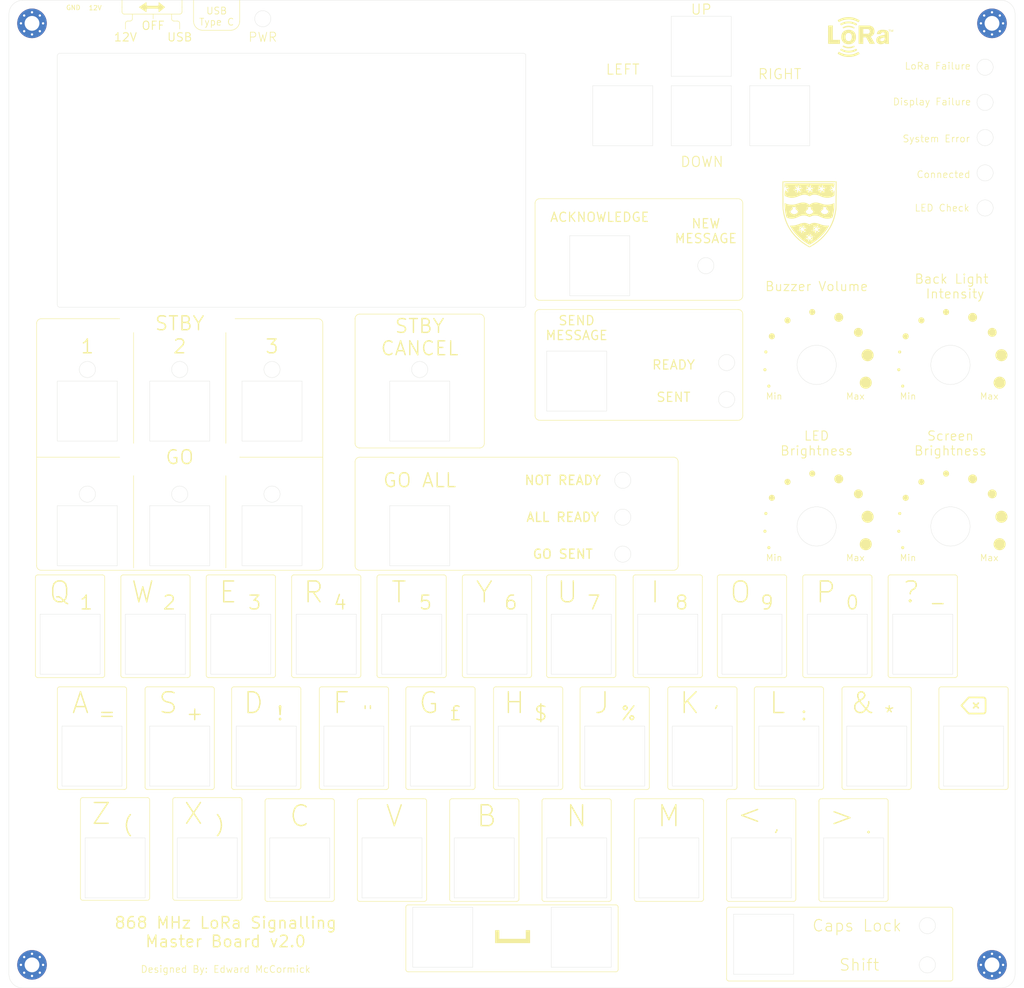
<source format=kicad_pcb>
(kicad_pcb (version 20171130) (host pcbnew "(5.1.8)-1")

  (general
    (thickness 1.6)
    (drawings 731)
    (tracks 0)
    (zones 0)
    (modules 8)
    (nets 2)
  )

  (page A3)
  (title_block
    (date 2021-02-02)
  )

  (layers
    (0 F.Cu signal)
    (31 B.Cu signal)
    (32 B.Adhes user)
    (33 F.Adhes user)
    (34 B.Paste user)
    (35 F.Paste user)
    (36 B.SilkS user)
    (37 F.SilkS user)
    (38 B.Mask user)
    (39 F.Mask user)
    (40 Dwgs.User user)
    (41 Cmts.User user)
    (42 Eco1.User user)
    (43 Eco2.User user)
    (44 Edge.Cuts user)
    (45 Margin user)
    (46 B.CrtYd user)
    (47 F.CrtYd user)
    (48 B.Fab user)
    (49 F.Fab user)
  )

  (setup
    (last_trace_width 0.25)
    (user_trace_width 0.2921)
    (user_trace_width 0.4)
    (user_trace_width 0.5)
    (user_trace_width 0.7)
    (user_trace_width 1)
    (trace_clearance 0.2)
    (zone_clearance 0.508)
    (zone_45_only no)
    (trace_min 0.2)
    (via_size 0.8)
    (via_drill 0.4)
    (via_min_size 0.4)
    (via_min_drill 0.3)
    (user_via 1 0.5)
    (user_via 2 1)
    (uvia_size 0.3)
    (uvia_drill 0.1)
    (uvias_allowed no)
    (uvia_min_size 0.2)
    (uvia_min_drill 0.1)
    (edge_width 0.05)
    (segment_width 0.2)
    (pcb_text_width 0.3)
    (pcb_text_size 1.5 1.5)
    (mod_edge_width 0.12)
    (mod_text_size 1 1)
    (mod_text_width 0.15)
    (pad_size 1.524 1.524)
    (pad_drill 0.762)
    (pad_to_mask_clearance 0)
    (solder_mask_min_width 0.05)
    (aux_axis_origin 0 0)
    (visible_elements 7FFFFFFF)
    (pcbplotparams
      (layerselection 0x010fc_ffffffff)
      (usegerberextensions false)
      (usegerberattributes true)
      (usegerberadvancedattributes true)
      (creategerberjobfile true)
      (excludeedgelayer true)
      (linewidth 0.100000)
      (plotframeref false)
      (viasonmask false)
      (mode 1)
      (useauxorigin false)
      (hpglpennumber 1)
      (hpglpenspeed 20)
      (hpglpendiameter 15.000000)
      (psnegative false)
      (psa4output false)
      (plotreference true)
      (plotvalue true)
      (plotinvisibletext false)
      (padsonsilk false)
      (subtractmaskfromsilk false)
      (outputformat 1)
      (mirror false)
      (drillshape 0)
      (scaleselection 1)
      (outputdirectory "Master Front Panel v3/"))
  )

  (net 0 "")
  (net 1 GND)

  (net_class Default "This is the default net class."
    (clearance 0.2)
    (trace_width 0.25)
    (via_dia 0.8)
    (via_drill 0.4)
    (uvia_dia 0.3)
    (uvia_drill 0.1)
    (add_net GND)
  )

  (net_class 5V ""
    (clearance 0.2)
    (trace_width 0.75)
    (via_dia 1)
    (via_drill 0.5)
    (uvia_dia 0.3)
    (uvia_drill 0.1)
  )

  (net_class 5VL ""
    (clearance 0.2)
    (trace_width 0.75)
    (via_dia 1)
    (via_drill 0.5)
    (uvia_dia 0.3)
    (uvia_drill 0.1)
  )

  (net_class GND ""
    (clearance 0.3)
    (trace_width 0.3)
    (via_dia 1)
    (via_drill 0.5)
    (uvia_dia 0.3)
    (uvia_drill 0.1)
  )

  (module Testimages:backspace (layer F.Cu) (tedit 0) (tstamp 60216ABE)
    (at 159.1 254.85)
    (fp_text reference G*** (at -1.7 -4.8) (layer F.SilkS) hide
      (effects (font (size 1.524 1.524) (thickness 0.3)))
    )
    (fp_text value LOGO (at 2.35 -3.4) (layer F.SilkS) hide
      (effects (font (size 1.524 1.524) (thickness 0.3)))
    )
    (fp_poly (pts (xy -2.8448 0.508) (xy 2.8956 0.508) (xy 2.8956 -1.3716) (xy 3.81 -1.3716)
      (xy 3.81 1.4224) (xy -3.7592 1.4224) (xy -3.7592 -1.3716) (xy -2.8448 -1.3716)
      (xy -2.8448 0.508)) (layer F.SilkS) (width 0.01))
  )

  (module Testimages:backspace (layer F.Cu) (tedit 0) (tstamp 60216801)
    (at 259 204.8)
    (fp_text reference G*** (at -1.85 -2.6) (layer F.SilkS) hide
      (effects (font (size 1.524 1.524) (thickness 0.3)))
    )
    (fp_text value LOGO (at 4.45 -3.05) (layer F.SilkS) hide
      (effects (font (size 1.524 1.524) (thickness 0.3)))
    )
    (fp_poly (pts (xy 0.226425 -1.919867) (xy 0.526006 -1.919116) (xy 0.580924 -1.918949) (xy 0.864149 -1.918022)
      (xy 1.113403 -1.91709) (xy 1.331001 -1.916105) (xy 1.519255 -1.915017) (xy 1.680481 -1.913776)
      (xy 1.816994 -1.912335) (xy 1.931107 -1.910643) (xy 2.025135 -1.908651) (xy 2.101393 -1.906312)
      (xy 2.162194 -1.903575) (xy 2.209853 -1.900391) (xy 2.246685 -1.896711) (xy 2.275004 -1.892487)
      (xy 2.297124 -1.887669) (xy 2.31536 -1.882208) (xy 2.315502 -1.882159) (xy 2.446745 -1.819234)
      (xy 2.565603 -1.726692) (xy 2.665706 -1.6107) (xy 2.740679 -1.477427) (xy 2.745482 -1.466005)
      (xy 2.752858 -1.447539) (xy 2.759252 -1.428907) (xy 2.764735 -1.407519) (xy 2.769375 -1.380783)
      (xy 2.773244 -1.346107) (xy 2.776411 -1.300902) (xy 2.778947 -1.242575) (xy 2.780922 -1.168535)
      (xy 2.782406 -1.076193) (xy 2.78347 -0.962955) (xy 2.784182 -0.826232) (xy 2.784614 -0.663432)
      (xy 2.784836 -0.471964) (xy 2.784918 -0.249237) (xy 2.784929 -0.009071) (xy 2.784882 0.247017)
      (xy 2.784703 0.4694) (xy 2.784333 0.660658) (xy 2.783716 0.823371) (xy 2.782793 0.960118)
      (xy 2.781507 1.073482) (xy 2.7798 1.16604) (xy 2.777614 1.240375) (xy 2.774893 1.299065)
      (xy 2.771578 1.344692) (xy 2.767611 1.379835) (xy 2.762935 1.407074) (xy 2.757492 1.42899)
      (xy 2.752433 1.444749) (xy 2.689175 1.57546) (xy 2.598032 1.69377) (xy 2.486071 1.792596)
      (xy 2.360358 1.864856) (xy 2.316285 1.881928) (xy 2.298004 1.887444) (xy 2.276076 1.892303)
      (xy 2.248175 1.896554) (xy 2.211978 1.900246) (xy 2.165158 1.903425) (xy 2.105392 1.906141)
      (xy 2.030354 1.908442) (xy 1.93772 1.910375) (xy 1.825165 1.91199) (xy 1.690363 1.913333)
      (xy 1.530991 1.914454) (xy 1.344722 1.9154) (xy 1.129233 1.916219) (xy 0.882199 1.91696)
      (xy 0.601294 1.917671) (xy 0.589643 1.917699) (xy 0.290426 1.91829) (xy 0.025752 1.918545)
      (xy -0.206118 1.918444) (xy -0.406926 1.917969) (xy -0.578411 1.917101) (xy -0.722314 1.915823)
      (xy -0.840376 1.914115) (xy -0.934338 1.911959) (xy -1.005938 1.909336) (xy -1.056919 1.906228)
      (xy -1.089021 1.902617) (xy -1.101453 1.899683) (xy -1.138574 1.875911) (xy -1.195462 1.826081)
      (xy -1.269492 1.752689) (xy -1.358038 1.658228) (xy -1.373596 1.641085) (xy -1.505613 1.495014)
      (xy -1.641531 1.344657) (xy -1.778817 1.192813) (xy -1.914939 1.042283) (xy -2.047363 0.895865)
      (xy -2.173557 0.75636) (xy -2.290988 0.626568) (xy -2.397122 0.509288) (xy -2.489427 0.40732)
      (xy -2.565369 0.323465) (xy -2.622417 0.260521) (xy -2.658036 0.221289) (xy -2.66129 0.217715)
      (xy -2.731534 0.13513) (xy -2.774996 0.06864) (xy -2.793794 0.012396) (xy -2.792798 -0.001395)
      (xy -2.376714 -0.001395) (xy -2.364959 0.014349) (xy -2.331441 0.054042) (xy -2.278782 0.114763)
      (xy -2.209605 0.193589) (xy -2.12653 0.287599) (xy -2.032179 0.39387) (xy -1.929174 0.509481)
      (xy -1.820137 0.63151) (xy -1.707689 0.757034) (xy -1.594453 0.883132) (xy -1.483049 1.006882)
      (xy -1.3761 1.125363) (xy -1.276227 1.235651) (xy -1.186052 1.334825) (xy -1.108197 1.419964)
      (xy -1.045283 1.488145) (xy -0.999932 1.536446) (xy -0.974766 1.561946) (xy -0.971469 1.564768)
      (xy -0.950868 1.56675) (xy -0.896636 1.568544) (xy -0.811426 1.570134) (xy -0.697893 1.571505)
      (xy -0.55869 1.572641) (xy -0.396471 1.573528) (xy -0.21389 1.57415) (xy -0.0136 1.574493)
      (xy 0.201744 1.57454) (xy 0.429488 1.574277) (xy 0.616858 1.573839) (xy 0.891465 1.573041)
      (xy 1.132146 1.572276) (xy 1.341256 1.571483) (xy 1.521155 1.570601) (xy 1.674201 1.569569)
      (xy 1.802752 1.568326) (xy 1.909166 1.566813) (xy 1.9958 1.564967) (xy 2.065013 1.562727)
      (xy 2.119163 1.560034) (xy 2.160608 1.556826) (xy 2.191707 1.553042) (xy 2.214816 1.548621)
      (xy 2.232295 1.543503) (xy 2.2465 1.537626) (xy 2.258786 1.531456) (xy 2.314001 1.492598)
      (xy 2.36804 1.439124) (xy 2.385786 1.416503) (xy 2.440215 1.339452) (xy 2.440215 0.012048)
      (xy 2.440196 -0.239149) (xy 2.440095 -0.456646) (xy 2.439839 -0.643027) (xy 2.439361 -0.800879)
      (xy 2.43859 -0.932785) (xy 2.437455 -1.041332) (xy 2.435887 -1.129104) (xy 2.433817 -1.198688)
      (xy 2.431174 -1.252667) (xy 2.427888 -1.293628) (xy 2.423889 -1.324155) (xy 2.419107 -1.346834)
      (xy 2.413473 -1.364249) (xy 2.406917 -1.378987) (xy 2.402351 -1.387928) (xy 2.339726 -1.470237)
      (xy 2.251335 -1.532164) (xy 2.179278 -1.559994) (xy 2.148218 -1.563472) (xy 2.081981 -1.566616)
      (xy 1.981675 -1.569416) (xy 1.848405 -1.571857) (xy 1.683279 -1.573928) (xy 1.487405 -1.575616)
      (xy 1.261889 -1.576909) (xy 1.007839 -1.577793) (xy 0.726362 -1.578256) (xy 0.568478 -1.578327)
      (xy -0.976687 -1.578428) (xy -1.009951 -1.53535) (xy -1.028173 -1.514033) (xy -1.068423 -1.468468)
      (xy -1.128344 -1.401277) (xy -1.20558 -1.315085) (xy -1.297775 -1.212515) (xy -1.402571 -1.096189)
      (xy -1.517612 -0.968731) (xy -1.640542 -0.832765) (xy -1.709964 -0.756078) (xy -1.835045 -0.617641)
      (xy -1.952484 -0.487026) (xy -2.060065 -0.366741) (xy -2.155574 -0.259291) (xy -2.236799 -0.167182)
      (xy -2.301525 -0.092919) (xy -2.347538 -0.039009) (xy -2.372624 -0.007957) (xy -2.376714 -0.001395)
      (xy -2.792798 -0.001395) (xy -2.790046 -0.039453) (xy -2.770678 -0.084499) (xy -2.753841 -0.106466)
      (xy -2.715428 -0.152079) (xy -2.658263 -0.218122) (xy -2.585169 -0.301382) (xy -2.49897 -0.398645)
      (xy -2.402487 -0.506698) (xy -2.298545 -0.622327) (xy -2.286 -0.636233) (xy -2.181286 -0.752255)
      (xy -2.083447 -0.860668) (xy -1.995331 -0.958314) (xy -1.919787 -1.042035) (xy -1.859665 -1.108674)
      (xy -1.817813 -1.155074) (xy -1.797081 -1.178076) (xy -1.796142 -1.17912) (xy -1.643882 -1.348196)
      (xy -1.513975 -1.491488) (xy -1.404934 -1.610567) (xy -1.315273 -1.707003) (xy -1.243504 -1.782369)
      (xy -1.188142 -1.838234) (xy -1.147699 -1.876171) (xy -1.120689 -1.89775) (xy -1.110949 -1.903245)
      (xy -1.090857 -1.907087) (xy -1.04943 -1.910407) (xy -0.985198 -1.913221) (xy -0.896691 -1.915542)
      (xy -0.782439 -1.917382) (xy -0.640973 -1.918757) (xy -0.470823 -1.919679) (xy -0.27052 -1.920162)
      (xy -0.038594 -1.920221) (xy 0.226425 -1.919867)) (layer F.SilkS) (width 0.01))
    (fp_poly (pts (xy 1.123494 -0.673736) (xy 1.179096 -0.631149) (xy 1.209813 -0.56304) (xy 1.215572 -0.506274)
      (xy 1.212526 -0.481549) (xy 1.201059 -0.454292) (xy 1.177679 -0.420047) (xy 1.138892 -0.374358)
      (xy 1.081207 -0.312771) (xy 1.00113 -0.230829) (xy 0.993936 -0.223548) (xy 0.7723 0.000639)
      (xy 0.97488 0.204427) (xy 1.046058 0.278007) (xy 1.108839 0.346617) (xy 1.15823 0.404512)
      (xy 1.189239 0.445953) (xy 1.196545 0.459367) (xy 1.207233 0.53132) (xy 1.182628 0.597063)
      (xy 1.137488 0.645926) (xy 1.097152 0.674773) (xy 1.058386 0.688378) (xy 1.016924 0.684736)
      (xy 0.968499 0.66184) (xy 0.908842 0.617685) (xy 0.833689 0.550263) (xy 0.740457 0.459252)
      (xy 0.526794 0.246145) (xy 0.302601 0.467787) (xy 0.220016 0.548817) (xy 0.158148 0.607446)
      (xy 0.112356 0.647232) (xy 0.078002 0.67173) (xy 0.050444 0.684495) (xy 0.025043 0.689084)
      (xy 0.013382 0.689429) (xy -0.062896 0.671808) (xy -0.107465 0.642459) (xy -0.146284 0.601496)
      (xy -0.161606 0.55575) (xy -0.163285 0.521613) (xy -0.161965 0.493469) (xy -0.155623 0.467651)
      (xy -0.140691 0.439356) (xy -0.113599 0.403783) (xy -0.070778 0.356128) (xy -0.008657 0.291591)
      (xy 0.058035 0.223868) (xy 0.279356 0) (xy 0.058035 -0.223867) (xy -0.023239 -0.306769)
      (xy -0.082024 -0.368971) (xy -0.121861 -0.415055) (xy -0.146293 -0.449602) (xy -0.15886 -0.477192)
      (xy -0.163105 -0.502405) (xy -0.163285 -0.510116) (xy -0.155575 -0.565012) (xy -0.137011 -0.610007)
      (xy -0.136794 -0.610319) (xy -0.088134 -0.653624) (xy -0.022983 -0.679945) (xy 0.041658 -0.682724)
      (xy 0.047531 -0.681432) (xy 0.076695 -0.664862) (xy 0.125895 -0.62688) (xy 0.189785 -0.572008)
      (xy 0.263021 -0.504767) (xy 0.311268 -0.458367) (xy 0.526771 -0.247408) (xy 0.750325 -0.468418)
      (xy 0.832088 -0.548776) (xy 0.893094 -0.606899) (xy 0.938102 -0.646353) (xy 0.971875 -0.670699)
      (xy 0.999171 -0.683501) (xy 1.024753 -0.688322) (xy 1.044833 -0.688851) (xy 1.123494 -0.673736)) (layer F.SilkS) (width 0.01))
  )

  (module MountingHole:MountingHole_3.2mm_M3_Pad_Via (layer F.Cu) (tedit 56DDBCCA) (tstamp 601C4FF2)
    (at 55 57)
    (descr "Mounting Hole 3.2mm, M3")
    (tags "mounting hole 3.2mm m3")
    (path /6045C3B5)
    (attr virtual)
    (fp_text reference H5 (at 0 0) (layer F.SilkS)
      (effects (font (size 1 1) (thickness 0.15)))
    )
    (fp_text value MountingHole_Pad (at 0 4.2) (layer F.Fab)
      (effects (font (size 1 1) (thickness 0.15)))
    )
    (fp_circle (center 0 0) (end 3.2 0) (layer Cmts.User) (width 0.15))
    (fp_circle (center 0 0) (end 3.45 0) (layer F.CrtYd) (width 0.05))
    (fp_text user %R (at 0.3 0) (layer F.Fab)
      (effects (font (size 1 1) (thickness 0.15)))
    )
    (pad 1 thru_hole circle (at 1.697056 -1.697056) (size 0.8 0.8) (drill 0.5) (layers *.Cu *.Mask)
      (net 1 GND))
    (pad 1 thru_hole circle (at 0 -2.4) (size 0.8 0.8) (drill 0.5) (layers *.Cu *.Mask)
      (net 1 GND))
    (pad 1 thru_hole circle (at -1.697056 -1.697056) (size 0.8 0.8) (drill 0.5) (layers *.Cu *.Mask)
      (net 1 GND))
    (pad 1 thru_hole circle (at -2.4 0) (size 0.8 0.8) (drill 0.5) (layers *.Cu *.Mask)
      (net 1 GND))
    (pad 1 thru_hole circle (at -1.697056 1.697056) (size 0.8 0.8) (drill 0.5) (layers *.Cu *.Mask)
      (net 1 GND))
    (pad 1 thru_hole circle (at 0 2.4) (size 0.8 0.8) (drill 0.5) (layers *.Cu *.Mask)
      (net 1 GND))
    (pad 1 thru_hole circle (at 1.697056 1.697056) (size 0.8 0.8) (drill 0.5) (layers *.Cu *.Mask)
      (net 1 GND))
    (pad 1 thru_hole circle (at 2.4 0) (size 0.8 0.8) (drill 0.5) (layers *.Cu *.Mask)
      (net 1 GND))
    (pad 1 thru_hole circle (at 0 0) (size 6.4 6.4) (drill 3.2) (layers *.Cu *.Mask)
      (net 1 GND))
  )

  (module MountingHole:MountingHole_3.2mm_M3_Pad_Via (layer F.Cu) (tedit 56DDBCCA) (tstamp 601BFFAA)
    (at 263 261)
    (descr "Mounting Hole 3.2mm, M3")
    (tags "mounting hole 3.2mm m3")
    (path /5FF2638D)
    (attr virtual)
    (fp_text reference H3 (at 0 0) (layer F.SilkS)
      (effects (font (size 1 1) (thickness 0.15)))
    )
    (fp_text value MountingHole_Pad (at 0 4.2) (layer F.Fab)
      (effects (font (size 1 1) (thickness 0.15)))
    )
    (fp_circle (center 0 0) (end 3.2 0) (layer Cmts.User) (width 0.15))
    (fp_circle (center 0 0) (end 3.45 0) (layer F.CrtYd) (width 0.05))
    (fp_text user %R (at 0.3 0) (layer F.Fab)
      (effects (font (size 1 1) (thickness 0.15)))
    )
    (pad 1 thru_hole circle (at 1.697056 -1.697056) (size 0.8 0.8) (drill 0.5) (layers *.Cu *.Mask)
      (net 1 GND))
    (pad 1 thru_hole circle (at 0 -2.4) (size 0.8 0.8) (drill 0.5) (layers *.Cu *.Mask)
      (net 1 GND))
    (pad 1 thru_hole circle (at -1.697056 -1.697056) (size 0.8 0.8) (drill 0.5) (layers *.Cu *.Mask)
      (net 1 GND))
    (pad 1 thru_hole circle (at -2.4 0) (size 0.8 0.8) (drill 0.5) (layers *.Cu *.Mask)
      (net 1 GND))
    (pad 1 thru_hole circle (at -1.697056 1.697056) (size 0.8 0.8) (drill 0.5) (layers *.Cu *.Mask)
      (net 1 GND))
    (pad 1 thru_hole circle (at 0 2.4) (size 0.8 0.8) (drill 0.5) (layers *.Cu *.Mask)
      (net 1 GND))
    (pad 1 thru_hole circle (at 1.697056 1.697056) (size 0.8 0.8) (drill 0.5) (layers *.Cu *.Mask)
      (net 1 GND))
    (pad 1 thru_hole circle (at 2.4 0) (size 0.8 0.8) (drill 0.5) (layers *.Cu *.Mask)
      (net 1 GND))
    (pad 1 thru_hole circle (at 0 0) (size 6.4 6.4) (drill 3.2) (layers *.Cu *.Mask)
      (net 1 GND))
  )

  (module MountingHole:MountingHole_3.2mm_M3_Pad_Via (layer F.Cu) (tedit 56DDBCCA) (tstamp 601C4FC2)
    (at 263 57)
    (descr "Mounting Hole 3.2mm, M3")
    (tags "mounting hole 3.2mm m3")
    (path /5FF26180)
    (attr virtual)
    (fp_text reference H2 (at 0 0) (layer F.SilkS)
      (effects (font (size 1 1) (thickness 0.15)))
    )
    (fp_text value MountingHole_Pad (at 0 4.2) (layer F.Fab)
      (effects (font (size 1 1) (thickness 0.15)))
    )
    (fp_circle (center 0 0) (end 3.2 0) (layer Cmts.User) (width 0.15))
    (fp_circle (center 0 0) (end 3.45 0) (layer F.CrtYd) (width 0.05))
    (fp_text user %R (at 0.3 0) (layer F.Fab)
      (effects (font (size 1 1) (thickness 0.15)))
    )
    (pad 1 thru_hole circle (at 1.697056 -1.697056) (size 0.8 0.8) (drill 0.5) (layers *.Cu *.Mask)
      (net 1 GND))
    (pad 1 thru_hole circle (at 0 -2.4) (size 0.8 0.8) (drill 0.5) (layers *.Cu *.Mask)
      (net 1 GND))
    (pad 1 thru_hole circle (at -1.697056 -1.697056) (size 0.8 0.8) (drill 0.5) (layers *.Cu *.Mask)
      (net 1 GND))
    (pad 1 thru_hole circle (at -2.4 0) (size 0.8 0.8) (drill 0.5) (layers *.Cu *.Mask)
      (net 1 GND))
    (pad 1 thru_hole circle (at -1.697056 1.697056) (size 0.8 0.8) (drill 0.5) (layers *.Cu *.Mask)
      (net 1 GND))
    (pad 1 thru_hole circle (at 0 2.4) (size 0.8 0.8) (drill 0.5) (layers *.Cu *.Mask)
      (net 1 GND))
    (pad 1 thru_hole circle (at 1.697056 1.697056) (size 0.8 0.8) (drill 0.5) (layers *.Cu *.Mask)
      (net 1 GND))
    (pad 1 thru_hole circle (at 2.4 0) (size 0.8 0.8) (drill 0.5) (layers *.Cu *.Mask)
      (net 1 GND))
    (pad 1 thru_hole circle (at 0 0) (size 6.4 6.4) (drill 3.2) (layers *.Cu *.Mask)
      (net 1 GND))
  )

  (module MountingHole:MountingHole_3.2mm_M3_Pad_Via (layer F.Cu) (tedit 56DDBCCA) (tstamp 601C327D)
    (at 55 261)
    (descr "Mounting Hole 3.2mm, M3")
    (tags "mounting hole 3.2mm m3")
    (path /5FF23FB6)
    (attr virtual)
    (fp_text reference H1 (at 0 0) (layer F.SilkS)
      (effects (font (size 1 1) (thickness 0.15)))
    )
    (fp_text value MountingHole_Pad (at 0 4.2) (layer F.Fab)
      (effects (font (size 1 1) (thickness 0.15)))
    )
    (fp_circle (center 0 0) (end 3.2 0) (layer Cmts.User) (width 0.15))
    (fp_circle (center 0 0) (end 3.45 0) (layer F.CrtYd) (width 0.05))
    (fp_text user %R (at 0.3 0) (layer F.Fab)
      (effects (font (size 1 1) (thickness 0.15)))
    )
    (pad 1 thru_hole circle (at 1.697056 -1.697056) (size 0.8 0.8) (drill 0.5) (layers *.Cu *.Mask)
      (net 1 GND))
    (pad 1 thru_hole circle (at 0 -2.4) (size 0.8 0.8) (drill 0.5) (layers *.Cu *.Mask)
      (net 1 GND))
    (pad 1 thru_hole circle (at -1.697056 -1.697056) (size 0.8 0.8) (drill 0.5) (layers *.Cu *.Mask)
      (net 1 GND))
    (pad 1 thru_hole circle (at -2.4 0) (size 0.8 0.8) (drill 0.5) (layers *.Cu *.Mask)
      (net 1 GND))
    (pad 1 thru_hole circle (at -1.697056 1.697056) (size 0.8 0.8) (drill 0.5) (layers *.Cu *.Mask)
      (net 1 GND))
    (pad 1 thru_hole circle (at 0 2.4) (size 0.8 0.8) (drill 0.5) (layers *.Cu *.Mask)
      (net 1 GND))
    (pad 1 thru_hole circle (at 1.697056 1.697056) (size 0.8 0.8) (drill 0.5) (layers *.Cu *.Mask)
      (net 1 GND))
    (pad 1 thru_hole circle (at 2.4 0) (size 0.8 0.8) (drill 0.5) (layers *.Cu *.Mask)
      (net 1 GND))
    (pad 1 thru_hole circle (at 0 0) (size 6.4 6.4) (drill 3.2) (layers *.Cu *.Mask)
      (net 1 GND))
  )

  (module "Testimages:Uni Logo 19.5x19.5" (layer F.Cu) (tedit 0) (tstamp 601F0A67)
    (at 223.45 97.15)
    (fp_text reference G*** (at 9 -6) (layer F.SilkS) hide
      (effects (font (size 1.524 1.524) (thickness 0.3)))
    )
    (fp_text value LOGO (at 9.5 -3.75) (layer F.SilkS) hide
      (effects (font (size 1.524 1.524) (thickness 0.3)))
    )
    (fp_poly (pts (xy 5.864038 -2.928938) (xy 5.861051 -2.346396) (xy 5.857695 -1.826082) (xy 5.853949 -1.366727)
      (xy 5.849794 -0.967059) (xy 5.845209 -0.62581) (xy 5.840175 -0.341708) (xy 5.834671 -0.113483)
      (xy 5.828678 0.060134) (xy 5.822176 0.180415) (xy 5.815145 0.24863) (xy 5.814138 0.254)
      (xy 5.793019 0.364664) (xy 5.767065 0.513141) (xy 5.740586 0.674406) (xy 5.729551 0.745109)
      (xy 5.661891 1.115662) (xy 5.568578 1.521866) (xy 5.455148 1.944056) (xy 5.327136 2.36257)
      (xy 5.190078 2.757744) (xy 5.092438 3.008203) (xy 4.989599 3.244243) (xy 4.863434 3.512221)
      (xy 4.72474 3.790522) (xy 4.584315 4.057531) (xy 4.452954 4.291633) (xy 4.442421 4.309543)
      (xy 4.034902 4.939468) (xy 3.571169 5.546592) (xy 3.055918 6.12607) (xy 2.493845 6.673056)
      (xy 1.889645 7.182707) (xy 1.248013 7.650176) (xy 1.127125 7.730636) (xy 0.94168 7.850214)
      (xy 0.752194 7.968682) (xy 0.56714 8.081114) (xy 0.394989 8.182581) (xy 0.244213 8.268155)
      (xy 0.123285 8.332908) (xy 0.040677 8.371913) (xy 0.008488 8.381299) (xy -0.029943 8.366313)
      (xy -0.105816 8.327966) (xy -0.1905 8.281404) (xy -0.71213 7.974918) (xy -1.182518 7.675898)
      (xy -1.612056 7.376512) (xy -2.011133 7.068927) (xy -2.390137 6.745311) (xy -2.759458 6.397831)
      (xy -2.96915 6.186572) (xy -3.328764 5.801326) (xy -3.645715 5.428319) (xy -3.933456 5.050072)
      (xy -4.20544 4.649107) (xy -4.419678 4.301988) (xy -4.531001 4.107394) (xy -4.648919 3.888399)
      (xy -4.767425 3.657369) (xy -4.880518 3.426671) (xy -4.982192 3.208671) (xy -5.066443 3.015736)
      (xy -5.127267 2.860232) (xy -5.144129 2.809875) (xy -5.174322 2.722528) (xy -5.201227 2.660686)
      (xy -5.207085 2.651125) (xy -5.227435 2.605869) (xy -5.260949 2.512088) (xy -5.303689 2.38241)
      (xy -5.351716 2.229464) (xy -5.401092 2.065877) (xy -5.447877 1.904278) (xy -5.488132 1.757295)
      (xy -5.499224 1.7145) (xy -5.596186 1.304428) (xy -5.680402 0.889745) (xy -5.748469 0.489275)
      (xy -5.796985 0.12184) (xy -5.809124 0) (xy -5.814715 -0.095638) (xy -5.819908 -0.250619)
      (xy -5.824658 -0.460785) (xy -5.828922 -0.721982) (xy -5.832657 -1.030052) (xy -5.835821 -1.380839)
      (xy -5.838369 -1.770187) (xy -5.840259 -2.19394) (xy -5.841447 -2.647941) (xy -5.84189 -3.128034)
      (xy -5.841892 -3.151188) (xy -5.841992 -5.74675) (xy -5.654026 -5.74675) (xy -5.643946 -2.865438)
      (xy -5.633866 0.015875) (xy -5.54901 0.523875) (xy -5.394605 1.306766) (xy -5.199504 2.044604)
      (xy -4.961333 2.742965) (xy -4.677718 3.407428) (xy -4.346287 4.043571) (xy -3.964664 4.656971)
      (xy -3.543846 5.236087) (xy -3.112423 5.748948) (xy -2.628461 6.250558) (xy -2.102903 6.73111)
      (xy -1.546694 7.180797) (xy -0.970777 7.589815) (xy -0.777875 7.71444) (xy -0.633163 7.803631)
      (xy -0.480626 7.894307) (xy -0.331097 7.980411) (xy -0.195409 8.055884) (xy -0.084394 8.114669)
      (xy -0.008886 8.150709) (xy 0.017428 8.159173) (xy 0.054547 8.143797) (xy 0.136233 8.100864)
      (xy 0.252775 8.035769) (xy 0.394459 7.953906) (xy 0.509553 7.88584) (xy 1.228218 7.423164)
      (xy 1.894875 6.924439) (xy 2.5092 6.390152) (xy 3.070863 5.82079) (xy 3.579539 5.21684)
      (xy 4.034899 4.578788) (xy 4.436616 3.90712) (xy 4.784363 3.202325) (xy 5.077813 2.464888)
      (xy 5.316638 1.695296) (xy 5.500512 0.894037) (xy 5.595199 0.322781) (xy 5.606675 0.238283)
      (xy 5.616782 0.154966) (xy 5.625632 0.068231) (xy 5.633335 -0.026524) (xy 5.640005 -0.133898)
      (xy 5.645752 -0.258492) (xy 5.650688 -0.404908) (xy 5.654925 -0.577744) (xy 5.658575 -0.781602)
      (xy 5.661749 -1.021082) (xy 5.664559 -1.300786) (xy 5.667117 -1.625312) (xy 5.669535 -1.999262)
      (xy 5.671924 -2.427236) (xy 5.674395 -2.913836) (xy 5.674548 -2.944813) (xy 5.688323 -5.74675)
      (xy -5.654026 -5.74675) (xy -5.841992 -5.74675) (xy -5.842 -5.93725) (xy 5.877795 -5.93725)
      (xy 5.864038 -2.928938)) (layer F.SilkS) (width 0.01))
    (fp_poly (pts (xy 1.257009 3.093697) (xy 1.490442 3.131588) (xy 1.745809 3.189726) (xy 2.005633 3.264128)
      (xy 2.252436 3.350812) (xy 2.25425 3.35152) (xy 2.592316 3.47404) (xy 2.900838 3.563235)
      (xy 3.201209 3.623697) (xy 3.514822 3.660018) (xy 3.754918 3.673582) (xy 4.255461 3.692037)
      (xy 4.156036 3.870081) (xy 3.796433 4.45428) (xy 3.37978 5.02404) (xy 2.911995 5.573138)
      (xy 2.398994 6.095349) (xy 1.846695 6.584452) (xy 1.261014 7.034222) (xy 0.936625 7.256143)
      (xy 0.770898 7.362999) (xy 0.600677 7.469553) (xy 0.435161 7.570388) (xy 0.283549 7.660089)
      (xy 0.155038 7.73324) (xy 0.058828 7.784424) (xy 0.004117 7.808225) (xy -0.002709 7.809228)
      (xy -0.03694 7.795119) (xy -0.102911 7.76239) (xy -0.111125 7.758111) (xy -0.182684 7.718415)
      (xy -0.288705 7.656957) (xy -0.409527 7.58518) (xy -0.4445 7.564085) (xy -1.146046 7.106978)
      (xy -1.793297 6.6178) (xy -2.387408 6.095431) (xy -2.612625 5.864165) (xy -0.804718 5.864165)
      (xy -0.666318 5.86102) (xy -0.57435 5.864765) (xy -0.517082 5.891128) (xy -0.466224 5.954701)
      (xy -0.456984 5.969) (xy -0.393874 6.058859) (xy -0.330305 6.136283) (xy -0.320942 6.146128)
      (xy -0.281768 6.210561) (xy -0.301033 6.258453) (xy -0.374574 6.283912) (xy -0.42012 6.2865)
      (xy -0.534751 6.303514) (xy -0.647148 6.347224) (xy -0.733063 6.406627) (xy -0.759445 6.440474)
      (xy -0.780618 6.512454) (xy -0.790972 6.61249) (xy -0.791161 6.6416) (xy -0.788571 6.778625)
      (xy -0.744436 6.677867) (xy -0.700029 6.595143) (xy -0.645539 6.54856) (xy -0.5621 6.527828)
      (xy -0.460375 6.52292) (xy -0.355835 6.516743) (xy -0.271463 6.503515) (xy -0.246063 6.495493)
      (xy -0.204235 6.488416) (xy -0.191694 6.529736) (xy -0.191626 6.54504) (xy -0.208455 6.62987)
      (xy -0.238125 6.69925) (xy -0.28202 6.832264) (xy -0.271454 6.966363) (xy -0.210425 7.084378)
      (xy -0.132525 7.15289) (xy -0.050989 7.197159) (xy -0.009612 7.201471) (xy 0 7.1755)
      (xy -0.020405 7.144636) (xy -0.026654 7.14375) (xy -0.057597 7.118065) (xy -0.091091 7.060825)
      (xy -0.109652 7.002057) (xy -0.101246 6.943957) (xy -0.061303 6.862878) (xy -0.048562 6.840859)
      (xy -0.001132 6.747142) (xy 0.0277 6.665524) (xy 0.03175 6.638033) (xy 0.044175 6.584571)
      (xy 0.083204 6.581076) (xy 0.151462 6.628646) (xy 0.251577 6.728381) (xy 0.254 6.731)
      (xy 0.366708 6.835838) (xy 0.467078 6.885463) (xy 0.568359 6.882775) (xy 0.683803 6.830677)
      (xy 0.690562 6.826597) (xy 0.767514 6.77557) (xy 0.786972 6.749199) (xy 0.748575 6.74443)
      (xy 0.681906 6.753141) (xy 0.579207 6.748498) (xy 0.495261 6.707517) (xy 0.448602 6.641178)
      (xy 0.4445 6.612511) (xy 0.423479 6.562821) (xy 0.371173 6.494963) (xy 0.352709 6.475574)
      (xy 0.298244 6.410016) (xy 0.293 6.364965) (xy 0.341335 6.334994) (xy 0.447609 6.314676)
      (xy 0.485475 6.310282) (xy 0.589877 6.28915) (xy 0.675465 6.254869) (xy 0.698593 6.23879)
      (xy 0.767194 6.145411) (xy 0.804752 6.031064) (xy 0.803234 5.92332) (xy 0.796581 5.902541)
      (xy 0.773628 5.859572) (xy 0.764065 5.876949) (xy 0.764012 5.87817) (xy 0.743476 5.939514)
      (xy 0.701292 6.00517) (xy 0.650885 6.051639) (xy 0.582959 6.074755) (xy 0.475116 6.081997)
      (xy 0.471105 6.082047) (xy 0.363876 6.087744) (xy 0.276769 6.100178) (xy 0.246062 6.109256)
      (xy 0.204295 6.116263) (xy 0.190867 6.075093) (xy 0.1905 6.05784) (xy 0.209852 5.970133)
      (xy 0.237115 5.919505) (xy 0.269987 5.839295) (xy 0.282349 5.731747) (xy 0.273562 5.626271)
      (xy 0.245052 5.554792) (xy 0.192934 5.503025) (xy 0.12274 5.448516) (xy 0.057932 5.408213)
      (xy 0.027323 5.3975) (xy 0.02759 5.421996) (xy 0.053652 5.483974) (xy 0.072809 5.520793)
      (xy 0.140344 5.644086) (xy 0.054297 5.774112) (xy 0.003159 5.864035) (xy -0.027664 5.942641)
      (xy -0.03175 5.968319) (xy -0.049211 6.021523) (xy -0.093964 6.026109) (xy -0.154565 5.983778)
      (xy -0.187503 5.945187) (xy -0.310247 5.806943) (xy -0.428338 5.730561) (xy -0.545813 5.715001)
      (xy -0.666711 5.759225) (xy -0.73172 5.805055) (xy -0.804718 5.864165) (xy -2.612625 5.864165)
      (xy -2.92953 5.538749) (xy -3.420817 4.946635) (xy -3.514216 4.813672) (xy -2.338018 4.813672)
      (xy -2.322539 4.877549) (xy -2.29608 4.915298) (xy -2.287413 4.897706) (xy -2.286966 4.885844)
      (xy -2.267624 4.826906) (xy -2.221953 4.753227) (xy -2.217903 4.747991) (xy -2.168285 4.694529)
      (xy -2.116272 4.674247) (xy -2.035228 4.678765) (xy -2.009546 4.682452) (xy -1.887631 4.687793)
      (xy -1.822298 4.664488) (xy -1.771977 4.6422) (xy -1.738873 4.661927) (xy -1.721422 4.704364)
      (xy -1.739534 4.773914) (xy -1.756093 4.810884) (xy -1.794893 4.929241) (xy -1.808167 5.053586)
      (xy -1.7951 5.160501) (xy -1.770063 5.212161) (xy -1.713952 5.266308) (xy -1.640382 5.320529)
      (xy -1.573664 5.35812) (xy -1.546524 5.36575) (xy -1.544892 5.343593) (xy -1.574845 5.288792)
      (xy -1.585339 5.273536) (xy -1.632855 5.195872) (xy -1.64483 5.130508) (xy -1.620208 5.055308)
      (xy -1.570797 4.968875) (xy -1.523518 4.880811) (xy -1.495603 4.806986) (xy -1.492413 4.786312)
      (xy -1.474235 4.738806) (xy -1.428584 4.737895) (xy -1.368154 4.780994) (xy -1.336498 4.818062)
      (xy -1.213754 4.956306) (xy -1.095663 5.032688) (xy -0.978188 5.048248) (xy -0.85729 5.004024)
      (xy -0.792281 4.958194) (xy -0.719283 4.899084) (xy -0.857683 4.902229) (xy -0.949651 4.898484)
      (xy -1.006919 4.872121) (xy -1.057777 4.808548) (xy -1.06664 4.794833) (xy 0.699662 4.794833)
      (xy 0.708626 4.872882) (xy 0.73025 4.905375) (xy 0.756024 4.896526) (xy 0.762 4.865692)
      (xy 0.785262 4.769405) (xy 0.857078 4.709002) (xy 0.98049 4.682314) (xy 1.02141 4.68063)
      (xy 1.128577 4.6747) (xy 1.215618 4.662307) (xy 1.246187 4.65342) (xy 1.286858 4.646768)
      (xy 1.300984 4.686241) (xy 1.30175 4.713054) (xy 1.286873 4.801169) (xy 1.251056 4.895431)
      (xy 1.250643 4.896231) (xy 1.219528 5.019885) (xy 1.242563 5.145864) (xy 1.314015 5.255372)
      (xy 1.374916 5.303649) (xy 1.462572 5.351373) (xy 1.505972 5.362095) (xy 1.502197 5.336181)
      (xy 1.466034 5.292266) (xy 1.406815 5.193431) (xy 1.409263 5.086227) (xy 1.464468 4.979176)
      (xy 1.510485 4.893778) (xy 1.531764 4.813334) (xy 1.531937 4.807587) (xy 1.546784 4.743509)
      (xy 1.588332 4.732536) (xy 1.652096 4.772462) (xy 1.733588 4.861079) (xy 1.786399 4.932748)
      (xy 1.874737 5.008735) (xy 1.99325 5.038226) (xy 2.126072 5.018453) (xy 2.171788 4.999961)
      (xy 2.244375 4.957381) (xy 2.281825 4.920294) (xy 2.278922 4.898809) (xy 2.230451 4.903035)
      (xy 2.220208 4.906102) (xy 2.105222 4.913144) (xy 2.006838 4.862412) (xy 1.949488 4.785852)
      (xy 1.893176 4.69183) (xy 1.830686 4.610021) (xy 1.83068 4.610015) (xy 1.792631 4.55603)
      (xy 1.798799 4.517831) (xy 1.855152 4.490322) (xy 1.967658 4.468409) (xy 2.002174 4.463616)
      (xy 2.145946 4.418804) (xy 2.251209 4.332827) (xy 2.30919 4.214656) (xy 2.31775 4.140938)
      (xy 2.309609 4.068462) (xy 2.289649 4.032968) (xy 2.286 4.03225) (xy 2.25745 4.057797)
      (xy 2.25425 4.07757) (xy 2.231142 4.126992) (xy 2.175103 4.185091) (xy 2.17092 4.188438)
      (xy 2.092433 4.232955) (xy 2.002377 4.23927) (xy 1.964717 4.234337) (xy 1.851207 4.231577)
      (xy 1.792701 4.255473) (xy 1.741697 4.279437) (xy 1.70682 4.25952) (xy 1.691124 4.220133)
      (xy 1.706901 4.153455) (xy 1.739915 4.079041) (xy 1.780714 3.985893) (xy 1.805868 3.910798)
      (xy 1.80975 3.886948) (xy 1.784458 3.790275) (xy 1.720286 3.690298) (xy 1.634789 3.612821)
      (xy 1.615762 3.601821) (xy 1.537304 3.568054) (xy 1.505647 3.569543) (xy 1.524367 3.604307)
      (xy 1.555555 3.635198) (xy 1.610612 3.722257) (xy 1.606018 3.830098) (xy 1.541752 3.959153)
      (xy 1.539875 3.961929) (xy 1.490785 4.046272) (xy 1.462905 4.117633) (xy 1.4605 4.13487)
      (xy 1.44454 4.183764) (xy 1.401735 4.179893) (xy 1.341437 4.125889) (xy 1.218837 3.992571)
      (xy 1.116873 3.90989) (xy 1.024454 3.873474) (xy 0.93049 3.878953) (xy 0.823923 3.92194)
      (xy 0.756995 3.965719) (xy 0.731901 4.000479) (xy 0.752297 4.015738) (xy 0.79324 4.009832)
      (xy 0.912226 4.007161) (xy 1.012095 4.063915) (xy 1.076793 4.153944) (xy 1.127562 4.240365)
      (xy 1.177543 4.305771) (xy 1.188695 4.316399) (xy 1.217413 4.366668) (xy 1.193313 4.412198)
      (xy 1.126642 4.440825) (xy 1.08035 4.445) (xy 0.937229 4.466002) (xy 0.819069 4.523255)
      (xy 0.74516 4.605615) (xy 0.712221 4.698082) (xy 0.699662 4.794833) (xy -1.06664 4.794833)
      (xy -1.067017 4.79425) (xy -1.130127 4.70439) (xy -1.193696 4.626966) (xy -1.203059 4.617121)
      (xy -1.242144 4.552572) (xy -1.22286 4.504466) (xy -1.149528 4.47911) (xy -1.106967 4.47675)
      (xy -0.950008 4.451976) (xy -0.831143 4.381554) (xy -0.75667 4.271331) (xy -0.73284 4.12945)
      (xy -0.73543 3.984625) (xy -0.779999 4.086445) (xy -0.841985 4.183936) (xy -0.928067 4.232689)
      (xy -1.051162 4.238908) (xy -1.088624 4.234627) (xy -1.193018 4.229136) (xy -1.248466 4.246515)
      (xy -1.251813 4.250758) (xy -1.291371 4.285727) (xy -1.321819 4.264155) (xy -1.332491 4.198937)
      (xy -1.314678 4.109067) (xy -1.284866 4.049994) (xy -1.242843 3.94628) (xy -1.249661 3.827515)
      (xy -1.299685 3.711275) (xy -1.387278 3.615139) (xy -1.433932 3.584976) (xy -1.49673 3.563846)
      (xy -1.515978 3.582484) (xy -1.483917 3.632301) (xy -1.480155 3.63613) (xy -1.435755 3.721695)
      (xy -1.437781 3.828531) (xy -1.485168 3.935758) (xy -1.496219 3.950709) (xy -1.543456 4.032985)
      (xy -1.563677 4.112298) (xy -1.563688 4.11374) (xy -1.572867 4.171873) (xy -1.603539 4.184165)
      (xy -1.660408 4.148828) (xy -1.748177 4.064074) (xy -1.778 4.03225) (xy -1.864716 3.944218)
      (xy -1.930825 3.895778) (xy -1.994271 3.876064) (xy -2.040086 3.8735) (xy -2.173914 3.903349)
      (xy -2.240911 3.947002) (xy -2.326362 4.020504) (xy -2.209515 4.006863) (xy -2.103529 4.014774)
      (xy -2.018516 4.057247) (xy -1.97225 4.123672) (xy -1.9685 4.150738) (xy -1.947477 4.200279)
      (xy -1.895084 4.268293) (xy -1.875569 4.288816) (xy -1.819703 4.349363) (xy -1.806526 4.383453)
      (xy -1.830962 4.406467) (xy -1.835882 4.409062) (xy -1.900068 4.430141) (xy -1.995241 4.449393)
      (xy -2.026527 4.453873) (xy -2.127443 4.477561) (xy -2.209616 4.51502) (xy -2.225239 4.526853)
      (xy -2.28557 4.608304) (xy -2.325506 4.712353) (xy -2.338018 4.813672) (xy -3.514216 4.813672)
      (xy -3.86242 4.317969) (xy -3.98467 4.123244) (xy -4.069544 3.983026) (xy -4.141064 3.862172)
      (xy -4.1933 3.770911) (xy -4.220324 3.71947) (xy -4.22275 3.712446) (xy -4.192885 3.703792)
      (xy -4.110793 3.694575) (xy -3.987729 3.685709) (xy -3.83495 3.678107) (xy -3.770313 3.675702)
      (xy -3.492215 3.659787) (xy -3.239402 3.62951) (xy -2.993669 3.580969) (xy -2.736811 3.510266)
      (xy -2.450623 3.413499) (xy -2.31896 3.364774) (xy -1.932264 3.231586) (xy -1.585569 3.140826)
      (xy -1.271623 3.092505) (xy -0.983174 3.08663) (xy -0.71297 3.123213) (xy -0.453758 3.202262)
      (xy -0.198287 3.323788) (xy -0.122676 3.367694) (xy -0.007227 3.437351) (xy 0.178949 3.323518)
      (xy 0.406606 3.212167) (xy 0.666889 3.130552) (xy 0.93299 3.086057) (xy 1.062986 3.080037)
      (xy 1.257009 3.093697)) (layer F.SilkS) (width 0.01))
    (fp_poly (pts (xy 1.552767 -1.325401) (xy 1.759538 -1.299505) (xy 1.987384 -1.253418) (xy 2.247937 -1.184747)
      (xy 2.552825 -1.091096) (xy 2.587625 -1.079801) (xy 2.793714 -1.013342) (xy 2.954447 -0.964097)
      (xy 3.084549 -0.92873) (xy 3.198746 -0.903903) (xy 3.311763 -0.88628) (xy 3.438328 -0.872525)
      (xy 3.542551 -0.863438) (xy 3.924925 -0.852502) (xy 4.306371 -0.880672) (xy 4.672387 -0.945536)
      (xy 5.008475 -1.044682) (xy 5.245422 -1.14674) (xy 5.325607 -1.184241) (xy 5.382214 -1.205023)
      (xy 5.391332 -1.2065) (xy 5.400934 -1.176565) (xy 5.406804 -1.093766) (xy 5.409174 -0.968618)
      (xy 5.408272 -0.811635) (xy 5.404331 -0.63333) (xy 5.397581 -0.444216) (xy 5.388251 -0.254808)
      (xy 5.376574 -0.075618) (xy 5.363132 0.079375) (xy 5.340448 0.2681) (xy 5.308907 0.480963)
      (xy 5.270507 0.708514) (xy 5.227249 0.941306) (xy 5.18113 1.169887) (xy 5.134151 1.38481)
      (xy 5.08831 1.576625) (xy 5.045608 1.735882) (xy 5.008044 1.853134) (xy 4.977617 1.918929)
      (xy 4.972601 1.925045) (xy 4.916114 1.958495) (xy 4.813089 1.999026) (xy 4.679356 2.041779)
      (xy 4.530745 2.081896) (xy 4.383084 2.114517) (xy 4.318 2.125959) (xy 3.912845 2.161284)
      (xy 3.508205 2.138305) (xy 3.099511 2.0562) (xy 2.682193 1.914149) (xy 2.38125 1.777989)
      (xy 2.157043 1.670229) (xy 1.971117 1.591072) (xy 1.807372 1.536329) (xy 1.649712 1.501809)
      (xy 1.482039 1.483324) (xy 1.288254 1.476683) (xy 1.222375 1.476375) (xy 1.044329 1.477883)
      (xy 0.903155 1.485023) (xy 0.782229 1.501718) (xy 0.664927 1.531891) (xy 0.534628 1.579463)
      (xy 0.374707 1.648359) (xy 0.246492 1.706667) (xy 0.00086 1.819359) (xy -0.282905 1.687516)
      (xy -0.508893 1.589123) (xy -0.7028 1.522278) (xy -0.884962 1.482686) (xy -1.075714 1.46605)
      (xy -1.295391 1.468072) (xy -1.317022 1.469011) (xy -1.519755 1.484242) (xy -1.701647 1.51324)
      (xy -1.879292 1.560859) (xy -2.069285 1.631953) (xy -2.28822 1.731376) (xy -2.397125 1.784911)
      (xy -2.704033 1.922927) (xy -3.012706 2.033196) (xy -3.302925 2.108823) (xy -3.39725 2.125967)
      (xy -3.572914 2.1448) (xy -3.780262 2.153493) (xy -3.994977 2.152136) (xy -4.192743 2.140814)
      (xy -4.333875 2.1226) (xy -4.462442 2.094267) (xy -4.602465 2.056154) (xy -4.737389 2.013641)
      (xy -4.850653 1.972105) (xy -4.9257 1.936923) (xy -4.942141 1.925045) (xy -4.973355 1.869082)
      (xy -5.012017 1.759849) (xy -5.055984 1.606846) (xy -5.103116 1.419574) (xy -5.151271 1.207534)
      (xy -5.198306 0.980228) (xy -5.24208 0.747157) (xy -5.250537 0.696606) (xy -4.1313 0.696606)
      (xy -4.097114 0.777377) (xy -4.023144 0.868903) (xy -3.947447 0.946076) (xy -3.848206 1.039047)
      (xy -3.774459 1.093496) (xy -3.710283 1.119034) (xy -3.650683 1.1252) (xy -3.560688 1.135948)
      (xy -3.494548 1.159703) (xy -3.489424 1.163395) (xy -3.420363 1.202071) (xy -3.381375 1.215275)
      (xy -3.325827 1.229555) (xy -3.308918 1.234566) (xy -3.277315 1.225105) (xy -3.209161 1.196985)
      (xy -3.181918 1.184872) (xy -3.075388 1.147686) (xy -2.969686 1.126791) (xy -2.957564 1.125878)
      (xy -2.874148 1.106621) (xy -2.792547 1.050668) (xy -2.731045 0.988756) (xy -2.659785 0.916514)
      (xy -2.602654 0.868749) (xy -2.57927 0.85725) (xy -2.546663 0.830962) (xy -2.510437 0.767167)
      (xy -2.50825 0.762) (xy -2.488062 0.681661) (xy -2.496649 0.620844) (xy -0.812043 0.620844)
      (xy -0.809084 0.738929) (xy -0.761325 0.838677) (xy -0.678457 0.900869) (xy -0.66922 0.904091)
      (xy -0.609187 0.945291) (xy -0.58904 0.979004) (xy -0.542233 1.043155) (xy -0.460543 1.097705)
      (xy -0.371032 1.128118) (xy -0.314846 1.126282) (xy -0.233415 1.130111) (xy -0.196163 1.152735)
      (xy -0.122963 1.199156) (xy -0.079375 1.215414) (xy -0.023816 1.229583) (xy -0.006918 1.234566)
      (xy 0.024685 1.225105) (xy 0.092839 1.196985) (xy 0.120082 1.184872) (xy 0.227047 1.147645)
      (xy 0.333579 1.126751) (xy 0.345632 1.125854) (xy 0.437714 1.103196) (xy 0.531369 1.038443)
      (xy 0.57517 0.996669) (xy 0.657374 0.915175) (xy 0.731623 0.844416) (xy 0.76135 0.817562)
      (xy 0.813934 0.733956) (xy 0.819911 0.696178) (xy 2.486049 0.696178) (xy 2.504457 0.77951)
      (xy 2.538134 0.840338) (xy 2.569591 0.85725) (xy 2.606335 0.878343) (xy 2.671802 0.933415)
      (xy 2.745022 1.003802) (xy 2.833532 1.086975) (xy 2.898287 1.12853) (xy 2.954245 1.137181)
      (xy 2.970149 1.134937) (xy 3.05225 1.13936) (xy 3.15032 1.170785) (xy 3.167247 1.17889)
      (xy 3.275437 1.217618) (xy 3.374474 1.209426) (xy 3.486009 1.153888) (xy 3.562414 1.125725)
      (xy 3.61936 1.12708) (xy 3.69916 1.124993) (xy 3.789794 1.087145) (xy 3.863436 1.028153)
      (xy 3.888999 0.985432) (xy 3.931167 0.925927) (xy 3.993698 0.881822) (xy 4.078163 0.808936)
      (xy 4.120156 0.701564) (xy 4.11456 0.587765) (xy 4.09805 0.540105) (xy 4.068286 0.490578)
      (xy 4.017608 0.430731) (xy 3.938356 0.352111) (xy 3.822871 0.246266) (xy 3.730625 0.164068)
      (xy 3.540125 -0.004697) (xy 3.663652 -0.109281) (xy 3.733072 -0.177987) (xy 3.765905 -0.231933)
      (xy 3.764966 -0.249808) (xy 3.722538 -0.270922) (xy 3.639946 -0.283848) (xy 3.589763 -0.28575)
      (xy 3.471365 -0.297039) (xy 3.401279 -0.329005) (xy 3.39725 -0.333375) (xy 3.335819 -0.374074)
      (xy 3.30038 -0.381) (xy 3.231136 -0.359578) (xy 3.19541 -0.333375) (xy 3.129283 -0.301075)
      (xy 3.025067 -0.286128) (xy 3.004516 -0.28575) (xy 2.914284 -0.279562) (xy 2.853624 -0.263948)
      (xy 2.842471 -0.25537) (xy 2.85296 -0.218512) (xy 2.90019 -0.156961) (xy 2.943784 -0.112687)
      (xy 3.063875 -0.000386) (xy 2.788156 0.261744) (xy 2.659546 0.390187) (xy 2.562355 0.50001)
      (xy 2.503661 0.58285) (xy 2.490439 0.613528) (xy 2.486049 0.696178) (xy 0.819911 0.696178)
      (xy 0.825824 0.658812) (xy 0.820184 0.609741) (xy 0.798015 0.558937) (xy 0.751934 0.496727)
      (xy 0.674557 0.413437) (xy 0.558498 0.299393) (xy 0.532185 0.274139) (xy 0.238221 -0.007346)
      (xy 0.360299 -0.112874) (xy 0.425981 -0.178873) (xy 0.460699 -0.232483) (xy 0.461564 -0.252076)
      (xy 0.420023 -0.271842) (xy 0.338053 -0.283955) (xy 0.287763 -0.28575) (xy 0.169365 -0.297039)
      (xy 0.099279 -0.329005) (xy 0.09525 -0.333375) (xy 0.033039 -0.372109) (xy -0.015875 -0.381)
      (xy -0.090704 -0.361003) (xy -0.127 -0.333375) (xy -0.188785 -0.299942) (xy -0.291861 -0.285877)
      (xy -0.303639 -0.28575) (xy -0.392448 -0.278573) (xy -0.45189 -0.260557) (xy -0.461565 -0.252076)
      (xy -0.451731 -0.213931) (xy -0.403905 -0.152881) (xy -0.360251 -0.110667) (xy -0.238125 -0.002934)
      (xy -0.514796 0.254112) (xy -0.644083 0.378137) (xy -0.731177 0.47234) (xy -0.783763 0.5462)
      (xy -0.809524 0.609197) (xy -0.812043 0.620844) (xy -2.496649 0.620844) (xy -2.499461 0.600934)
      (xy -2.547309 0.511388) (xy -2.636466 0.404592) (xy -2.771795 0.272117) (xy -2.811959 0.235315)
      (xy -3.075533 -0.003976) (xy -2.950905 -0.11657) (xy -2.884272 -0.184345) (xy -2.846754 -0.2377)
      (xy -2.843762 -0.257458) (xy -2.883205 -0.274033) (xy -2.963694 -0.284216) (xy -3.014237 -0.28575)
      (xy -3.132635 -0.297039) (xy -3.202721 -0.329005) (xy -3.20675 -0.333375) (xy -3.268961 -0.372109)
      (xy -3.317875 -0.381) (xy -3.392704 -0.361003) (xy -3.429 -0.333375) (xy -3.493708 -0.29939)
      (xy -3.608867 -0.285877) (xy -3.623388 -0.28575) (xy -3.72838 -0.276974) (xy -3.774199 -0.249099)
      (xy -3.761321 -0.199804) (xy -3.690221 -0.126771) (xy -3.660886 -0.102506) (xy -3.543521 -0.008353)
      (xy -3.835726 0.273636) (xy -3.977913 0.415105) (xy -4.073422 0.525842) (xy -4.123977 0.616218)
      (xy -4.1313 0.696606) (xy -5.250537 0.696606) (xy -5.280451 0.517821) (xy -5.311277 0.301721)
      (xy -5.31526 0.269875) (xy -5.330539 0.126397) (xy -5.34519 -0.045041) (xy -5.358743 -0.234301)
      (xy -5.37073 -0.431244) (xy -5.380682 -0.625731) (xy -5.388132 -0.807625) (xy -5.392609 -0.966788)
      (xy -5.393647 -1.09308) (xy -5.390775 -1.176364) (xy -5.383526 -1.2065) (xy -5.383498 -1.2065)
      (xy -5.344812 -1.193447) (xy -5.272722 -1.160819) (xy -5.245423 -1.147386) (xy -5.123511 -1.094401)
      (xy -4.961544 -1.035087) (xy -4.781528 -0.976565) (xy -4.605467 -0.925957) (xy -4.455367 -0.890383)
      (xy -4.445 -0.888373) (xy -4.291208 -0.868959) (xy -4.093934 -0.858195) (xy -3.872574 -0.855848)
      (xy -3.646521 -0.861682) (xy -3.435171 -0.87546) (xy -3.257916 -0.896947) (xy -3.222625 -0.903221)
      (xy -3.087144 -0.933849) (xy -2.915615 -0.979147) (xy -2.73184 -1.032558) (xy -2.587625 -1.078165)
      (xy -2.293728 -1.171455) (xy -2.045306 -1.24091) (xy -1.830079 -1.28909) (xy -1.63577 -1.318557)
      (xy -1.450099 -1.331872) (xy -1.364612 -1.333278) (xy -1.003783 -1.304531) (xy -0.667279 -1.217311)
      (xy -0.353199 -1.070976) (xy -0.119063 -0.912672) (xy 0 -0.820165) (xy 0.119062 -0.912672)
      (xy 0.418394 -1.106885) (xy 0.739684 -1.241524) (xy 1.082646 -1.316492) (xy 1.355444 -1.3335)
      (xy 1.552767 -1.325401)) (layer F.SilkS) (width 0.01))
    (fp_poly (pts (xy 5.42925 -5.318125) (xy 5.426594 -5.217391) (xy 5.414849 -5.164912) (xy 5.388349 -5.145539)
      (xy 5.363949 -5.1435) (xy 5.320172 -5.138789) (xy 5.321698 -5.113162) (xy 5.348074 -5.072936)
      (xy 5.391979 -4.96633) (xy 5.385411 -4.859003) (xy 5.346856 -4.790915) (xy 5.302891 -4.72368)
      (xy 5.260862 -4.631434) (xy 5.255464 -4.616426) (xy 5.214716 -4.497898) (xy 5.13942 -4.578621)
      (xy 5.061236 -4.663436) (xy 4.989355 -4.742672) (xy 4.893094 -4.806686) (xy 4.771634 -4.829181)
      (xy 4.648797 -4.809005) (xy 4.567579 -4.763095) (xy 4.492625 -4.70019) (xy 4.588376 -4.717952)
      (xy 4.676438 -4.711896) (xy 4.76514 -4.672758) (xy 4.832776 -4.613877) (xy 4.857749 -4.552378)
      (xy 4.878782 -4.500128) (xy 4.930338 -4.433324) (xy 4.939578 -4.423786) (xy 4.988794 -4.363488)
      (xy 4.99118 -4.320634) (xy 4.941671 -4.289453) (xy 4.835202 -4.264174) (xy 4.793335 -4.257184)
      (xy 4.642324 -4.209413) (xy 4.538111 -4.124883) (xy 4.485251 -4.00978) (xy 4.488296 -3.870287)
      (xy 4.493302 -3.849688) (xy 4.516738 -3.762375) (xy 4.542166 -3.851718) (xy 4.582582 -3.952979)
      (xy 4.642295 -4.008522) (xy 4.738376 -4.03029) (xy 4.800224 -4.03225) (xy 4.905001 -4.038396)
      (xy 4.990293 -4.053956) (xy 5.015413 -4.063419) (xy 5.070127 -4.074706) (xy 5.092359 -4.036894)
      (xy 5.081263 -3.955943) (xy 5.044708 -3.857014) (xy 5.000352 -3.709031) (xy 5.012152 -3.585356)
      (xy 5.081467 -3.478218) (xy 5.11652 -3.445734) (xy 5.191744 -3.391568) (xy 5.248538 -3.365968)
      (xy 5.27655 -3.369834) (xy 5.26543 -3.404068) (xy 5.239986 -3.434987) (xy 5.195418 -3.492935)
      (xy 5.179686 -3.551613) (xy 5.193811 -3.627127) (xy 5.238812 -3.735579) (xy 5.262135 -3.78448)
      (xy 5.314554 -3.886656) (xy 5.354899 -3.947787) (xy 5.384699 -3.964404) (xy 5.405481 -3.933039)
      (xy 5.418771 -3.850223) (xy 5.426098 -3.712487) (xy 5.428989 -3.516363) (xy 5.42925 -3.404957)
      (xy 5.42925 -2.841163) (xy 5.288594 -2.756204) (xy 4.914968 -2.566541) (xy 4.523454 -2.436948)
      (xy 4.117142 -2.367562) (xy 3.699123 -2.35852) (xy 3.272487 -2.409957) (xy 2.840324 -2.52201)
      (xy 2.54 -2.634963) (xy 2.302177 -2.735225) (xy 2.112705 -2.813387) (xy 1.961851 -2.873008)
      (xy 1.839879 -2.917648) (xy 1.737057 -2.950869) (xy 1.643651 -2.97623) (xy 1.549928 -2.997291)
      (xy 1.548687 -2.997547) (xy 1.194236 -3.044327) (xy 0.864377 -3.033379) (xy 0.559956 -2.964855)
      (xy 0.281821 -2.838908) (xy 0.137055 -2.742749) (xy 0.068226 -2.694619) (xy 0.021951 -2.668537)
      (xy 0.015875 -2.667) (xy -0.020078 -2.684369) (xy -0.08466 -2.727581) (xy -0.105306 -2.742749)
      (xy -0.367656 -2.900596) (xy -0.656184 -3.001494) (xy -0.968816 -3.04536) (xy -1.303475 -3.032113)
      (xy -1.658086 -2.961671) (xy -2.030573 -2.83395) (xy -2.06375 -2.82013) (xy -2.463031 -2.659046)
      (xy -2.818382 -2.532952) (xy -3.137908 -2.440441) (xy -3.429712 -2.380103) (xy -3.701897 -2.35053)
      (xy -3.962567 -2.350313) (xy -4.219825 -2.378043) (xy -4.402966 -2.413499) (xy -4.674265 -2.491527)
      (xy -4.954605 -2.601221) (xy -5.211054 -2.729364) (xy -5.256845 -2.756204) (xy -5.3975 -2.841163)
      (xy -5.3975 -3.121346) (xy -5.396755 -3.254724) (xy -5.392542 -3.335937) (xy -5.381891 -3.376318)
      (xy -5.361837 -3.387201) (xy -5.329759 -3.380029) (xy -5.284363 -3.368645) (xy -5.283144 -3.386187)
      (xy -5.313884 -3.432579) (xy -5.360464 -3.548924) (xy -5.346257 -3.669186) (xy -5.30225 -3.7465)
      (xy -5.257186 -3.82599) (xy -5.239456 -3.897313) (xy -5.221241 -3.957423) (xy -5.175674 -3.969908)
      (xy -5.113852 -3.937676) (xy -5.046877 -3.863637) (xy -5.033352 -3.843298) (xy -4.961318 -3.752356)
      (xy -4.880719 -3.706313) (xy -4.842663 -3.696928) (xy -4.686712 -3.690885) (xy -4.55699 -3.738882)
      (xy -4.524375 -3.761968) (xy -4.48188 -3.798547) (xy -4.494126 -3.809033) (xy -4.54025 -3.807458)
      (xy -4.657027 -3.804997) (xy -4.7313 -3.821305) (xy -4.783589 -3.867353) (xy -4.811867 -3.91563)
      (xy -3.269008 -3.91563) (xy -3.267765 -3.762375) (xy -3.226248 -3.857638) (xy -3.164118 -3.963328)
      (xy -3.082896 -4.019924) (xy -2.965742 -4.037311) (xy -2.921726 -4.036388) (xy -2.827781 -4.038684)
      (xy -2.762281 -4.052432) (xy -2.746947 -4.063075) (xy -2.70895 -4.082869) (xy -2.696557 -4.07852)
      (xy -2.670248 -4.029665) (xy -2.672778 -3.952206) (xy -2.702089 -3.873014) (xy -2.713616 -3.855756)
      (xy -2.758918 -3.747848) (xy -2.754084 -3.626868) (xy -2.704195 -3.511102) (xy -2.614332 -3.418834)
      (xy -2.587625 -3.402352) (xy -2.516158 -3.370349) (xy -2.490233 -3.375677) (xy -2.513516 -3.416881)
      (xy -2.523173 -3.427948) (xy -2.572846 -3.526297) (xy -2.566643 -3.640565) (xy -2.512219 -3.747923)
      (xy -2.466093 -3.827923) (xy -2.444901 -3.899421) (xy -2.44475 -3.903965) (xy -2.426901 -3.959817)
      (xy -2.38122 -3.969539) (xy -2.319504 -3.936616) (xy -2.253554 -3.864533) (xy -2.239352 -3.843298)
      (xy -2.167318 -3.752356) (xy -2.086719 -3.706313) (xy -2.048663 -3.696928) (xy -1.892712 -3.690885)
      (xy -1.76299 -3.738882) (xy -1.730375 -3.761968) (xy -1.68788 -3.798547) (xy -1.700126 -3.809033)
      (xy -1.74625 -3.807458) (xy -1.863027 -3.804997) (xy -1.9373 -3.821305) (xy -1.989589 -3.867353)
      (xy -2.040409 -3.954112) (xy -2.047875 -3.96875) (xy -2.104521 -4.062724) (xy -2.156786 -4.118228)
      (xy -2.180331 -4.1275) (xy -2.212825 -4.133052) (xy -2.202026 -4.159573) (xy -2.174875 -4.191)
      (xy -2.088129 -4.24312) (xy -2.009117 -4.2545) (xy -1.860338 -4.276807) (xy -1.756931 -4.343471)
      (xy -1.699284 -4.454109) (xy -1.68635 -4.572) (xy -1.687705 -4.694575) (xy -0.777875 -4.694575)
      (xy -0.687863 -4.713945) (xy -0.576245 -4.720934) (xy -0.49183 -4.680996) (xy -0.420738 -4.5866)
      (xy -0.407578 -4.561862) (xy -0.355769 -4.472819) (xy -0.305107 -4.404998) (xy -0.289048 -4.389545)
      (xy -0.256685 -4.355417) (xy -0.273319 -4.323804) (xy -0.299756 -4.302125) (xy -0.374957 -4.268353)
      (xy -0.467561 -4.2545) (xy -0.567931 -4.238798) (xy -0.651701 -4.203415) (xy -0.721 -4.125861)
      (xy -0.765864 -4.015085) (xy -0.777589 -3.899389) (xy -0.76429 -3.837328) (xy -0.742313 -3.788384)
      (xy -0.733957 -3.796624) (xy -0.732263 -3.826748) (xy -0.712738 -3.901975) (xy -0.680825 -3.961686)
      (xy -0.640849 -4.003281) (xy -0.582981 -4.024699) (xy -0.4875 -4.031943) (xy -0.44905 -4.03225)
      (xy -0.342969 -4.038358) (xy -0.260984 -4.054109) (xy -0.229641 -4.06931) (xy -0.192262 -4.08589)
      (xy -0.171631 -4.055597) (xy -0.170006 -3.993379) (xy -0.189645 -3.914187) (xy -0.201871 -3.885412)
      (xy -0.251206 -3.727689) (xy -0.241124 -3.58815) (xy -0.171876 -3.469446) (xy -0.161193 -3.458308)
      (xy -0.09037 -3.399445) (xy -0.028596 -3.36744) (xy -0.016013 -3.3655) (xy 0.013691 -3.372423)
      (xy 0.004998 -3.402153) (xy -0.031241 -3.451439) (xy -0.078821 -3.550057) (xy -0.067547 -3.655234)
      (xy 0.001968 -3.772089) (xy 0.046251 -3.846592) (xy 0.0635 -3.909532) (xy 0.084159 -3.958227)
      (xy 0.132975 -3.964044) (xy 0.190208 -3.925793) (xy 0.197185 -3.917586) (xy 0.294511 -3.802613)
      (xy 0.371369 -3.7316) (xy 0.441474 -3.694987) (xy 0.51854 -3.683218) (xy 0.53379 -3.683)
      (xy 0.65447 -3.702198) (xy 0.734213 -3.743325) (xy 0.808711 -3.80365) (xy 0.683444 -3.80365)
      (xy 0.573889 -3.8256) (xy 0.489338 -3.882875) (xy 0.480067 -3.900198) (xy 1.811779 -3.900198)
      (xy 1.829852 -3.837233) (xy 1.8415 -3.825875) (xy 1.86712 -3.834897) (xy 1.87325 -3.866706)
      (xy 1.895596 -3.940246) (xy 1.966039 -3.992873) (xy 2.089686 -4.027208) (xy 2.214562 -4.04208)
      (xy 2.346907 -4.048488) (xy 2.422435 -4.03748) (xy 2.446921 -4.002347) (xy 2.426136 -3.936382)
      (xy 2.377936 -3.852264) (xy 2.32919 -3.721316) (xy 2.342224 -3.593497) (xy 2.415552 -3.477375)
      (xy 2.448265 -3.446789) (xy 2.525098 -3.391696) (xy 2.584157 -3.365304) (xy 2.615132 -3.368237)
      (xy 2.60771 -3.40112) (xy 2.577284 -3.438984) (xy 2.520227 -3.526062) (xy 2.517803 -3.616321)
      (xy 2.570434 -3.722291) (xy 2.587625 -3.7465) (xy 2.637905 -3.827705) (xy 2.665306 -3.897352)
      (xy 2.667 -3.911419) (xy 2.680486 -3.960053) (xy 2.72232 -3.957619) (xy 2.794563 -3.90323)
      (xy 2.875784 -3.821555) (xy 2.953247 -3.741508) (xy 3.009484 -3.699173) (xy 3.065566 -3.684895)
      (xy 3.142563 -3.689023) (xy 3.160701 -3.691024) (xy 3.260995 -3.711598) (xy 3.339748 -3.743817)
      (xy 3.358962 -3.758105) (xy 3.385715 -3.790718) (xy 3.370054 -3.803876) (xy 3.302008 -3.804473)
      (xy 3.292426 -3.804126) (xy 3.187753 -3.819425) (xy 3.101678 -3.865518) (xy 3.052889 -3.930546)
      (xy 3.048 -3.95924) (xy 3.027031 -4.009406) (xy 2.975479 -4.075532) (xy 2.964627 -4.086759)
      (xy 2.91232 -4.143239) (xy 2.902322 -4.176353) (xy 2.930545 -4.206089) (xy 2.938946 -4.212316)
      (xy 3.008851 -4.240671) (xy 3.103608 -4.25429) (xy 3.115797 -4.2545) (xy 3.251268 -4.280938)
      (xy 3.349929 -4.358119) (xy 3.408477 -4.482848) (xy 3.420377 -4.549236) (xy 3.424989 -4.652974)
      (xy 3.408661 -4.697193) (xy 3.401379 -4.699) (xy 3.371472 -4.672685) (xy 3.3655 -4.640421)
      (xy 3.340866 -4.564219) (xy 3.264569 -4.511225) (xy 3.133012 -4.479567) (xy 3.040062 -4.470822)
      (xy 2.915291 -4.466981) (xy 2.84595 -4.480852) (xy 2.824442 -4.522414) (xy 2.843167 -4.601645)
      (xy 2.876479 -4.685659) (xy 2.905418 -4.820728) (xy 2.885527 -4.950834) (xy 2.82131 -5.057184)
      (xy 2.779017 -5.092371) (xy 2.700014 -5.135366) (xy 2.659508 -5.138578) (xy 2.662736 -5.103045)
      (xy 2.681074 -5.072936) (xy 2.726403 -4.959425) (xy 2.709641 -4.842881) (xy 2.667 -4.771164)
      (xy 2.621479 -4.690997) (xy 2.6035 -4.617218) (xy 2.594424 -4.545908) (xy 2.564926 -4.522237)
      (xy 2.511598 -4.547753) (xy 2.431032 -4.624008) (xy 2.328089 -4.742527) (xy 2.238956 -4.805138)
      (xy 2.121679 -4.829602) (xy 1.999707 -4.814791) (xy 1.900579 -4.763095) (xy 1.825625 -4.70019)
      (xy 1.921376 -4.717952) (xy 2.006884 -4.712137) (xy 2.094922 -4.674821) (xy 2.163529 -4.619008)
      (xy 2.19075 -4.558457) (xy 2.210874 -4.510269) (xy 2.260597 -4.442926) (xy 2.273841 -4.428116)
      (xy 2.32543 -4.368265) (xy 2.336195 -4.333624) (xy 2.310017 -4.304308) (xy 2.299523 -4.29648)
      (xy 2.228831 -4.2674) (xy 2.135318 -4.253894) (xy 2.129119 -4.253795) (xy 1.995032 -4.223256)
      (xy 1.887473 -4.138554) (xy 1.845216 -4.074025) (xy 1.817028 -3.987656) (xy 1.811779 -3.900198)
      (xy 0.480067 -3.900198) (xy 0.446658 -3.962616) (xy 0.4445 -3.985838) (xy 0.42146 -4.03221)
      (xy 0.365209 -4.089843) (xy 0.357395 -4.096158) (xy 0.301446 -4.143716) (xy 0.291698 -4.172921)
      (xy 0.32365 -4.203652) (xy 0.331714 -4.209587) (xy 0.403779 -4.239399) (xy 0.50081 -4.254158)
      (xy 0.51651 -4.2545) (xy 0.64984 -4.282542) (xy 0.75126 -4.359984) (xy 0.811245 -4.476805)
      (xy 0.823469 -4.577496) (xy 0.821438 -4.714875) (xy 0.769632 -4.610734) (xy 0.735821 -4.553024)
      (xy 0.694016 -4.515354) (xy 0.629762 -4.492061) (xy 0.528604 -4.477484) (xy 0.404812 -4.467853)
      (xy 0.289467 -4.466643) (xy 0.230171 -4.487829) (xy 0.221107 -4.539497) (xy 0.256457 -4.629733)
      (xy 0.269679 -4.655684) (xy 0.315689 -4.799248) (xy 0.301172 -4.932303) (xy 0.22685 -5.048517)
      (xy 0.224692 -5.050693) (xy 0.154005 -5.109542) (xy 0.092525 -5.141553) (xy 0.080016 -5.1435)
      (xy 0.046449 -5.137971) (xy 0.052891 -5.110092) (xy 0.077574 -5.072936) (xy 0.121353 -4.971664)
      (xy 0.111049 -4.862032) (xy 0.045636 -4.733443) (xy 0.044618 -4.731902) (xy -0.000309 -4.652187)
      (xy -0.020292 -4.592009) (xy -0.018364 -4.576027) (xy -0.021185 -4.533541) (xy -0.030966 -4.52486)
      (xy -0.05133 -4.521231) (xy -0.081283 -4.537972) (xy -0.129076 -4.582561) (xy -0.202957 -4.662475)
      (xy -0.28437 -4.754563) (xy -0.370159 -4.809313) (xy -0.484637 -4.828848) (xy -0.603431 -4.812837)
      (xy -0.702168 -4.760944) (xy -0.702921 -4.760288) (xy -0.777875 -4.694575) (xy -1.687705 -4.694575)
      (xy -1.68793 -4.714875) (xy -1.732792 -4.612336) (xy -1.762005 -4.556869) (xy -1.800571 -4.519781)
      (xy -1.862105 -4.495666) (xy -1.960224 -4.479116) (xy -2.103438 -4.46516) (xy -2.2187 -4.461919)
      (xy -2.27787 -4.481455) (xy -2.286303 -4.530528) (xy -2.249353 -4.615896) (xy -2.238375 -4.6355)
      (xy -2.192777 -4.771128) (xy -2.201892 -4.908321) (xy -2.263741 -5.028878) (xy -2.283558 -5.050693)
      (xy -2.354381 -5.109556) (xy -2.416155 -5.141561) (xy -2.428738 -5.1435) (xy -2.458911 -5.136817)
      (xy -2.450469 -5.10759) (xy -2.415305 -5.059844) (xy -2.365026 -4.982252) (xy -2.355502 -4.914068)
      (xy -2.387727 -4.833969) (xy -2.428875 -4.769321) (xy -2.477965 -4.684978) (xy -2.505845 -4.613617)
      (xy -2.50825 -4.59638) (xy -2.523958 -4.547352) (xy -2.571021 -4.553456) (xy -2.649353 -4.614655)
      (xy -2.716228 -4.683125) (xy -2.797288 -4.76511) (xy -2.861348 -4.808279) (xy -2.929799 -4.824399)
      (xy -2.975934 -4.826) (xy -3.109091 -4.803026) (xy -3.179421 -4.762016) (xy -3.254375 -4.698031)
      (xy -3.166832 -4.717891) (xy -3.080668 -4.716339) (xy -2.996302 -4.683554) (xy -2.936352 -4.631464)
      (xy -2.921 -4.588248) (xy -2.901283 -4.537868) (xy -2.851678 -4.465157) (xy -2.826597 -4.434941)
      (xy -2.732194 -4.327422) (xy -2.812216 -4.290961) (xy -2.905866 -4.263444) (xy -2.988437 -4.2545)
      (xy -3.099568 -4.22284) (xy -3.177443 -4.161693) (xy -3.237291 -4.08952) (xy -3.263954 -4.013053)
      (xy -3.269008 -3.91563) (xy -4.811867 -3.91563) (xy -4.834409 -3.954112) (xy -4.841875 -3.96875)
      (xy -4.891037 -4.05565) (xy -4.933483 -4.113312) (xy -4.953535 -4.1275) (xy -4.982602 -4.148142)
      (xy -4.978055 -4.191624) (xy -4.944776 -4.230286) (xy -4.934529 -4.235229) (xy -4.868323 -4.248787)
      (xy -4.779097 -4.2545) (xy -4.778215 -4.2545) (xy -4.656171 -4.281915) (xy -4.554248 -4.354196)
      (xy -4.483598 -4.456397) (xy -4.455373 -4.573571) (xy -4.470433 -4.66697) (xy -4.490355 -4.714635)
      (xy -4.502825 -4.709622) (xy -4.517276 -4.647183) (xy -4.518121 -4.642961) (xy -4.541827 -4.572018)
      (xy -4.587161 -4.524464) (xy -4.666244 -4.494222) (xy -4.791201 -4.475214) (xy -4.865688 -4.468702)
      (xy -4.979149 -4.461349) (xy -5.043269 -4.46335) (xy -5.071923 -4.478051) (xy -5.078984 -4.508792)
      (xy -5.078991 -4.520094) (xy -5.059154 -4.599791) (xy -5.031366 -4.649506) (xy -4.986733 -4.756791)
      (xy -4.989278 -4.880868) (xy -5.036396 -4.999112) (xy -5.077558 -5.050693) (xy -5.148381 -5.109556)
      (xy -5.210155 -5.141561) (xy -5.222738 -5.1435) (xy -5.252911 -5.136817) (xy -5.244469 -5.10759)
      (xy -5.209305 -5.059844) (xy -5.160218 -4.986821) (xy -5.149132 -4.9253) (xy -5.177118 -4.853287)
      (xy -5.222875 -4.781396) (xy -5.272521 -4.691215) (xy -5.300191 -4.607898) (xy -5.30225 -4.587462)
      (xy -5.313548 -4.532018) (xy -5.349875 -4.528769) (xy -5.368761 -4.545963) (xy -5.382069 -4.586759)
      (xy -5.390685 -4.660264) (xy -5.395491 -4.775585) (xy -5.39737 -4.941829) (xy -5.3975 -5.019897)
      (xy -5.3975 -5.49275) (xy 5.42925 -5.49275) (xy 5.42925 -5.318125)) (layer F.SilkS) (width 0.01))
  )

  (module "Testimages:Lora logo" (layer F.Cu) (tedit 0) (tstamp 601EF05D)
    (at 234.65 59.95)
    (fp_text reference G*** (at 2.25 -6.25) (layer F.SilkS) hide
      (effects (font (size 1.524 1.524) (thickness 0.3)))
    )
    (fp_text value LOGO (at 4.5 -4.75) (layer F.SilkS) hide
      (effects (font (size 1.524 1.524) (thickness 0.3)))
    )
    (fp_poly (pts (xy -4.75353 3.242157) (xy -4.399417 3.445118) (xy -4.018179 3.608282) (xy -3.616157 3.730067)
      (xy -3.199695 3.808892) (xy -2.775134 3.843176) (xy -2.380006 3.833809) (xy -2.004388 3.787723)
      (xy -1.644454 3.705363) (xy -1.288476 3.583342) (xy -0.924726 3.418274) (xy -0.903594 3.407538)
      (xy -0.785829 3.349435) (xy -0.68592 3.304063) (xy -0.611771 3.274716) (xy -0.571288 3.264692)
      (xy -0.566264 3.266908) (xy -0.547785 3.299323) (xy -0.50714 3.360371) (xy -0.452463 3.437912)
      (xy -0.441841 3.452572) (xy -0.388295 3.53164) (xy -0.3512 3.597126) (xy -0.337237 3.636946)
      (xy -0.337796 3.640733) (xy -0.364978 3.664788) (xy -0.429712 3.705359) (xy -0.523276 3.758002)
      (xy -0.636947 3.818272) (xy -0.762003 3.881727) (xy -0.889722 3.943921) (xy -1.01138 4.000412)
      (xy -1.118256 4.046756) (xy -1.1875 4.073627) (xy -1.45818 4.159111) (xy -1.751718 4.233)
      (xy -2.0066 4.282755) (xy -2.116836 4.297195) (xy -2.257958 4.310088) (xy -2.417051 4.320841)
      (xy -2.581203 4.328857) (xy -2.7375 4.333541) (xy -2.873028 4.334299) (xy -2.974874 4.330536)
      (xy -2.9972 4.328404) (xy -3.26463 4.293837) (xy -3.493106 4.257317) (xy -3.694471 4.216309)
      (xy -3.880568 4.168275) (xy -4.063241 4.11068) (xy -4.1402 4.083604) (xy -4.277351 4.030537)
      (xy -4.423446 3.967984) (xy -4.57108 3.899795) (xy -4.712849 3.829819) (xy -4.841348 3.761904)
      (xy -4.949173 3.699902) (xy -5.028919 3.647661) (xy -5.073181 3.609031) (xy -5.079722 3.595172)
      (xy -5.065868 3.563662) (xy -5.029075 3.501969) (xy -4.976096 3.421129) (xy -4.950102 3.383345)
      (xy -4.82076 3.197991) (xy -4.75353 3.242157)) (layer F.SilkS) (width 0.01))
    (fp_poly (pts (xy -4.310399 2.531274) (xy -4.250712 2.558265) (xy -4.173858 2.600038) (xy -3.865076 2.758175)
      (xy -3.552723 2.873211) (xy -3.225968 2.948207) (xy -2.873976 2.986222) (xy -2.794 2.989859)
      (xy -2.466011 2.988582) (xy -2.167055 2.958032) (xy -1.882588 2.895041) (xy -1.598065 2.796444)
      (xy -1.317454 2.66841) (xy -1.072807 2.545663) (xy -0.964513 2.699223) (xy -0.913031 2.773236)
      (xy -0.885437 2.825401) (xy -0.885865 2.864869) (xy -0.918444 2.900792) (xy -0.987306 2.942321)
      (xy -1.096584 2.998606) (xy -1.100601 3.000655) (xy -1.476876 3.167365) (xy -1.859604 3.285902)
      (xy -2.253701 3.357261) (xy -2.664083 3.382437) (xy -2.9464 3.374227) (xy -3.325587 3.325881)
      (xy -3.705383 3.229251) (xy -4.079013 3.086312) (xy -4.2926 2.981704) (xy -4.406868 2.9207)
      (xy -4.481349 2.876366) (xy -4.520505 2.840417) (xy -4.528798 2.80457) (xy -4.51069 2.760539)
      (xy -4.470643 2.700041) (xy -4.45583 2.678623) (xy -4.403855 2.605214) (xy -4.36212 2.550008)
      (xy -4.339754 2.525046) (xy -4.310399 2.531274)) (layer F.SilkS) (width 0.01))
    (fp_poly (pts (xy -3.638586 1.946702) (xy -3.442613 2.035659) (xy -3.255747 2.097805) (xy -3.062223 2.136632)
      (xy -2.846277 2.155628) (xy -2.6797 2.159) (xy -2.433755 2.150821) (xy -2.221062 2.124138)
      (xy -2.02643 2.075731) (xy -1.834665 2.00238) (xy -1.74733 1.961397) (xy -1.551559 1.865011)
      (xy -1.471299 1.978877) (xy -1.391038 2.092744) (xy -1.444586 2.136104) (xy -1.508687 2.175833)
      (xy -1.609331 2.22417) (xy -1.734119 2.276121) (xy -1.870648 2.326696) (xy -2.006516 2.370904)
      (xy -2.078344 2.39119) (xy -2.238291 2.422603) (xy -2.430682 2.443818) (xy -2.638081 2.454254)
      (xy -2.843052 2.453335) (xy -3.028159 2.440482) (xy -3.126884 2.425967) (xy -3.251873 2.397151)
      (xy -3.389496 2.356996) (xy -3.531363 2.30895) (xy -3.66908 2.25646) (xy -3.794257 2.202973)
      (xy -3.898502 2.151936) (xy -3.973424 2.106796) (xy -4.010629 2.071) (xy -4.0132 2.06189)
      (xy -3.999283 2.031543) (xy -3.963757 1.976044) (xy -3.937036 1.93844) (xy -3.860872 1.834873)
      (xy -3.638586 1.946702)) (layer F.SilkS) (width 0.01))
    (fp_poly (pts (xy -2.399706 -1.534508) (xy -2.122451 -1.471697) (xy -1.873984 -1.367611) (xy -1.654952 -1.222502)
      (xy -1.518449 -1.095545) (xy -1.388347 -0.938784) (xy -1.288485 -0.772703) (xy -1.209588 -0.58056)
      (xy -1.17888 -0.4826) (xy -1.151121 -0.345746) (xy -1.134553 -0.175739) (xy -1.129159 0.011021)
      (xy -1.134922 0.198139) (xy -1.151825 0.369216) (xy -1.179851 0.507857) (xy -1.179892 0.508)
      (xy -1.279058 0.768713) (xy -1.416185 0.996203) (xy -1.589307 1.188652) (xy -1.796457 1.344243)
      (xy -2.03567 1.461159) (xy -2.29128 1.534845) (xy -2.503645 1.563971) (xy -2.735646 1.571822)
      (xy -2.965693 1.558709) (xy -3.172195 1.524941) (xy -3.184447 1.522) (xy -3.428186 1.441905)
      (xy -3.642033 1.326259) (xy -3.837846 1.168452) (xy -3.863842 1.143264) (xy -4.02784 0.951672)
      (xy -4.150822 0.739907) (xy -4.234105 0.504079) (xy -4.279005 0.240303) (xy -4.285302 0.002738)
      (xy -3.403299 0.002738) (xy -3.386455 0.235403) (xy -3.33779 0.438195) (xy -3.259056 0.607738)
      (xy -3.152009 0.740653) (xy -3.018401 0.833561) (xy -2.9591 0.858353) (xy -2.871991 0.876534)
      (xy -2.755178 0.885192) (xy -2.628882 0.884207) (xy -2.513321 0.87346) (xy -2.45413 0.861347)
      (xy -2.339554 0.806104) (xy -2.231432 0.711419) (xy -2.139823 0.58852) (xy -2.074784 0.448639)
      (xy -2.069411 0.4318) (xy -2.039307 0.293329) (xy -2.021905 0.128881) (xy -2.017288 -0.045169)
      (xy -2.025539 -0.212441) (xy -2.046739 -0.356559) (xy -2.065121 -0.423432) (xy -2.148254 -0.591431)
      (xy -2.265688 -0.723358) (xy -2.413148 -0.816188) (xy -2.586357 -0.866897) (xy -2.7051 -0.875859)
      (xy -2.892175 -0.854134) (xy -3.0525 -0.790209) (xy -3.184586 -0.685954) (xy -3.286946 -0.543243)
      (xy -3.358093 -0.363946) (xy -3.396539 -0.149936) (xy -3.403299 0.002738) (xy -4.285302 0.002738)
      (xy -4.286841 -0.055311) (xy -4.285024 -0.100116) (xy -4.263938 -0.339309) (xy -4.223138 -0.542543)
      (xy -4.158533 -0.722196) (xy -4.066032 -0.890649) (xy -3.986495 -1.0033) (xy -3.816941 -1.184211)
      (xy -3.611944 -1.331298) (xy -3.375401 -1.442883) (xy -3.111205 -1.517287) (xy -2.823252 -1.552829)
      (xy -2.7051 -1.555794) (xy -2.399706 -1.534508)) (layer F.SilkS) (width 0.01))
    (fp_poly (pts (xy 4.91884 -1.549646) (xy 5.148309 -1.522133) (xy 5.253814 -1.501678) (xy 5.454549 -1.445845)
      (xy 5.613662 -1.374268) (xy 5.739268 -1.281551) (xy 5.839478 -1.162302) (xy 5.888818 -1.0795)
      (xy 5.9563 -0.9525) (xy 5.971265 0.1778) (xy 5.976267 0.503571) (xy 5.981983 0.779425)
      (xy 5.988406 1.005199) (xy 5.995532 1.180731) (xy 6.003354 1.30586) (xy 6.011867 1.380425)
      (xy 6.015715 1.396832) (xy 6.034952 1.456468) (xy 6.044845 1.49054) (xy 6.0452 1.492711)
      (xy 6.02121 1.494701) (xy 5.954865 1.495633) (xy 5.854598 1.495504) (xy 5.72884 1.49431)
      (xy 5.63245 1.492879) (xy 5.2197 1.4859) (xy 5.193555 1.349543) (xy 5.177456 1.273261)
      (xy 5.163914 1.23937) (xy 5.147495 1.240091) (xy 5.130055 1.258631) (xy 5.054232 1.326413)
      (xy 4.940783 1.396567) (xy 4.802053 1.462348) (xy 4.665938 1.512188) (xy 4.448834 1.560588)
      (xy 4.225107 1.574031) (xy 4.011507 1.552238) (xy 3.903471 1.524832) (xy 3.707189 1.443329)
      (xy 3.549868 1.334437) (xy 3.424573 1.192539) (xy 3.359121 1.083981) (xy 3.327474 1.018577)
      (xy 3.307244 0.958602) (xy 3.295903 0.889528) (xy 3.29092 0.79683) (xy 3.289791 0.6858)
      (xy 3.290548 0.597653) (xy 4.1402 0.597653) (xy 4.152723 0.719214) (xy 4.193499 0.804592)
      (xy 4.267334 0.862672) (xy 4.289169 0.872961) (xy 4.445565 0.914664) (xy 4.61297 0.915055)
      (xy 4.773809 0.874814) (xy 4.823366 0.852261) (xy 4.914311 0.784449) (xy 4.998838 0.685945)
      (xy 5.061529 0.576058) (xy 5.076407 0.535373) (xy 5.089541 0.470166) (xy 5.098859 0.383143)
      (xy 5.104073 0.287537) (xy 5.104898 0.196582) (xy 5.101046 0.12351) (xy 5.092231 0.081556)
      (xy 5.08635 0.076349) (xy 5.055418 0.082708) (xy 4.986418 0.099809) (xy 4.890248 0.124883)
      (xy 4.8006 0.14895) (xy 4.591886 0.210029) (xy 4.429051 0.26866) (xy 4.307481 0.327977)
      (xy 4.222564 0.391115) (xy 4.169685 0.461208) (xy 4.144231 0.541391) (xy 4.1402 0.597653)
      (xy 3.290548 0.597653) (xy 3.290869 0.560373) (xy 3.296364 0.470643) (xy 3.308843 0.401542)
      (xy 3.330875 0.338) (xy 3.359669 0.275805) (xy 3.452698 0.12802) (xy 3.578911 -0.001115)
      (xy 3.741156 -0.113008) (xy 3.942281 -0.209069) (xy 4.185136 -0.290708) (xy 4.472568 -0.359335)
      (xy 4.7371 -0.405903) (xy 4.861367 -0.424814) (xy 4.967279 -0.440569) (xy 5.044844 -0.45171)
      (xy 5.084074 -0.456776) (xy 5.08635 -0.456931) (xy 5.097498 -0.479995) (xy 5.103655 -0.539223)
      (xy 5.105114 -0.620258) (xy 5.102169 -0.708742) (xy 5.095114 -0.790314) (xy 5.084242 -0.850617)
      (xy 5.07795 -0.86743) (xy 5.028242 -0.918518) (xy 4.944982 -0.965127) (xy 4.845334 -0.999809)
      (xy 4.746459 -1.015121) (xy 4.7371 -1.015301) (xy 4.571775 -0.997842) (xy 4.44185 -0.943956)
      (xy 4.347301 -0.853627) (xy 4.288103 -0.726839) (xy 4.285642 -0.717949) (xy 4.256348 -0.608421)
      (xy 3.836324 -0.615361) (xy 3.4163 -0.6223) (xy 3.424354 -0.7493) (xy 3.45963 -0.925637)
      (xy 3.538204 -1.094998) (xy 3.652723 -1.246535) (xy 3.795833 -1.369401) (xy 3.877324 -1.41746)
      (xy 4.033938 -1.477564) (xy 4.22767 -1.521525) (xy 4.447247 -1.548652) (xy 4.681395 -1.558255)
      (xy 4.91884 -1.549646)) (layer F.SilkS) (width 0.01))
    (fp_poly (pts (xy -6.1468 0.635) (xy -4.5974 0.635) (xy -4.5974 1.4986) (xy -5.868198 1.4986)
      (xy -6.168059 1.498338) (xy -6.420555 1.497498) (xy -6.629122 1.495994) (xy -6.797191 1.493741)
      (xy -6.928197 1.490654) (xy -7.025574 1.486648) (xy -7.092754 1.481638) (xy -7.133171 1.47554)
      (xy -7.150259 1.468267) (xy -7.151114 1.46685) (xy -7.152956 1.436962) (xy -7.154546 1.360235)
      (xy -7.155872 1.240628) (xy -7.156924 1.082099) (xy -7.15769 0.88861) (xy -7.158159 0.664119)
      (xy -7.158321 0.412586) (xy -7.158164 0.137971) (xy -7.157677 -0.155768) (xy -7.156849 -0.464669)
      (xy -7.156666 -0.5207) (xy -7.1501 -2.4765) (xy -6.1468 -2.490274) (xy -6.1468 0.635)) (layer F.SilkS) (width 0.01))
    (fp_poly (pts (xy 1.8669 -2.474936) (xy 2.0701 -2.40646) (xy 2.301363 -2.308687) (xy 2.49127 -2.183806)
      (xy 2.642079 -2.029012) (xy 2.756048 -1.8415) (xy 2.835433 -1.618464) (xy 2.876738 -1.403878)
      (xy 2.888867 -1.14349) (xy 2.853547 -0.899826) (xy 2.770942 -0.674011) (xy 2.770194 -0.67249)
      (xy 2.690741 -0.543853) (xy 2.583734 -0.41587) (xy 2.461697 -0.30064) (xy 2.337151 -0.210261)
      (xy 2.243774 -0.163853) (xy 2.169647 -0.134787) (xy 2.115899 -0.11048) (xy 2.100896 -0.101529)
      (xy 2.102509 -0.072728) (xy 2.125829 -0.013417) (xy 2.165839 0.063709) (xy 2.166991 0.065723)
      (xy 2.341987 0.371225) (xy 2.49724 0.642809) (xy 2.63197 0.879102) (xy 2.7454 1.078729)
      (xy 2.836751 1.240315) (xy 2.905244 1.362487) (xy 2.9501 1.443868) (xy 2.970542 1.483086)
      (xy 2.9718 1.486487) (xy 2.947607 1.48998) (xy 2.879842 1.492514) (xy 2.775726 1.494009)
      (xy 2.642478 1.494385) (xy 2.48732 1.493562) (xy 2.408657 1.492735) (xy 1.845515 1.4859)
      (xy 1.518974 0.889) (xy 1.428878 0.724045) (xy 1.344049 0.568241) (xy 1.268406 0.428821)
      (xy 1.205863 0.313016) (xy 1.160337 0.228058) (xy 1.137255 0.18415) (xy 1.082077 0.0762)
      (xy 0.4572 0.0762) (xy 0.4572 1.4986) (xy -0.038898 1.4986) (xy -0.221366 1.497744)
      (xy -0.358031 1.49497) (xy -0.453868 1.489968) (xy -0.513849 1.482426) (xy -0.542946 1.472034)
      (xy -0.547114 1.46685) (xy -0.548956 1.436962) (xy -0.550546 1.360235) (xy -0.551872 1.240628)
      (xy -0.552924 1.082099) (xy -0.55369 0.88861) (xy -0.554159 0.664119) (xy -0.554321 0.412586)
      (xy -0.554164 0.137971) (xy -0.553677 -0.155768) (xy -0.552849 -0.464669) (xy -0.552666 -0.5207)
      (xy -0.548616 -1.7272) (xy 0.4572 -1.7272) (xy 0.4572 -0.6858) (xy 0.991415 -0.6858)
      (xy 1.193866 -0.68688) (xy 1.350826 -0.690313) (xy 1.467562 -0.696394) (xy 1.549342 -0.705415)
      (xy 1.601431 -0.71767) (xy 1.607762 -0.720117) (xy 1.716798 -0.79056) (xy 1.80517 -0.894727)
      (xy 1.860088 -1.016155) (xy 1.868463 -1.055673) (xy 1.879459 -1.244327) (xy 1.853441 -1.407427)
      (xy 1.791914 -1.540941) (xy 1.696382 -1.640839) (xy 1.63663 -1.676777) (xy 1.597588 -1.693758)
      (xy 1.55445 -1.70647) (xy 1.49951 -1.715518) (xy 1.425062 -1.72151) (xy 1.323399 -1.72505)
      (xy 1.186816 -1.726744) (xy 1.007607 -1.727199) (xy 0.99528 -1.7272) (xy 0.4572 -1.7272)
      (xy -0.548616 -1.7272) (xy -0.5461 -2.4765) (xy 1.8669 -2.474936)) (layer F.SilkS) (width 0.01))
    (fp_poly (pts (xy 6.247046 -1.598205) (xy 6.313598 -1.591567) (xy 6.342264 -1.57931) (xy 6.34381 -1.56845)
      (xy 6.313711 -1.544) (xy 6.255517 -1.528995) (xy 6.25376 -1.528813) (xy 6.174132 -1.520926)
      (xy 6.166816 -1.302263) (xy 6.158438 -1.176534) (xy 6.142945 -1.099355) (xy 6.119674 -1.06889)
      (xy 6.088062 -1.083205) (xy 6.080033 -1.115085) (xy 6.073952 -1.18465) (xy 6.070817 -1.278791)
      (xy 6.0706 -1.312334) (xy 6.0706 -1.524) (xy 5.9944 -1.524) (xy 5.933904 -1.53536)
      (xy 5.9182 -1.5621) (xy 5.927363 -1.581069) (xy 5.960733 -1.592714) (xy 6.027134 -1.598577)
      (xy 6.135386 -1.6002) (xy 6.136216 -1.6002) (xy 6.247046 -1.598205)) (layer F.SilkS) (width 0.01))
    (fp_poly (pts (xy 6.928738 -1.33985) (xy 6.924059 -1.219097) (xy 6.917133 -1.141043) (xy 6.906552 -1.097597)
      (xy 6.890906 -1.080666) (xy 6.8834 -1.0795) (xy 6.860469 -1.093348) (xy 6.844803 -1.140378)
      (xy 6.833868 -1.228819) (xy 6.8326 -1.2446) (xy 6.8199 -1.4097) (xy 6.755341 -1.2446)
      (xy 6.718783 -1.162575) (xy 6.683891 -1.103474) (xy 6.657959 -1.079553) (xy 6.657082 -1.0795)
      (xy 6.632542 -1.101615) (xy 6.59863 -1.160041) (xy 6.562062 -1.242906) (xy 6.556541 -1.2573)
      (xy 6.4897 -1.4351) (xy 6.477 -1.259291) (xy 6.465241 -1.157744) (xy 6.44817 -1.092931)
      (xy 6.43255 -1.073025) (xy 6.417739 -1.080902) (xy 6.408018 -1.12027) (xy 6.402628 -1.197332)
      (xy 6.400814 -1.318291) (xy 6.4008 -1.33315) (xy 6.401283 -1.452799) (xy 6.40392 -1.530334)
      (xy 6.410492 -1.574439) (xy 6.42278 -1.593798) (xy 6.442564 -1.597095) (xy 6.454625 -1.595617)
      (xy 6.491133 -1.576419) (xy 6.52754 -1.52501) (xy 6.569352 -1.433297) (xy 6.575486 -1.417956)
      (xy 6.610509 -1.332419) (xy 6.639683 -1.266635) (xy 6.657071 -1.233945) (xy 6.657737 -1.233197)
      (xy 6.672707 -1.247936) (xy 6.699132 -1.300522) (xy 6.732072 -1.380722) (xy 6.742652 -1.409092)
      (xy 6.77977 -1.5057) (xy 6.808508 -1.563342) (xy 6.835458 -1.591598) (xy 6.86721 -1.600045)
      (xy 6.874165 -1.6002) (xy 6.935977 -1.6002) (xy 6.928738 -1.33985)) (layer F.SilkS) (width 0.01))
    (fp_poly (pts (xy -2.608475 -2.430252) (xy -2.320072 -2.400609) (xy -2.058246 -2.342306) (xy -1.804843 -2.250764)
      (xy -1.691822 -2.199011) (xy -1.567372 -2.138632) (xy -1.482872 -2.095291) (xy -1.433001 -2.062978)
      (xy -1.412438 -2.035684) (xy -1.415862 -2.007399) (xy -1.437952 -1.972112) (xy -1.462056 -1.939504)
      (xy -1.507291 -1.878381) (xy -1.540039 -1.835188) (xy -1.547999 -1.825259) (xy -1.575337 -1.828685)
      (xy -1.633789 -1.853096) (xy -1.710945 -1.893273) (xy -1.7145 -1.895279) (xy -1.971862 -2.013267)
      (xy -2.253817 -2.093184) (xy -2.551154 -2.13488) (xy -2.854664 -2.138205) (xy -3.155137 -2.103008)
      (xy -3.443361 -2.029139) (xy -3.688626 -1.927485) (xy -3.767346 -1.889459) (xy -3.828517 -1.862968)
      (xy -3.856622 -1.8542) (xy -3.886861 -1.874171) (xy -3.92695 -1.923129) (xy -3.966466 -1.984646)
      (xy -3.994986 -2.042295) (xy -4.002087 -2.079646) (xy -4.001071 -2.081877) (xy -3.963086 -2.114251)
      (xy -3.887577 -2.157428) (xy -3.785298 -2.206407) (xy -3.667003 -2.256184) (xy -3.543447 -2.301757)
      (xy -3.4925 -2.318463) (xy -3.221261 -2.389942) (xy -2.96176 -2.427389) (xy -2.690882 -2.433729)
      (xy -2.608475 -2.430252)) (layer F.SilkS) (width 0.01))
    (fp_poly (pts (xy -2.418061 -3.346909) (xy -2.322166 -3.338878) (xy -2.226127 -3.325171) (xy -2.117219 -3.304955)
      (xy -2.069443 -3.295317) (xy -1.792333 -3.225089) (xy -1.508855 -3.128497) (xy -1.235569 -3.01219)
      (xy -0.989039 -2.882816) (xy -0.892358 -2.82284) (xy -0.880048 -2.802117) (xy -0.89094 -2.764263)
      (xy -0.928547 -2.700908) (xy -0.967209 -2.644602) (xy -1.021699 -2.569924) (xy -1.065351 -2.514872)
      (xy -1.089914 -2.489753) (xy -1.091549 -2.4892) (xy -1.12136 -2.502224) (xy -1.159027 -2.526134)
      (xy -1.206486 -2.554929) (xy -1.284382 -2.597717) (xy -1.377503 -2.646194) (xy -1.396805 -2.655936)
      (xy -1.753699 -2.807369) (xy -2.12147 -2.910207) (xy -2.496245 -2.964469) (xy -2.874149 -2.970169)
      (xy -3.25131 -2.927327) (xy -3.623855 -2.835959) (xy -3.98791 -2.696082) (xy -4.096237 -2.643984)
      (xy -4.344374 -2.518821) (xy -4.449156 -2.673119) (xy -4.497835 -2.745537) (xy -4.524637 -2.797151)
      (xy -4.525234 -2.836507) (xy -4.4953 -2.87215) (xy -4.430508 -2.912625) (xy -4.32653 -2.966476)
      (xy -4.291643 -2.98418) (xy -4.038335 -3.104504) (xy -3.803167 -3.196219) (xy -3.572012 -3.262821)
      (xy -3.330745 -3.307804) (xy -3.065241 -3.334663) (xy -2.8321 -3.345284) (xy -2.660305 -3.349278)
      (xy -2.526533 -3.350098) (xy -2.418061 -3.346909)) (layer F.SilkS) (width 0.01))
    (fp_poly (pts (xy -2.33231 -4.286261) (xy -1.949151 -4.238371) (xy -1.580801 -4.155406) (xy -1.214341 -4.035059)
      (xy -1.182684 -4.022962) (xy -1.050122 -3.968108) (xy -0.904085 -3.901662) (xy -0.755939 -3.829409)
      (xy -0.617052 -3.757133) (xy -0.498792 -3.690618) (xy -0.412525 -3.635649) (xy -0.393375 -3.621316)
      (xy -0.320563 -3.563258) (xy -0.443542 -3.388179) (xy -0.501663 -3.305907) (xy -0.548985 -3.239792)
      (xy -0.577663 -3.200766) (xy -0.581711 -3.19568) (xy -0.610078 -3.197571) (xy -0.664962 -3.222071)
      (xy -0.6985 -3.241512) (xy -1.081146 -3.450343) (xy -1.48161 -3.612694) (xy -1.896309 -3.728156)
      (xy -2.321655 -3.796319) (xy -2.754062 -3.816775) (xy -3.189945 -3.789113) (xy -3.625717 -3.712924)
      (xy -3.9751 -3.615699) (xy -4.076324 -3.578316) (xy -4.206893 -3.523867) (xy -4.352696 -3.458881)
      (xy -4.499622 -3.389891) (xy -4.633559 -3.323428) (xy -4.740395 -3.266023) (xy -4.774789 -3.245563)
      (xy -4.816617 -3.22614) (xy -4.833321 -3.226762) (xy -4.874185 -3.280588) (xy -4.925695 -3.353843)
      (xy -4.979938 -3.434509) (xy -5.029001 -3.510566) (xy -5.064974 -3.569996) (xy -5.079943 -3.600779)
      (xy -5.08 -3.60148) (xy -5.058547 -3.626669) (xy -4.999853 -3.668893) (xy -4.912421 -3.723086)
      (xy -4.804753 -3.784186) (xy -4.68535 -3.847126) (xy -4.5847 -3.896533) (xy -4.181611 -4.063777)
      (xy -3.772979 -4.185409) (xy -3.351101 -4.263123) (xy -2.908274 -4.298613) (xy -2.7432 -4.301378)
      (xy -2.33231 -4.286261)) (layer F.SilkS) (width 0.01))
  )

  (gr_arc (start 82.25 54) (end 82.5 54) (angle -90) (layer F.SilkS) (width 0.12))
  (gr_arc (start 82.25 53) (end 82.25 53.25) (angle -90) (layer F.SilkS) (width 0.12))
  (gr_arc (start 80 53) (end 79.75 53) (angle -90) (layer F.SilkS) (width 0.12))
  (gr_arc (start 80 54) (end 80 53.75) (angle -90) (layer F.SilkS) (width 0.12))
  (gr_arc (start 85.75 56) (end 85.25 56) (angle -90) (layer F.SilkS) (width 0.12) (tstamp 60216B3F))
  (gr_arc (start 76.25 56) (end 76.25 56.5) (angle -90) (layer F.SilkS) (width 0.12) (tstamp 60216B3F))
  (gr_arc (start 75.75 57) (end 75.75 56.5) (angle -90) (layer F.SilkS) (width 0.12) (tstamp 60216B3F))
  (gr_arc (start 86.5 57) (end 87 57) (angle -90) (layer F.SilkS) (width 0.12))
  (gr_text "Designed By: Edward McCormick" (at 96.95 261.95) (layer F.SilkS)
    (effects (font (size 1.5 1.5) (thickness 0.15)))
  )
  (gr_text 12V (at 68.7 53.65) (layer F.SilkS) (tstamp 601FEE89)
    (effects (font (size 1 1) (thickness 0.15)))
  )
  (gr_text GND (at 63.95 53.6) (layer F.SilkS)
    (effects (font (size 1 1) (thickness 0.15)))
  )
  (gr_arc (start 87 54.5) (end 87 55) (angle -90) (layer F.SilkS) (width 0.12))
  (gr_arc (start 75 54.5) (end 74.5 54.5) (angle -90) (layer F.SilkS) (width 0.12))
  (gr_arc (start 98 56.5) (end 98 58.5) (angle -90) (layer F.SilkS) (width 0.12) (tstamp 601FED89))
  (gr_arc (start 92 56.5) (end 90 56.5) (angle -90) (layer F.SilkS) (width 0.12))
  (gr_text USB (at 87 60) (layer F.SilkS) (tstamp 601FED72)
    (effects (font (size 1.8 1.8) (thickness 0.2)))
  )
  (gr_text OFF (at 81.25 57.5) (layer F.SilkS)
    (effects (font (size 1.8 1.8) (thickness 0.2)))
  )
  (gr_text 12V (at 75.25 60) (layer F.SilkS)
    (effects (font (size 1.8 1.8) (thickness 0.2)))
  )
  (gr_line (start 87 57) (end 87 58.25) (layer F.SilkS) (width 0.12))
  (gr_line (start 85.75 56.5) (end 86.5 56.5) (layer F.SilkS) (width 0.12))
  (gr_line (start 85.25 55) (end 85.25 56) (layer F.SilkS) (width 0.12))
  (gr_line (start 76.75 55.25) (end 76.75 55) (layer F.SilkS) (width 0.12))
  (gr_line (start 81.25 55) (end 81.25 56) (layer F.SilkS) (width 0.12))
  (gr_line (start 75.25 57) (end 75.25 58.25) (layer F.SilkS) (width 0.12))
  (gr_line (start 76.25 56.5) (end 75.75 56.5) (layer F.SilkS) (width 0.12))
  (gr_line (start 76.75 55.25) (end 76.75 56) (layer F.SilkS) (width 0.12))
  (gr_line (start 79.75 54.5) (end 78.25 53.5) (layer F.SilkS) (width 0.12) (tstamp 601FED57))
  (gr_line (start 79.75 53.75) (end 79.75 54.5) (layer F.SilkS) (width 0.12))
  (gr_line (start 82.5 53.75) (end 79.75 53.75) (layer F.SilkS) (width 0.12))
  (gr_line (start 82.5 54.5) (end 82.5 53.75) (layer F.SilkS) (width 0.12))
  (gr_line (start 83.75 53.5) (end 82.5 54.5) (layer F.SilkS) (width 0.12))
  (gr_line (start 82.5 52.5) (end 83.75 53.5) (layer F.SilkS) (width 0.12))
  (gr_line (start 82.5 53.25) (end 82.5 52.5) (layer F.SilkS) (width 0.12))
  (gr_line (start 79.75 53.25) (end 82.5 53.25) (layer F.SilkS) (width 0.12))
  (gr_line (start 79.75 52.5) (end 79.75 53.25) (layer F.SilkS) (width 0.12))
  (gr_line (start 78.25 53.5) (end 79.75 52.5) (layer F.SilkS) (width 0.12))
  (gr_line (start 87.5 54.5) (end 87.5 53.5) (layer F.SilkS) (width 0.12) (tstamp 601FED53))
  (gr_line (start 75 55) (end 87 55) (layer F.SilkS) (width 0.12))
  (gr_line (start 74.5 53.5) (end 74.5 54.5) (layer F.SilkS) (width 0.12))
  (gr_line (start 87.5 53.5) (end 87.5 52) (layer F.SilkS) (width 0.12))
  (gr_line (start 74.5 52) (end 74.5 53.5) (layer F.SilkS) (width 0.12))
  (gr_text "USB\nType C" (at 95 55.5) (layer F.SilkS)
    (effects (font (size 1.5 1.5) (thickness 0.15)))
  )
  (gr_line (start 90 56.5) (end 90 52) (layer F.SilkS) (width 0.12))
  (gr_line (start 98.25 58.5) (end 91.75 58.5) (layer F.SilkS) (width 0.12))
  (gr_line (start 100 52) (end 100 56.75) (layer F.SilkS) (width 0.12))
  (gr_text PWR (at 105 60) (layer F.SilkS)
    (effects (font (size 2 2) (thickness 0.15)))
  )
  (gr_circle (center 105 56) (end 106.75 56) (layer Edge.Cuts) (width 0.05) (tstamp 601FEAF2))
  (gr_arc (start 254 264) (end 254 264.5) (angle -90) (layer F.SilkS) (width 0.12))
  (gr_arc (start 254 249) (end 254.5 249) (angle -90) (layer F.SilkS) (width 0.12))
  (gr_arc (start 206 249) (end 206 248.5) (angle -90) (layer F.SilkS) (width 0.12))
  (gr_arc (start 206 264) (end 205.5 264) (angle -90) (layer F.SilkS) (width 0.12))
  (gr_arc (start 181.5 248.5) (end 182 248.5) (angle -90) (layer F.SilkS) (width 0.12))
  (gr_arc (start 181.5 262) (end 181.5 262.5) (angle -90) (layer F.SilkS) (width 0.12))
  (gr_arc (start 136.5 262) (end 136 262) (angle -90) (layer F.SilkS) (width 0.12))
  (gr_arc (start 136.5 248.5) (end 136.5 248) (angle -90) (layer F.SilkS) (width 0.12))
  (gr_line (start 181.5 248) (end 136.5 248) (layer F.SilkS) (width 0.12) (tstamp 601FEA36))
  (gr_line (start 182 262) (end 182 248.5) (layer F.SilkS) (width 0.12))
  (gr_line (start 136.5 262.5) (end 181.5 262.5) (layer F.SilkS) (width 0.12))
  (gr_line (start 136 248.5) (end 136 262) (layer F.SilkS) (width 0.12))
  (gr_arc (start 100 246.5) (end 100 247) (angle -90) (layer F.SilkS) (width 0.12) (tstamp 601FE7C3))
  (gr_arc (start 86 246.5) (end 85.5 246.5) (angle -90) (layer F.SilkS) (width 0.12) (tstamp 601FE7C2))
  (gr_arc (start 86 225.25) (end 86 224.75) (angle -90) (layer F.SilkS) (width 0.12) (tstamp 601FE7C1))
  (gr_arc (start 100 225.25) (end 100.5 225.25) (angle -90) (layer F.SilkS) (width 0.12) (tstamp 601FE7C0))
  (gr_line (start 85.5 225.25) (end 85.5 246.5) (layer F.SilkS) (width 0.12) (tstamp 601FE7BF))
  (gr_line (start 100 224.75) (end 86 224.75) (layer F.SilkS) (width 0.12) (tstamp 601FE7BE))
  (gr_line (start 100.5 246.5) (end 100.5 225.25) (layer F.SilkS) (width 0.12) (tstamp 601FE7BD))
  (gr_line (start 86 247) (end 100 247) (layer F.SilkS) (width 0.12) (tstamp 601FE7BC))
  (gr_arc (start 120 246.75) (end 120 247.25) (angle -90) (layer F.SilkS) (width 0.12) (tstamp 601FE7C3))
  (gr_arc (start 106 246.75) (end 105.5 246.75) (angle -90) (layer F.SilkS) (width 0.12) (tstamp 601FE7C2))
  (gr_arc (start 106 225.5) (end 106 225) (angle -90) (layer F.SilkS) (width 0.12) (tstamp 601FE7C1))
  (gr_arc (start 120 225.5) (end 120.5 225.5) (angle -90) (layer F.SilkS) (width 0.12) (tstamp 601FE7C0))
  (gr_line (start 105.5 225.5) (end 105.5 246.75) (layer F.SilkS) (width 0.12) (tstamp 601FE7BF))
  (gr_line (start 120 225) (end 106 225) (layer F.SilkS) (width 0.12) (tstamp 601FE7BE))
  (gr_line (start 120.5 246.75) (end 120.5 225.5) (layer F.SilkS) (width 0.12) (tstamp 601FE7BD))
  (gr_line (start 106 247.25) (end 120 247.25) (layer F.SilkS) (width 0.12) (tstamp 601FE7BC))
  (gr_arc (start 140 246.75) (end 140 247.25) (angle -90) (layer F.SilkS) (width 0.12) (tstamp 601FE7C3))
  (gr_arc (start 126 246.75) (end 125.5 246.75) (angle -90) (layer F.SilkS) (width 0.12) (tstamp 601FE7C2))
  (gr_arc (start 126 225.5) (end 126 225) (angle -90) (layer F.SilkS) (width 0.12) (tstamp 601FE7C1))
  (gr_arc (start 140 225.5) (end 140.5 225.5) (angle -90) (layer F.SilkS) (width 0.12) (tstamp 601FE7C0))
  (gr_line (start 125.5 225.5) (end 125.5 246.75) (layer F.SilkS) (width 0.12) (tstamp 601FE7BF))
  (gr_line (start 140 225) (end 126 225) (layer F.SilkS) (width 0.12) (tstamp 601FE7BE))
  (gr_line (start 140.5 246.75) (end 140.5 225.5) (layer F.SilkS) (width 0.12) (tstamp 601FE7BD))
  (gr_line (start 126 247.25) (end 140 247.25) (layer F.SilkS) (width 0.12) (tstamp 601FE7BC))
  (gr_arc (start 160 246.75) (end 160 247.25) (angle -90) (layer F.SilkS) (width 0.12) (tstamp 601FE7C3))
  (gr_arc (start 146 246.75) (end 145.5 246.75) (angle -90) (layer F.SilkS) (width 0.12) (tstamp 601FE7C2))
  (gr_arc (start 146 225.5) (end 146 225) (angle -90) (layer F.SilkS) (width 0.12) (tstamp 601FE7C1))
  (gr_arc (start 160 225.5) (end 160.5 225.5) (angle -90) (layer F.SilkS) (width 0.12) (tstamp 601FE7C0))
  (gr_line (start 145.5 225.5) (end 145.5 246.75) (layer F.SilkS) (width 0.12) (tstamp 601FE7BF))
  (gr_line (start 160 225) (end 146 225) (layer F.SilkS) (width 0.12) (tstamp 601FE7BE))
  (gr_line (start 160.5 246.75) (end 160.5 225.5) (layer F.SilkS) (width 0.12) (tstamp 601FE7BD))
  (gr_line (start 146 247.25) (end 160 247.25) (layer F.SilkS) (width 0.12) (tstamp 601FE7BC))
  (gr_arc (start 180 246.75) (end 180 247.25) (angle -90) (layer F.SilkS) (width 0.12) (tstamp 601FE7C3))
  (gr_arc (start 166 246.75) (end 165.5 246.75) (angle -90) (layer F.SilkS) (width 0.12) (tstamp 601FE7C2))
  (gr_arc (start 166 225.5) (end 166 225) (angle -90) (layer F.SilkS) (width 0.12) (tstamp 601FE7C1))
  (gr_arc (start 180 225.5) (end 180.5 225.5) (angle -90) (layer F.SilkS) (width 0.12) (tstamp 601FE7C0))
  (gr_line (start 165.5 225.5) (end 165.5 246.75) (layer F.SilkS) (width 0.12) (tstamp 601FE7BF))
  (gr_line (start 180 225) (end 166 225) (layer F.SilkS) (width 0.12) (tstamp 601FE7BE))
  (gr_line (start 180.5 246.75) (end 180.5 225.5) (layer F.SilkS) (width 0.12) (tstamp 601FE7BD))
  (gr_line (start 166 247.25) (end 180 247.25) (layer F.SilkS) (width 0.12) (tstamp 601FE7BC))
  (gr_arc (start 200 246.75) (end 200 247.25) (angle -90) (layer F.SilkS) (width 0.12) (tstamp 601FE7C3))
  (gr_arc (start 186 246.75) (end 185.5 246.75) (angle -90) (layer F.SilkS) (width 0.12) (tstamp 601FE7C2))
  (gr_arc (start 186 225.5) (end 186 225) (angle -90) (layer F.SilkS) (width 0.12) (tstamp 601FE7C1))
  (gr_arc (start 200 225.5) (end 200.5 225.5) (angle -90) (layer F.SilkS) (width 0.12) (tstamp 601FE7C0))
  (gr_line (start 185.5 225.5) (end 185.5 246.75) (layer F.SilkS) (width 0.12) (tstamp 601FE7BF))
  (gr_line (start 200 225) (end 186 225) (layer F.SilkS) (width 0.12) (tstamp 601FE7BE))
  (gr_line (start 200.5 246.75) (end 200.5 225.5) (layer F.SilkS) (width 0.12) (tstamp 601FE7BD))
  (gr_line (start 186 247.25) (end 200 247.25) (layer F.SilkS) (width 0.12) (tstamp 601FE7BC))
  (gr_arc (start 220 246.75) (end 220 247.25) (angle -90) (layer F.SilkS) (width 0.12) (tstamp 601FE7C3))
  (gr_arc (start 206 246.75) (end 205.5 246.75) (angle -90) (layer F.SilkS) (width 0.12) (tstamp 601FE7C2))
  (gr_arc (start 206 225.5) (end 206 225) (angle -90) (layer F.SilkS) (width 0.12) (tstamp 601FE7C1))
  (gr_arc (start 220 225.5) (end 220.5 225.5) (angle -90) (layer F.SilkS) (width 0.12) (tstamp 601FE7C0))
  (gr_line (start 205.5 225.5) (end 205.5 246.75) (layer F.SilkS) (width 0.12) (tstamp 601FE7BF))
  (gr_line (start 220 225) (end 206 225) (layer F.SilkS) (width 0.12) (tstamp 601FE7BE))
  (gr_line (start 220.5 246.75) (end 220.5 225.5) (layer F.SilkS) (width 0.12) (tstamp 601FE7BD))
  (gr_line (start 206 247.25) (end 220 247.25) (layer F.SilkS) (width 0.12) (tstamp 601FE7BC))
  (gr_arc (start 240 246.75) (end 240 247.25) (angle -90) (layer F.SilkS) (width 0.12) (tstamp 601FE7C3))
  (gr_arc (start 226 246.75) (end 225.5 246.75) (angle -90) (layer F.SilkS) (width 0.12) (tstamp 601FE7C2))
  (gr_arc (start 226 225.5) (end 226 225) (angle -90) (layer F.SilkS) (width 0.12) (tstamp 601FE7C1))
  (gr_arc (start 240 225.5) (end 240.5 225.5) (angle -90) (layer F.SilkS) (width 0.12) (tstamp 601FE7C0))
  (gr_line (start 225.5 225.5) (end 225.5 246.75) (layer F.SilkS) (width 0.12) (tstamp 601FE7BF))
  (gr_line (start 240 225) (end 226 225) (layer F.SilkS) (width 0.12) (tstamp 601FE7BE))
  (gr_line (start 240.5 246.75) (end 240.5 225.5) (layer F.SilkS) (width 0.12) (tstamp 601FE7BD))
  (gr_line (start 226 247.25) (end 240 247.25) (layer F.SilkS) (width 0.12) (tstamp 601FE7BC))
  (gr_arc (start 266 222.5) (end 266 223) (angle -90) (layer F.SilkS) (width 0.12) (tstamp 601FE7C3))
  (gr_arc (start 252 222.5) (end 251.5 222.5) (angle -90) (layer F.SilkS) (width 0.12) (tstamp 601FE7C2))
  (gr_arc (start 252 201.25) (end 252 200.75) (angle -90) (layer F.SilkS) (width 0.12) (tstamp 601FE7C1))
  (gr_arc (start 266 201.25) (end 266.5 201.25) (angle -90) (layer F.SilkS) (width 0.12) (tstamp 601FE7C0))
  (gr_line (start 251.5 201.25) (end 251.5 222.5) (layer F.SilkS) (width 0.12) (tstamp 601FE7BF))
  (gr_line (start 266 200.75) (end 252 200.75) (layer F.SilkS) (width 0.12) (tstamp 601FE7BE))
  (gr_line (start 266.5 222.5) (end 266.5 201.25) (layer F.SilkS) (width 0.12) (tstamp 601FE7BD))
  (gr_line (start 252 223) (end 266 223) (layer F.SilkS) (width 0.12) (tstamp 601FE7BC))
  (gr_arc (start 245 222.5) (end 245 223) (angle -90) (layer F.SilkS) (width 0.12) (tstamp 601FE7C3))
  (gr_arc (start 231 222.5) (end 230.5 222.5) (angle -90) (layer F.SilkS) (width 0.12) (tstamp 601FE7C2))
  (gr_arc (start 231 201.25) (end 231 200.75) (angle -90) (layer F.SilkS) (width 0.12) (tstamp 601FE7C1))
  (gr_arc (start 245 201.25) (end 245.5 201.25) (angle -90) (layer F.SilkS) (width 0.12) (tstamp 601FE7C0))
  (gr_line (start 230.5 201.25) (end 230.5 222.5) (layer F.SilkS) (width 0.12) (tstamp 601FE7BF))
  (gr_line (start 245 200.75) (end 231 200.75) (layer F.SilkS) (width 0.12) (tstamp 601FE7BE))
  (gr_line (start 245.5 222.5) (end 245.5 201.25) (layer F.SilkS) (width 0.12) (tstamp 601FE7BD))
  (gr_line (start 231 223) (end 245 223) (layer F.SilkS) (width 0.12) (tstamp 601FE7BC))
  (gr_arc (start 226 222.5) (end 226 223) (angle -90) (layer F.SilkS) (width 0.12) (tstamp 601FE7C3))
  (gr_arc (start 212 222.5) (end 211.5 222.5) (angle -90) (layer F.SilkS) (width 0.12) (tstamp 601FE7C2))
  (gr_arc (start 212 201.25) (end 212 200.75) (angle -90) (layer F.SilkS) (width 0.12) (tstamp 601FE7C1))
  (gr_arc (start 226 201.25) (end 226.5 201.25) (angle -90) (layer F.SilkS) (width 0.12) (tstamp 601FE7C0))
  (gr_line (start 211.5 201.25) (end 211.5 222.5) (layer F.SilkS) (width 0.12) (tstamp 601FE7BF))
  (gr_line (start 226 200.75) (end 212 200.75) (layer F.SilkS) (width 0.12) (tstamp 601FE7BE))
  (gr_line (start 226.5 222.5) (end 226.5 201.25) (layer F.SilkS) (width 0.12) (tstamp 601FE7BD))
  (gr_line (start 212 223) (end 226 223) (layer F.SilkS) (width 0.12) (tstamp 601FE7BC))
  (gr_arc (start 207.25 222.5) (end 207.25 223) (angle -90) (layer F.SilkS) (width 0.12) (tstamp 601FE7C3))
  (gr_arc (start 193.25 222.5) (end 192.75 222.5) (angle -90) (layer F.SilkS) (width 0.12) (tstamp 601FE7C2))
  (gr_arc (start 193.25 201.25) (end 193.25 200.75) (angle -90) (layer F.SilkS) (width 0.12) (tstamp 601FE7C1))
  (gr_arc (start 207.25 201.25) (end 207.75 201.25) (angle -90) (layer F.SilkS) (width 0.12) (tstamp 601FE7C0))
  (gr_line (start 192.75 201.25) (end 192.75 222.5) (layer F.SilkS) (width 0.12) (tstamp 601FE7BF))
  (gr_line (start 207.25 200.75) (end 193.25 200.75) (layer F.SilkS) (width 0.12) (tstamp 601FE7BE))
  (gr_line (start 207.75 222.5) (end 207.75 201.25) (layer F.SilkS) (width 0.12) (tstamp 601FE7BD))
  (gr_line (start 193.25 223) (end 207.25 223) (layer F.SilkS) (width 0.12) (tstamp 601FE7BC))
  (gr_arc (start 188.25 222.5) (end 188.25 223) (angle -90) (layer F.SilkS) (width 0.12) (tstamp 601FE7C3))
  (gr_arc (start 174.25 222.5) (end 173.75 222.5) (angle -90) (layer F.SilkS) (width 0.12) (tstamp 601FE7C2))
  (gr_arc (start 174.25 201.25) (end 174.25 200.75) (angle -90) (layer F.SilkS) (width 0.12) (tstamp 601FE7C1))
  (gr_arc (start 188.25 201.25) (end 188.75 201.25) (angle -90) (layer F.SilkS) (width 0.12) (tstamp 601FE7C0))
  (gr_line (start 173.75 201.25) (end 173.75 222.5) (layer F.SilkS) (width 0.12) (tstamp 601FE7BF))
  (gr_line (start 188.25 200.75) (end 174.25 200.75) (layer F.SilkS) (width 0.12) (tstamp 601FE7BE))
  (gr_line (start 188.75 222.5) (end 188.75 201.25) (layer F.SilkS) (width 0.12) (tstamp 601FE7BD))
  (gr_line (start 174.25 223) (end 188.25 223) (layer F.SilkS) (width 0.12) (tstamp 601FE7BC))
  (gr_arc (start 169.5 222.5) (end 169.5 223) (angle -90) (layer F.SilkS) (width 0.12) (tstamp 601FE7C3))
  (gr_arc (start 155.5 222.5) (end 155 222.5) (angle -90) (layer F.SilkS) (width 0.12) (tstamp 601FE7C2))
  (gr_arc (start 155.5 201.25) (end 155.5 200.75) (angle -90) (layer F.SilkS) (width 0.12) (tstamp 601FE7C1))
  (gr_arc (start 169.5 201.25) (end 170 201.25) (angle -90) (layer F.SilkS) (width 0.12) (tstamp 601FE7C0))
  (gr_line (start 155 201.25) (end 155 222.5) (layer F.SilkS) (width 0.12) (tstamp 601FE7BF))
  (gr_line (start 169.5 200.75) (end 155.5 200.75) (layer F.SilkS) (width 0.12) (tstamp 601FE7BE))
  (gr_line (start 170 222.5) (end 170 201.25) (layer F.SilkS) (width 0.12) (tstamp 601FE7BD))
  (gr_line (start 155.5 223) (end 169.5 223) (layer F.SilkS) (width 0.12) (tstamp 601FE7BC))
  (gr_arc (start 150.5 222.5) (end 150.5 223) (angle -90) (layer F.SilkS) (width 0.12) (tstamp 601FE7C3))
  (gr_arc (start 136.5 222.5) (end 136 222.5) (angle -90) (layer F.SilkS) (width 0.12) (tstamp 601FE7C2))
  (gr_arc (start 136.5 201.25) (end 136.5 200.75) (angle -90) (layer F.SilkS) (width 0.12) (tstamp 601FE7C1))
  (gr_arc (start 150.5 201.25) (end 151 201.25) (angle -90) (layer F.SilkS) (width 0.12) (tstamp 601FE7C0))
  (gr_line (start 136 201.25) (end 136 222.5) (layer F.SilkS) (width 0.12) (tstamp 601FE7BF))
  (gr_line (start 150.5 200.75) (end 136.5 200.75) (layer F.SilkS) (width 0.12) (tstamp 601FE7BE))
  (gr_line (start 151 222.5) (end 151 201.25) (layer F.SilkS) (width 0.12) (tstamp 601FE7BD))
  (gr_line (start 136.5 223) (end 150.5 223) (layer F.SilkS) (width 0.12) (tstamp 601FE7BC))
  (gr_arc (start 131.75 222.5) (end 131.75 223) (angle -90) (layer F.SilkS) (width 0.12) (tstamp 601FE7C3))
  (gr_arc (start 117.75 222.5) (end 117.25 222.5) (angle -90) (layer F.SilkS) (width 0.12) (tstamp 601FE7C2))
  (gr_arc (start 117.75 201.25) (end 117.75 200.75) (angle -90) (layer F.SilkS) (width 0.12) (tstamp 601FE7C1))
  (gr_arc (start 131.75 201.25) (end 132.25 201.25) (angle -90) (layer F.SilkS) (width 0.12) (tstamp 601FE7C0))
  (gr_line (start 117.25 201.25) (end 117.25 222.5) (layer F.SilkS) (width 0.12) (tstamp 601FE7BF))
  (gr_line (start 131.75 200.75) (end 117.75 200.75) (layer F.SilkS) (width 0.12) (tstamp 601FE7BE))
  (gr_line (start 132.25 222.5) (end 132.25 201.25) (layer F.SilkS) (width 0.12) (tstamp 601FE7BD))
  (gr_line (start 117.75 223) (end 131.75 223) (layer F.SilkS) (width 0.12) (tstamp 601FE7BC))
  (gr_arc (start 112.75 222.5) (end 112.75 223) (angle -90) (layer F.SilkS) (width 0.12) (tstamp 601FE7C3))
  (gr_arc (start 98.75 222.5) (end 98.25 222.5) (angle -90) (layer F.SilkS) (width 0.12) (tstamp 601FE7C2))
  (gr_arc (start 98.75 201.25) (end 98.75 200.75) (angle -90) (layer F.SilkS) (width 0.12) (tstamp 601FE7C1))
  (gr_arc (start 112.75 201.25) (end 113.25 201.25) (angle -90) (layer F.SilkS) (width 0.12) (tstamp 601FE7C0))
  (gr_line (start 98.25 201.25) (end 98.25 222.5) (layer F.SilkS) (width 0.12) (tstamp 601FE7BF))
  (gr_line (start 112.75 200.75) (end 98.75 200.75) (layer F.SilkS) (width 0.12) (tstamp 601FE7BE))
  (gr_line (start 113.25 222.5) (end 113.25 201.25) (layer F.SilkS) (width 0.12) (tstamp 601FE7BD))
  (gr_line (start 98.75 223) (end 112.75 223) (layer F.SilkS) (width 0.12) (tstamp 601FE7BC))
  (gr_arc (start 94 222.5) (end 94 223) (angle -90) (layer F.SilkS) (width 0.12) (tstamp 601FE7C3))
  (gr_arc (start 80 222.5) (end 79.5 222.5) (angle -90) (layer F.SilkS) (width 0.12) (tstamp 601FE7C2))
  (gr_arc (start 80 201.25) (end 80 200.75) (angle -90) (layer F.SilkS) (width 0.12) (tstamp 601FE7C1))
  (gr_arc (start 94 201.25) (end 94.5 201.25) (angle -90) (layer F.SilkS) (width 0.12) (tstamp 601FE7C0))
  (gr_line (start 79.5 201.25) (end 79.5 222.5) (layer F.SilkS) (width 0.12) (tstamp 601FE7BF))
  (gr_line (start 94 200.75) (end 80 200.75) (layer F.SilkS) (width 0.12) (tstamp 601FE7BE))
  (gr_line (start 94.5 222.5) (end 94.5 201.25) (layer F.SilkS) (width 0.12) (tstamp 601FE7BD))
  (gr_line (start 80 223) (end 94 223) (layer F.SilkS) (width 0.12) (tstamp 601FE7BC))
  (gr_arc (start 255 198.25) (end 255 198.75) (angle -90) (layer F.SilkS) (width 0.12) (tstamp 601FE7C3))
  (gr_arc (start 241 198.25) (end 240.5 198.25) (angle -90) (layer F.SilkS) (width 0.12) (tstamp 601FE7C2))
  (gr_arc (start 241 177) (end 241 176.5) (angle -90) (layer F.SilkS) (width 0.12) (tstamp 601FE7C1))
  (gr_arc (start 255 177) (end 255.5 177) (angle -90) (layer F.SilkS) (width 0.12) (tstamp 601FE7C0))
  (gr_line (start 240.5 177) (end 240.5 198.25) (layer F.SilkS) (width 0.12) (tstamp 601FE7BF))
  (gr_line (start 255 176.5) (end 241 176.5) (layer F.SilkS) (width 0.12) (tstamp 601FE7BE))
  (gr_line (start 255.5 198.25) (end 255.5 177) (layer F.SilkS) (width 0.12) (tstamp 601FE7BD))
  (gr_line (start 241 198.75) (end 255 198.75) (layer F.SilkS) (width 0.12) (tstamp 601FE7BC))
  (gr_arc (start 236.5 198.25) (end 236.5 198.75) (angle -90) (layer F.SilkS) (width 0.12) (tstamp 601FE7C3))
  (gr_arc (start 222.5 198.25) (end 222 198.25) (angle -90) (layer F.SilkS) (width 0.12) (tstamp 601FE7C2))
  (gr_arc (start 222.5 177) (end 222.5 176.5) (angle -90) (layer F.SilkS) (width 0.12) (tstamp 601FE7C1))
  (gr_arc (start 236.5 177) (end 237 177) (angle -90) (layer F.SilkS) (width 0.12) (tstamp 601FE7C0))
  (gr_line (start 222 177) (end 222 198.25) (layer F.SilkS) (width 0.12) (tstamp 601FE7BF))
  (gr_line (start 236.5 176.5) (end 222.5 176.5) (layer F.SilkS) (width 0.12) (tstamp 601FE7BE))
  (gr_line (start 237 198.25) (end 237 177) (layer F.SilkS) (width 0.12) (tstamp 601FE7BD))
  (gr_line (start 222.5 198.75) (end 236.5 198.75) (layer F.SilkS) (width 0.12) (tstamp 601FE7BC))
  (gr_arc (start 218 198.25) (end 218 198.75) (angle -90) (layer F.SilkS) (width 0.12) (tstamp 601FE7C3))
  (gr_arc (start 204 198.25) (end 203.5 198.25) (angle -90) (layer F.SilkS) (width 0.12) (tstamp 601FE7C2))
  (gr_arc (start 204 177) (end 204 176.5) (angle -90) (layer F.SilkS) (width 0.12) (tstamp 601FE7C1))
  (gr_arc (start 218 177) (end 218.5 177) (angle -90) (layer F.SilkS) (width 0.12) (tstamp 601FE7C0))
  (gr_line (start 203.5 177) (end 203.5 198.25) (layer F.SilkS) (width 0.12) (tstamp 601FE7BF))
  (gr_line (start 218 176.5) (end 204 176.5) (layer F.SilkS) (width 0.12) (tstamp 601FE7BE))
  (gr_line (start 218.5 198.25) (end 218.5 177) (layer F.SilkS) (width 0.12) (tstamp 601FE7BD))
  (gr_line (start 204 198.75) (end 218 198.75) (layer F.SilkS) (width 0.12) (tstamp 601FE7BC))
  (gr_arc (start 199.75 198.25) (end 199.75 198.75) (angle -90) (layer F.SilkS) (width 0.12) (tstamp 601FE7C3))
  (gr_arc (start 185.75 198.25) (end 185.25 198.25) (angle -90) (layer F.SilkS) (width 0.12) (tstamp 601FE7C2))
  (gr_arc (start 185.75 177) (end 185.75 176.5) (angle -90) (layer F.SilkS) (width 0.12) (tstamp 601FE7C1))
  (gr_arc (start 199.75 177) (end 200.25 177) (angle -90) (layer F.SilkS) (width 0.12) (tstamp 601FE7C0))
  (gr_line (start 185.25 177) (end 185.25 198.25) (layer F.SilkS) (width 0.12) (tstamp 601FE7BF))
  (gr_line (start 199.75 176.5) (end 185.75 176.5) (layer F.SilkS) (width 0.12) (tstamp 601FE7BE))
  (gr_line (start 200.25 198.25) (end 200.25 177) (layer F.SilkS) (width 0.12) (tstamp 601FE7BD))
  (gr_line (start 185.75 198.75) (end 199.75 198.75) (layer F.SilkS) (width 0.12) (tstamp 601FE7BC))
  (gr_arc (start 181 198.25) (end 181 198.75) (angle -90) (layer F.SilkS) (width 0.12) (tstamp 601FE7C3))
  (gr_arc (start 167 198.25) (end 166.5 198.25) (angle -90) (layer F.SilkS) (width 0.12) (tstamp 601FE7C2))
  (gr_arc (start 167 177) (end 167 176.5) (angle -90) (layer F.SilkS) (width 0.12) (tstamp 601FE7C1))
  (gr_arc (start 181 177) (end 181.5 177) (angle -90) (layer F.SilkS) (width 0.12) (tstamp 601FE7C0))
  (gr_line (start 166.5 177) (end 166.5 198.25) (layer F.SilkS) (width 0.12) (tstamp 601FE7BF))
  (gr_line (start 181 176.5) (end 167 176.5) (layer F.SilkS) (width 0.12) (tstamp 601FE7BE))
  (gr_line (start 181.5 198.25) (end 181.5 177) (layer F.SilkS) (width 0.12) (tstamp 601FE7BD))
  (gr_line (start 167 198.75) (end 181 198.75) (layer F.SilkS) (width 0.12) (tstamp 601FE7BC))
  (gr_arc (start 162.75 198.25) (end 162.75 198.75) (angle -90) (layer F.SilkS) (width 0.12) (tstamp 601FE7C3))
  (gr_arc (start 148.75 198.25) (end 148.25 198.25) (angle -90) (layer F.SilkS) (width 0.12) (tstamp 601FE7C2))
  (gr_arc (start 148.75 177) (end 148.75 176.5) (angle -90) (layer F.SilkS) (width 0.12) (tstamp 601FE7C1))
  (gr_arc (start 162.75 177) (end 163.25 177) (angle -90) (layer F.SilkS) (width 0.12) (tstamp 601FE7C0))
  (gr_line (start 148.25 177) (end 148.25 198.25) (layer F.SilkS) (width 0.12) (tstamp 601FE7BF))
  (gr_line (start 162.75 176.5) (end 148.75 176.5) (layer F.SilkS) (width 0.12) (tstamp 601FE7BE))
  (gr_line (start 163.25 198.25) (end 163.25 177) (layer F.SilkS) (width 0.12) (tstamp 601FE7BD))
  (gr_line (start 148.75 198.75) (end 162.75 198.75) (layer F.SilkS) (width 0.12) (tstamp 601FE7BC))
  (gr_arc (start 144.25 198.25) (end 144.25 198.75) (angle -90) (layer F.SilkS) (width 0.12) (tstamp 601FE7C3))
  (gr_arc (start 130.25 198.25) (end 129.75 198.25) (angle -90) (layer F.SilkS) (width 0.12) (tstamp 601FE7C2))
  (gr_arc (start 130.25 177) (end 130.25 176.5) (angle -90) (layer F.SilkS) (width 0.12) (tstamp 601FE7C1))
  (gr_arc (start 144.25 177) (end 144.75 177) (angle -90) (layer F.SilkS) (width 0.12) (tstamp 601FE7C0))
  (gr_line (start 129.75 177) (end 129.75 198.25) (layer F.SilkS) (width 0.12) (tstamp 601FE7BF))
  (gr_line (start 144.25 176.5) (end 130.25 176.5) (layer F.SilkS) (width 0.12) (tstamp 601FE7BE))
  (gr_line (start 144.75 198.25) (end 144.75 177) (layer F.SilkS) (width 0.12) (tstamp 601FE7BD))
  (gr_line (start 130.25 198.75) (end 144.25 198.75) (layer F.SilkS) (width 0.12) (tstamp 601FE7BC))
  (gr_arc (start 125.75 198.25) (end 125.75 198.75) (angle -90) (layer F.SilkS) (width 0.12) (tstamp 601FE7C3))
  (gr_arc (start 111.75 198.25) (end 111.25 198.25) (angle -90) (layer F.SilkS) (width 0.12) (tstamp 601FE7C2))
  (gr_arc (start 111.75 177) (end 111.75 176.5) (angle -90) (layer F.SilkS) (width 0.12) (tstamp 601FE7C1))
  (gr_arc (start 125.75 177) (end 126.25 177) (angle -90) (layer F.SilkS) (width 0.12) (tstamp 601FE7C0))
  (gr_line (start 111.25 177) (end 111.25 198.25) (layer F.SilkS) (width 0.12) (tstamp 601FE7BF))
  (gr_line (start 125.75 176.5) (end 111.75 176.5) (layer F.SilkS) (width 0.12) (tstamp 601FE7BE))
  (gr_line (start 126.25 198.25) (end 126.25 177) (layer F.SilkS) (width 0.12) (tstamp 601FE7BD))
  (gr_line (start 111.75 198.75) (end 125.75 198.75) (layer F.SilkS) (width 0.12) (tstamp 601FE7BC))
  (gr_arc (start 107.25 198.25) (end 107.25 198.75) (angle -90) (layer F.SilkS) (width 0.12) (tstamp 601FE7C3))
  (gr_arc (start 93.25 198.25) (end 92.75 198.25) (angle -90) (layer F.SilkS) (width 0.12) (tstamp 601FE7C2))
  (gr_arc (start 93.25 177) (end 93.25 176.5) (angle -90) (layer F.SilkS) (width 0.12) (tstamp 601FE7C1))
  (gr_arc (start 107.25 177) (end 107.75 177) (angle -90) (layer F.SilkS) (width 0.12) (tstamp 601FE7C0))
  (gr_line (start 92.75 177) (end 92.75 198.25) (layer F.SilkS) (width 0.12) (tstamp 601FE7BF))
  (gr_line (start 107.25 176.5) (end 93.25 176.5) (layer F.SilkS) (width 0.12) (tstamp 601FE7BE))
  (gr_line (start 107.75 198.25) (end 107.75 177) (layer F.SilkS) (width 0.12) (tstamp 601FE7BD))
  (gr_line (start 93.25 198.75) (end 107.25 198.75) (layer F.SilkS) (width 0.12) (tstamp 601FE7BC))
  (gr_arc (start 88.75 198.25) (end 88.75 198.75) (angle -90) (layer F.SilkS) (width 0.12) (tstamp 601FE7C3))
  (gr_arc (start 74.75 198.25) (end 74.25 198.25) (angle -90) (layer F.SilkS) (width 0.12) (tstamp 601FE7C2))
  (gr_arc (start 74.75 177) (end 74.75 176.5) (angle -90) (layer F.SilkS) (width 0.12) (tstamp 601FE7C1))
  (gr_arc (start 88.75 177) (end 89.25 177) (angle -90) (layer F.SilkS) (width 0.12) (tstamp 601FE7C0))
  (gr_line (start 74.25 177) (end 74.25 198.25) (layer F.SilkS) (width 0.12) (tstamp 601FE7BF))
  (gr_line (start 88.75 176.5) (end 74.75 176.5) (layer F.SilkS) (width 0.12) (tstamp 601FE7BE))
  (gr_line (start 89.25 198.25) (end 89.25 177) (layer F.SilkS) (width 0.12) (tstamp 601FE7BD))
  (gr_line (start 74.75 198.75) (end 88.75 198.75) (layer F.SilkS) (width 0.12) (tstamp 601FE7BC))
  (gr_arc (start 70.25 198.25) (end 70.25 198.75) (angle -90) (layer F.SilkS) (width 0.12) (tstamp 601FE7C3))
  (gr_arc (start 56.25 198.25) (end 55.75 198.25) (angle -90) (layer F.SilkS) (width 0.12) (tstamp 601FE7C2))
  (gr_arc (start 56.25 177) (end 56.25 176.5) (angle -90) (layer F.SilkS) (width 0.12) (tstamp 601FE7C1))
  (gr_arc (start 70.25 177) (end 70.75 177) (angle -90) (layer F.SilkS) (width 0.12) (tstamp 601FE7C0))
  (gr_line (start 55.75 177) (end 55.75 198.25) (layer F.SilkS) (width 0.12) (tstamp 601FE7BF))
  (gr_line (start 70.25 176.5) (end 56.25 176.5) (layer F.SilkS) (width 0.12) (tstamp 601FE7BE))
  (gr_line (start 70.75 198.25) (end 70.75 177) (layer F.SilkS) (width 0.12) (tstamp 601FE7BD))
  (gr_line (start 56.25 198.75) (end 70.25 198.75) (layer F.SilkS) (width 0.12) (tstamp 601FE7BC))
  (gr_arc (start 75 222.5) (end 75 223) (angle -90) (layer F.SilkS) (width 0.12) (tstamp 601FE7C3))
  (gr_arc (start 61 222.5) (end 60.5 222.5) (angle -90) (layer F.SilkS) (width 0.12) (tstamp 601FE7C2))
  (gr_arc (start 61 201.25) (end 61 200.75) (angle -90) (layer F.SilkS) (width 0.12) (tstamp 601FE7C1))
  (gr_arc (start 75 201.25) (end 75.5 201.25) (angle -90) (layer F.SilkS) (width 0.12) (tstamp 601FE7C0))
  (gr_line (start 60.5 201.25) (end 60.5 222.5) (layer F.SilkS) (width 0.12) (tstamp 601FE7BF))
  (gr_line (start 75 200.75) (end 61 200.75) (layer F.SilkS) (width 0.12) (tstamp 601FE7BE))
  (gr_line (start 75.5 222.5) (end 75.5 201.25) (layer F.SilkS) (width 0.12) (tstamp 601FE7BD))
  (gr_line (start 61 223) (end 75 223) (layer F.SilkS) (width 0.12) (tstamp 601FE7BC))
  (gr_arc (start 80 246.5) (end 80 247) (angle -90) (layer F.SilkS) (width 0.12) (tstamp 601FE7C3))
  (gr_arc (start 66 246.5) (end 65.5 246.5) (angle -90) (layer F.SilkS) (width 0.12) (tstamp 601FE7C2))
  (gr_arc (start 66 225.25) (end 66 224.75) (angle -90) (layer F.SilkS) (width 0.12) (tstamp 601FE7C1))
  (gr_arc (start 80 225.25) (end 80.5 225.25) (angle -90) (layer F.SilkS) (width 0.12) (tstamp 601FE7C0))
  (gr_line (start 65.5 225.25) (end 65.5 246.5) (layer F.SilkS) (width 0.12) (tstamp 601FE7BF))
  (gr_line (start 80 224.75) (end 66 224.75) (layer F.SilkS) (width 0.12) (tstamp 601FE7BE))
  (gr_line (start 80.5 246.5) (end 80.5 225.25) (layer F.SilkS) (width 0.12) (tstamp 601FE7BD))
  (gr_line (start 66 247) (end 80 247) (layer F.SilkS) (width 0.12) (tstamp 601FE7BC))
  (gr_line (start 205.5 264) (end 205.5 249) (layer F.SilkS) (width 0.12) (tstamp 601FE4C7))
  (gr_line (start 254 264.5) (end 206 264.5) (layer F.SilkS) (width 0.12))
  (gr_line (start 254.5 249) (end 254.5 264) (layer F.SilkS) (width 0.12))
  (gr_line (start 206 248.5) (end 254 248.5) (layer F.SilkS) (width 0.12))
  (gr_text Shift (at 234.25 261) (layer F.SilkS) (tstamp 601FE3E1)
    (effects (font (size 2.5 2.5) (thickness 0.2)))
  )
  (gr_text "Caps Lock" (at 233.75 252.5) (layer F.SilkS) (tstamp 601FE3E1)
    (effects (font (size 2.5 2.5) (thickness 0.2)))
  )
  (gr_text . (at 236.25 231) (layer F.SilkS) (tstamp 601FE236)
    (effects (font (size 3 3) (thickness 0.3)))
  )
  (gr_text > (at 230.5 228.75) (layer F.SilkS) (tstamp 601FE235)
    (effects (font (size 4.5 4.5) (thickness 0.3)))
  )
  (gr_text < (at 210.5 228.25) (layer F.SilkS) (tstamp 601FE234)
    (effects (font (size 4.5 4.5) (thickness 0.3)))
  )
  (gr_text , (at 216.25 230.5) (layer F.SilkS) (tstamp 601FE233)
    (effects (font (size 3 3) (thickness 0.3)))
  )
  (gr_text M (at 193 228.75) (layer F.SilkS) (tstamp 601FE1D8)
    (effects (font (size 4.5 4.5) (thickness 0.3)))
  )
  (gr_text N (at 173 228.75) (layer F.SilkS) (tstamp 601FE1D8)
    (effects (font (size 4.5 4.5) (thickness 0.3)))
  )
  (gr_text B (at 153.5 228.75) (layer F.SilkS) (tstamp 601FE1D8)
    (effects (font (size 4.5 4.5) (thickness 0.3)))
  )
  (gr_text V (at 133.5 228.75) (layer F.SilkS) (tstamp 601FE1D8)
    (effects (font (size 4.5 4.5) (thickness 0.3)))
  )
  (gr_text C (at 113 228.75) (layer F.SilkS) (tstamp 601FE1D8)
    (effects (font (size 4.5 4.5) (thickness 0.3)))
  )
  (gr_text X (at 90 228.25) (layer F.SilkS) (tstamp 601FE05B)
    (effects (font (size 4.5 4.5) (thickness 0.3)))
  )
  (gr_text ")" (at 95.75 230.5) (layer F.SilkS) (tstamp 601FE05A)
    (effects (font (size 3 3) (thickness 0.3)))
  )
  (gr_text Z (at 70 228.25) (layer F.SilkS) (tstamp 601FE05B)
    (effects (font (size 4.5 4.5) (thickness 0.3)))
  )
  (gr_text "(" (at 75.75 230.5) (layer F.SilkS) (tstamp 601FE05A)
    (effects (font (size 3 3) (thickness 0.3)))
  )
  (gr_text & (at 235 204.25) (layer F.SilkS) (tstamp 601FE05B)
    (effects (font (size 4.5 4.5) (thickness 0.3)))
  )
  (gr_text * (at 240.75 206.5) (layer F.SilkS) (tstamp 601FE05A)
    (effects (font (size 3 3) (thickness 0.3)))
  )
  (gr_text L (at 216.5 204.25) (layer F.SilkS) (tstamp 601FE05B)
    (effects (font (size 4.5 4.5) (thickness 0.3)))
  )
  (gr_text : (at 222.25 206.5) (layer F.SilkS) (tstamp 601FE05A)
    (effects (font (size 3 3) (thickness 0.3)))
  )
  (gr_text "K\n" (at 197.5 204.25) (layer F.SilkS) (tstamp 601FE05B)
    (effects (font (size 4.5 4.5) (thickness 0.3)))
  )
  (gr_text ' (at 203.25 206.5) (layer F.SilkS) (tstamp 601FE05A)
    (effects (font (size 3 3) (thickness 0.3)))
  )
  (gr_text J (at 178.5 204.25) (layer F.SilkS) (tstamp 601FE05B)
    (effects (font (size 4.5 4.5) (thickness 0.3)))
  )
  (gr_text % (at 184.25 206.5) (layer F.SilkS) (tstamp 601FE05A)
    (effects (font (size 3 3) (thickness 0.3)))
  )
  (gr_text H (at 159.5 204.25) (layer F.SilkS) (tstamp 601FE05B)
    (effects (font (size 4.5 4.5) (thickness 0.3)))
  )
  (gr_text $ (at 165.25 206.5) (layer F.SilkS) (tstamp 601FE05A)
    (effects (font (size 3 3) (thickness 0.3)))
  )
  (gr_text £ (at 146.75 206.5) (layer F.SilkS) (tstamp 601FE036)
    (effects (font (size 3 3) (thickness 0.3)))
  )
  (gr_text G (at 141 204.25) (layer F.SilkS) (tstamp 601FE035)
    (effects (font (size 4.5 4.5) (thickness 0.3)))
  )
  (gr_text "\"" (at 127.75 206.5) (layer F.SilkS) (tstamp 601FE036)
    (effects (font (size 3 3) (thickness 0.3)))
  )
  (gr_text F (at 122 204.25) (layer F.SilkS) (tstamp 601FE035)
    (effects (font (size 4.5 4.5) (thickness 0.3)))
  )
  (gr_text ! (at 108.75 206.5) (layer F.SilkS) (tstamp 601FE036)
    (effects (font (size 3 3) (thickness 0.3)))
  )
  (gr_text D (at 103 204.25) (layer F.SilkS) (tstamp 601FE035)
    (effects (font (size 4.5 4.5) (thickness 0.3)))
  )
  (gr_text + (at 90.25 206.5) (layer F.SilkS) (tstamp 601FE036)
    (effects (font (size 3 3) (thickness 0.3)))
  )
  (gr_text S (at 84.5 204.25) (layer F.SilkS) (tstamp 601FE035)
    (effects (font (size 4.5 4.5) (thickness 0.3)))
  )
  (gr_text = (at 71.25 206.5) (layer F.SilkS) (tstamp 601FE036)
    (effects (font (size 3 3) (thickness 0.3)))
  )
  (gr_text A (at 65.5 204.25) (layer F.SilkS) (tstamp 601FE035)
    (effects (font (size 4.5 4.5) (thickness 0.3)))
  )
  (gr_text - (at 251.25 182.5) (layer F.SilkS) (tstamp 601FDFEF)
    (effects (font (size 3 3) (thickness 0.3)))
  )
  (gr_text ? (at 245.5 180.25) (layer F.SilkS) (tstamp 601FDFEE)
    (effects (font (size 4.5 4.5) (thickness 0.3)))
  )
  (gr_text 0 (at 232.75 182.5) (layer F.SilkS) (tstamp 601FDFEF)
    (effects (font (size 3 3) (thickness 0.3)))
  )
  (gr_text "P\n" (at 227 180.25) (layer F.SilkS) (tstamp 601FDFEE)
    (effects (font (size 4.5 4.5) (thickness 0.3)))
  )
  (gr_text 9 (at 214.25 182.5) (layer F.SilkS) (tstamp 601FDFEF)
    (effects (font (size 3 3) (thickness 0.3)))
  )
  (gr_text O (at 208.5 180.25) (layer F.SilkS) (tstamp 601FDFEE)
    (effects (font (size 4.5 4.5) (thickness 0.3)))
  )
  (gr_text 8 (at 195.75 182.5) (layer F.SilkS) (tstamp 601FDFEF)
    (effects (font (size 3 3) (thickness 0.3)))
  )
  (gr_text I (at 190 180.25) (layer F.SilkS) (tstamp 601FDFEE)
    (effects (font (size 4.5 4.5) (thickness 0.3)))
  )
  (gr_text 7 (at 176.75 182.5) (layer F.SilkS) (tstamp 601FDFEF)
    (effects (font (size 3 3) (thickness 0.3)))
  )
  (gr_text U (at 171 180.25) (layer F.SilkS) (tstamp 601FDFEE)
    (effects (font (size 4.5 4.5) (thickness 0.3)))
  )
  (gr_text 6 (at 158.75 182.5) (layer F.SilkS) (tstamp 601FDFEF)
    (effects (font (size 3 3) (thickness 0.3)))
  )
  (gr_text Y (at 153 180.25) (layer F.SilkS) (tstamp 601FDFEE)
    (effects (font (size 4.5 4.5) (thickness 0.3)))
  )
  (gr_text 5 (at 140.25 182.5) (layer F.SilkS) (tstamp 601FDFEF)
    (effects (font (size 3 3) (thickness 0.3)))
  )
  (gr_text T (at 134.5 180.25) (layer F.SilkS) (tstamp 601FDFEE)
    (effects (font (size 4.5 4.5) (thickness 0.3)))
  )
  (gr_text 4 (at 121.75 182.5) (layer F.SilkS) (tstamp 601FDFEF)
    (effects (font (size 3 3) (thickness 0.3)))
  )
  (gr_text R (at 116 180.25) (layer F.SilkS) (tstamp 601FDFEE)
    (effects (font (size 4.5 4.5) (thickness 0.3)))
  )
  (gr_text 3 (at 103.25 182.5) (layer F.SilkS) (tstamp 601FDFEF)
    (effects (font (size 3 3) (thickness 0.3)))
  )
  (gr_text E (at 97.5 180.25) (layer F.SilkS) (tstamp 601FDFEE)
    (effects (font (size 4.5 4.5) (thickness 0.3)))
  )
  (gr_text 2 (at 84.75 182.5) (layer F.SilkS) (tstamp 601FDFEF)
    (effects (font (size 3 3) (thickness 0.3)))
  )
  (gr_text W (at 79 180.25) (layer F.SilkS) (tstamp 601FDFEE)
    (effects (font (size 4.5 4.5) (thickness 0.3)))
  )
  (gr_text 1 (at 66.75 182.5) (layer F.SilkS) (tstamp 601FDFBF)
    (effects (font (size 3 3) (thickness 0.3)))
  )
  (gr_text Q (at 61 180.25) (layer F.SilkS)
    (effects (font (size 4.5 4.5) (thickness 0.3)))
  )
  (gr_text "LoRa Failure" (at 251.25 66.25) (layer F.SilkS) (tstamp 601FDA5C)
    (effects (font (size 1.5 1.5) (thickness 0.15)))
  )
  (gr_text "Display Failure" (at 250 74) (layer F.SilkS) (tstamp 601FDA5C)
    (effects (font (size 1.5 1.5) (thickness 0.15)))
  )
  (gr_text "System Error " (at 251.5 82) (layer F.SilkS) (tstamp 601FDA4F)
    (effects (font (size 1.5 1.5) (thickness 0.15)))
  )
  (gr_text Connected (at 252.5 89.75) (layer F.SilkS)
    (effects (font (size 1.5 1.5) (thickness 0.15)))
  )
  (gr_text "LED Check " (at 252.75 97) (layer F.SilkS)
    (effects (font (size 1.5 1.5) (thickness 0.15)))
  )
  (gr_text "Screen\nBrightness" (at 254 148) (layer F.SilkS) (tstamp 601FD9FA)
    (effects (font (size 2 2) (thickness 0.2)))
  )
  (gr_text "LED\nBrightness" (at 225 148) (layer F.SilkS) (tstamp 601FD9F5)
    (effects (font (size 2 2) (thickness 0.2)))
  )
  (gr_text "Back Light \nIntensity" (at 255 114) (layer F.SilkS)
    (effects (font (size 2 2) (thickness 0.2)))
  )
  (gr_text "Buzzer Volume\n" (at 225 114) (layer F.SilkS)
    (effects (font (size 2 2) (thickness 0.2)))
  )
  (gr_arc (start 208 116) (end 208 117) (angle -90) (layer F.SilkS) (width 0.12))
  (gr_arc (start 165 116) (end 164 116) (angle -90) (layer F.SilkS) (width 0.12))
  (gr_arc (start 165 96) (end 165 95) (angle -90) (layer F.SilkS) (width 0.12))
  (gr_arc (start 208 96) (end 209 96) (angle -90) (layer F.SilkS) (width 0.12))
  (gr_line (start 166 95) (end 165 95) (layer F.SilkS) (width 0.12) (tstamp 601FBEB4))
  (gr_line (start 165 117) (end 166 117) (layer F.SilkS) (width 0.12) (tstamp 601FBEB1))
  (gr_line (start 208 95) (end 166 95) (layer F.SilkS) (width 0.12) (tstamp 601FBE7A))
  (gr_line (start 209 116) (end 209 96) (layer F.SilkS) (width 0.12))
  (gr_line (start 166 117) (end 208 117) (layer F.SilkS) (width 0.12))
  (gr_line (start 164 96) (end 164 116) (layer F.SilkS) (width 0.12))
  (gr_arc (start 208 142) (end 208 143) (angle -90) (layer F.SilkS) (width 0.12))
  (gr_arc (start 165 142) (end 164 142) (angle -90) (layer F.SilkS) (width 0.12))
  (gr_arc (start 165 120) (end 165 119) (angle -90) (layer F.SilkS) (width 0.12))
  (gr_arc (start 208 120) (end 209 120) (angle -90) (layer F.SilkS) (width 0.12))
  (gr_line (start 209 120) (end 209 142) (layer F.SilkS) (width 0.12) (tstamp 601FBE13))
  (gr_line (start 208 119) (end 165 119) (layer F.SilkS) (width 0.12) (tstamp 601FBE10))
  (gr_line (start 165 143) (end 208 143) (layer F.SilkS) (width 0.12))
  (gr_line (start 164 120) (end 164 142) (layer F.SilkS) (width 0.12))
  (gr_text SENT (at 194 138) (layer F.SilkS) (tstamp 601FBC55)
    (effects (font (size 2 2) (thickness 0.25)))
  )
  (gr_text READY (at 194 131) (layer F.SilkS) (tstamp 601FBC3A)
    (effects (font (size 2 2) (thickness 0.25)))
  )
  (gr_text "SEND\nMESSAGE" (at 173 123) (layer F.SilkS) (tstamp 601FB9E7)
    (effects (font (size 2 2) (thickness 0.25)))
  )
  (gr_text ACKNOWLEDGE (at 178 99) (layer F.SilkS) (tstamp 601FB9B1)
    (effects (font (size 2 2) (thickness 0.25)))
  )
  (gr_text "NEW\nMESSAGE" (at 201 102) (layer F.SilkS) (tstamp 601FB7F2)
    (effects (font (size 2 2) (thickness 0.25)))
  )
  (gr_arc (start 152 148) (end 152 149) (angle -90) (layer F.SilkS) (width 0.12))
  (gr_arc (start 126 148) (end 125 148) (angle -90) (layer F.SilkS) (width 0.12))
  (gr_arc (start 126 121) (end 126 120) (angle -90) (layer F.SilkS) (width 0.12))
  (gr_arc (start 152 121) (end 153 121) (angle -90) (layer F.SilkS) (width 0.12))
  (gr_line (start 153 121) (end 153 121) (layer F.SilkS) (width 0.12) (tstamp 601FB816))
  (gr_line (start 125 121) (end 125 121) (layer F.SilkS) (width 0.12) (tstamp 601FB815))
  (gr_text "STBY\nCANCEL" (at 139 125) (layer F.SilkS) (tstamp 601FB7F2)
    (effects (font (size 3 3) (thickness 0.3)))
  )
  (gr_line (start 152 120) (end 126 120) (layer F.SilkS) (width 0.12) (tstamp 601FB7EA))
  (gr_line (start 153 148) (end 153 121) (layer F.SilkS) (width 0.12))
  (gr_line (start 126 149) (end 152 149) (layer F.SilkS) (width 0.12))
  (gr_line (start 125 121) (end 125 148) (layer F.SilkS) (width 0.12))
  (gr_arc (start 194 152) (end 195 152) (angle -90) (layer F.SilkS) (width 0.12))
  (gr_arc (start 194 174.5) (end 194 175.5) (angle -90) (layer F.SilkS) (width 0.12))
  (gr_arc (start 126 174.5) (end 125 174.5) (angle -90) (layer F.SilkS) (width 0.12))
  (gr_arc (start 126 152) (end 126 151) (angle -90) (layer F.SilkS) (width 0.12))
  (gr_line (start 125 152) (end 125 174.5) (layer F.SilkS) (width 0.12) (tstamp 601FB6A9))
  (gr_line (start 194 151) (end 126 151) (layer F.SilkS) (width 0.12))
  (gr_line (start 195 174.5) (end 195 152) (layer F.SilkS) (width 0.12))
  (gr_line (start 126 175.5) (end 194 175.5) (layer F.SilkS) (width 0.12))
  (gr_text "GO SENT\n" (at 170 172) (layer F.SilkS) (tstamp 601FB61E)
    (effects (font (size 2 2) (thickness 0.3)))
  )
  (gr_text "ALL READY" (at 170 164) (layer F.SilkS) (tstamp 601FB5D9)
    (effects (font (size 2 2) (thickness 0.3)))
  )
  (gr_text "NOT READY" (at 170 156) (layer F.SilkS) (tstamp 601FB5D9)
    (effects (font (size 2 2) (thickness 0.3)))
  )
  (gr_text "GO ALL" (at 139 156) (layer F.SilkS) (tstamp 601FB577)
    (effects (font (size 3 3) (thickness 0.3)))
  )
  (gr_arc (start 117 122) (end 118 122) (angle -90) (layer F.SilkS) (width 0.12))
  (gr_arc (start 57 122) (end 57 121) (angle -90) (layer F.SilkS) (width 0.12))
  (gr_arc (start 57 174.5) (end 56 174.5) (angle -90) (layer F.SilkS) (width 0.12))
  (gr_arc (start 117 174.5) (end 117 175.5) (angle -90) (layer F.SilkS) (width 0.12))
  (gr_line (start 74 151) (end 56 151) (layer F.SilkS) (width 0.12))
  (gr_line (start 100 151) (end 118 151) (layer F.SilkS) (width 0.12))
  (gr_line (start 97 155) (end 97 175) (layer F.SilkS) (width 0.12))
  (gr_line (start 77 155) (end 77 175) (layer F.SilkS) (width 0.12))
  (gr_line (start 97 124) (end 97 148) (layer F.SilkS) (width 0.12))
  (gr_line (start 77 124) (end 77 148) (layer F.SilkS) (width 0.12))
  (gr_line (start 73 121) (end 74 121) (layer F.SilkS) (width 0.12))
  (gr_line (start 57 121) (end 73 121) (layer F.SilkS) (width 0.12))
  (gr_line (start 117 121) (end 99 121) (layer F.SilkS) (width 0.12))
  (gr_text GO (at 87 151) (layer F.SilkS) (tstamp 6021127F)
    (effects (font (size 3 3) (thickness 0.3)))
  )
  (gr_text 3 (at 107 127) (layer F.SilkS) (tstamp 60211276)
    (effects (font (size 3 3) (thickness 0.3)))
  )
  (gr_text 2 (at 87 127) (layer F.SilkS) (tstamp 60211268)
    (effects (font (size 3 3) (thickness 0.3)))
  )
  (gr_text "1\n" (at 67 127) (layer F.SilkS) (tstamp 60211268)
    (effects (font (size 3 3) (thickness 0.3)))
  )
  (gr_text STBY (at 87 122) (layer F.SilkS)
    (effects (font (size 3 3) (thickness 0.3)))
  )
  (gr_line (start 118 174.5) (end 118 122) (layer F.SilkS) (width 0.12))
  (gr_line (start 57 175.5) (end 117 175.5) (layer F.SilkS) (width 0.12))
  (gr_line (start 56 122) (end 56 174.5) (layer F.SilkS) (width 0.12))
  (gr_text Min (at 244.8 137.8) (layer F.SilkS) (tstamp 60211034)
    (effects (font (size 1.4 1.4) (thickness 0.15)))
  )
  (gr_text Max (at 262.4 137.8) (layer F.SilkS) (tstamp 60211033)
    (effects (font (size 1.4 1.4) (thickness 0.15)))
  )
  (gr_circle (center 264.65 134.85) (end 265.9 134.85) (layer F.SilkS) (width 0.12) (tstamp 60211032))
  (gr_circle (center 243 128.2) (end 243.196447 128) (layer F.SilkS) (width 0.12) (tstamp 60211031))
  (gr_circle (center 242.8 132.05) (end 242.996447 131.85) (layer F.SilkS) (width 0.12) (tstamp 60211030))
  (gr_circle (center 263.05 123.95) (end 263.95 124.090569) (layer F.SilkS) (width 0.12) (tstamp 6021102F))
  (gr_circle (center 253.05 119.55) (end 253.65 119.55) (layer F.SilkS) (width 0.12) (tstamp 6021102E))
  (gr_circle (center 265.05 128.9) (end 266.3 128.9) (layer F.SilkS) (width 0.12) (tstamp 6021102D))
  (gr_circle (center 258.8 120.7) (end 259.7 120.840569) (layer F.SilkS) (width 0.12) (tstamp 6021102C))
  (gr_circle (center 244.3 124.8) (end 244.9 124.8) (layer F.SilkS) (width 0.12) (tstamp 6021102B))
  (gr_circle (center 247.7 121.35) (end 248.3 121.35) (layer F.SilkS) (width 0.12) (tstamp 6021102A))
  (gr_circle (center 243.65 135.6) (end 243.846447 135.4) (layer F.SilkS) (width 0.12) (tstamp 60211029))
  (gr_text Min (at 215.8 137.8) (layer F.SilkS) (tstamp 60211034)
    (effects (font (size 1.4 1.4) (thickness 0.15)))
  )
  (gr_text Max (at 233.4 137.8) (layer F.SilkS) (tstamp 60211033)
    (effects (font (size 1.4 1.4) (thickness 0.15)))
  )
  (gr_circle (center 235.65 134.85) (end 236.9 134.85) (layer F.SilkS) (width 0.12) (tstamp 60211032))
  (gr_circle (center 214 128.2) (end 214.196447 128) (layer F.SilkS) (width 0.12) (tstamp 60211031))
  (gr_circle (center 213.8 132.05) (end 213.996447 131.85) (layer F.SilkS) (width 0.12) (tstamp 60211030))
  (gr_circle (center 234.05 123.95) (end 234.95 124.090569) (layer F.SilkS) (width 0.12) (tstamp 6021102F))
  (gr_circle (center 224.05 119.55) (end 224.65 119.55) (layer F.SilkS) (width 0.12) (tstamp 6021102E))
  (gr_circle (center 236.05 128.9) (end 237.3 128.9) (layer F.SilkS) (width 0.12) (tstamp 6021102D))
  (gr_circle (center 229.8 120.7) (end 230.7 120.840569) (layer F.SilkS) (width 0.12) (tstamp 6021102C))
  (gr_circle (center 215.3 124.8) (end 215.9 124.8) (layer F.SilkS) (width 0.12) (tstamp 6021102B))
  (gr_circle (center 218.7 121.35) (end 219.3 121.35) (layer F.SilkS) (width 0.12) (tstamp 6021102A))
  (gr_circle (center 214.65 135.6) (end 214.846447 135.4) (layer F.SilkS) (width 0.12) (tstamp 60211029))
  (gr_text Min (at 244.8 172.8) (layer F.SilkS) (tstamp 60210F54)
    (effects (font (size 1.4 1.4) (thickness 0.15)))
  )
  (gr_text Max (at 262.4 172.8) (layer F.SilkS) (tstamp 60210F53)
    (effects (font (size 1.4 1.4) (thickness 0.15)))
  )
  (gr_circle (center 264.65 169.85) (end 265.9 169.85) (layer F.SilkS) (width 0.12) (tstamp 60210F52))
  (gr_circle (center 243 163.2) (end 243.196447 163) (layer F.SilkS) (width 0.12) (tstamp 60210F51))
  (gr_circle (center 242.8 167.05) (end 242.996447 166.85) (layer F.SilkS) (width 0.12) (tstamp 60210F50))
  (gr_circle (center 263.05 158.95) (end 263.95 159.090569) (layer F.SilkS) (width 0.12) (tstamp 60210F4F))
  (gr_circle (center 253.05 154.55) (end 253.65 154.55) (layer F.SilkS) (width 0.12) (tstamp 60210F4E))
  (gr_circle (center 265.05 163.9) (end 266.3 163.9) (layer F.SilkS) (width 0.12) (tstamp 60210F4D))
  (gr_circle (center 258.8 155.7) (end 259.7 155.840569) (layer F.SilkS) (width 0.12) (tstamp 60210F4C))
  (gr_circle (center 244.3 159.8) (end 244.9 159.8) (layer F.SilkS) (width 0.12) (tstamp 60210F4B))
  (gr_circle (center 247.7 156.35) (end 248.3 156.35) (layer F.SilkS) (width 0.12) (tstamp 60210F4A))
  (gr_circle (center 243.65 170.6) (end 243.846447 170.4) (layer F.SilkS) (width 0.12) (tstamp 60210F49))
  (gr_circle (center 235.65 169.85) (end 236.9 169.85) (layer F.SilkS) (width 0.12) (tstamp 60210B03))
  (gr_circle (center 236.05 163.9) (end 237.3 163.9) (layer F.SilkS) (width 0.12) (tstamp 60210B03))
  (gr_circle (center 234.05 158.95) (end 234.95 159.090569) (layer F.SilkS) (width 0.12) (tstamp 60210AEE))
  (gr_circle (center 229.8 155.7) (end 230.7 155.840569) (layer F.SilkS) (width 0.12) (tstamp 60210AEE))
  (gr_circle (center 224.05 154.55) (end 224.65 154.55) (layer F.SilkS) (width 0.12) (tstamp 60210AE3))
  (gr_circle (center 218.7 156.35) (end 219.3 156.35) (layer F.SilkS) (width 0.12) (tstamp 60210AE3))
  (gr_circle (center 215.3 159.8) (end 215.9 159.8) (layer F.SilkS) (width 0.12) (tstamp 60210AE3))
  (gr_circle (center 214 163.2) (end 214.196447 163) (layer F.SilkS) (width 0.12) (tstamp 60210AD4))
  (gr_circle (center 213.8 167.05) (end 213.996447 166.85) (layer F.SilkS) (width 0.12) (tstamp 60210AD4))
  (gr_circle (center 214.65 170.6) (end 214.846447 170.4) (layer F.SilkS) (width 0.12) (tstamp 60210AD4))
  (gr_text Max (at 233.4 172.8) (layer F.SilkS)
    (effects (font (size 1.4 1.4) (thickness 0.15)))
  )
  (gr_text Min (at 215.8 172.8) (layer F.SilkS)
    (effects (font (size 1.4 1.4) (thickness 0.15)))
  )
  (gr_line (start 167.5 248.5) (end 180.5 248.5) (layer Edge.Cuts) (width 0.05) (tstamp 602103C2))
  (gr_line (start 180.5 261.5) (end 167.5 261.5) (layer Edge.Cuts) (width 0.05) (tstamp 602103C1))
  (gr_line (start 180.5 248.5) (end 180.5 261.5) (layer Edge.Cuts) (width 0.05) (tstamp 602103C0))
  (gr_line (start 100.5 134.5) (end 113.5 134.5) (layer Edge.Cuts) (width 0.05) (tstamp 6020E010))
  (gr_line (start 113.5 147.5) (end 100.5 147.5) (layer Edge.Cuts) (width 0.05) (tstamp 6020E012))
  (gr_line (start 100.5 147.5) (end 100.5 134.5) (layer Edge.Cuts) (width 0.05) (tstamp 6020E013))
  (gr_line (start 113.5 174.5) (end 100.5 174.5) (layer Edge.Cuts) (width 0.05) (tstamp 6020E012))
  (gr_line (start 100.5 161.5) (end 113.5 161.5) (layer Edge.Cuts) (width 0.05) (tstamp 6020E010))
  (gr_line (start 100.5 174.5) (end 100.5 161.5) (layer Edge.Cuts) (width 0.05) (tstamp 6020E013))
  (gr_arc (start 61 118) (end 60.5 118) (angle -90) (layer Edge.Cuts) (width 0.05))
  (gr_arc (start 161.5 118) (end 161.5 118.5) (angle -90) (layer Edge.Cuts) (width 0.05))
  (gr_arc (start 161.5 64) (end 162 64) (angle -90) (layer Edge.Cuts) (width 0.05))
  (gr_arc (start 61 64) (end 61 63.5) (angle -90) (layer Edge.Cuts) (width 0.05))
  (gr_line (start 60.5 118) (end 60.5 64) (layer Edge.Cuts) (width 0.05) (tstamp 60210275))
  (gr_line (start 161.5 118.5) (end 61 118.5) (layer Edge.Cuts) (width 0.05))
  (gr_line (start 162 64) (end 162 118) (layer Edge.Cuts) (width 0.05))
  (gr_line (start 61 63.5) (end 161.5 63.5) (layer Edge.Cuts) (width 0.05))
  (gr_circle (center 249 261) (end 250.75 261) (layer Edge.Cuts) (width 0.05) (tstamp 6020EA36))
  (gr_circle (center 249 252.5) (end 250.75 252.5) (layer Edge.Cuts) (width 0.05) (tstamp 6020EA36))
  (gr_circle (center 107 159) (end 108.75 159) (layer Edge.Cuts) (width 0.05) (tstamp 6020EA36))
  (gr_circle (center 87 159) (end 88.75 159) (layer Edge.Cuts) (width 0.05) (tstamp 6020EA36))
  (gr_circle (center 67 159) (end 68.75 159) (layer Edge.Cuts) (width 0.05) (tstamp 6020EA36))
  (gr_circle (center 67 132) (end 68.75 132) (layer Edge.Cuts) (width 0.05) (tstamp 6020EA36))
  (gr_circle (center 87 132) (end 88.75 132) (layer Edge.Cuts) (width 0.05) (tstamp 6020EA36))
  (gr_circle (center 107 132) (end 108.75 132) (layer Edge.Cuts) (width 0.05) (tstamp 6020EA36))
  (gr_circle (center 139 132) (end 140.75 132) (layer Edge.Cuts) (width 0.05) (tstamp 6020EA36))
  (gr_circle (center 261.5 66.5) (end 263.25 66.5) (layer Edge.Cuts) (width 0.05) (tstamp 6020EA36))
  (gr_circle (center 261.5 74.125) (end 263.25 74.125) (layer Edge.Cuts) (width 0.05) (tstamp 6020EA36))
  (gr_circle (center 261.5 81.75) (end 263.25 81.75) (layer Edge.Cuts) (width 0.05) (tstamp 6020EA36))
  (gr_circle (center 261.5 89.4) (end 263.25 89.4) (layer Edge.Cuts) (width 0.05) (tstamp 6020EA36))
  (gr_circle (center 261.5 97) (end 263.25 97) (layer Edge.Cuts) (width 0.05) (tstamp 6020EA36))
  (gr_circle (center 201 109.5) (end 202.75 109.5) (layer Edge.Cuts) (width 0.05) (tstamp 6020EA36))
  (gr_circle (center 205.5 130.5) (end 207.25 130.5) (layer Edge.Cuts) (width 0.05) (tstamp 6020EA36))
  (gr_circle (center 205.5 138.5) (end 207.25 138.5) (layer Edge.Cuts) (width 0.05) (tstamp 6020EA36))
  (gr_circle (center 183 172) (end 184.75 172) (layer Edge.Cuts) (width 0.05) (tstamp 6020EA36))
  (gr_circle (center 183 164) (end 184.75 164) (layer Edge.Cuts) (width 0.05) (tstamp 6020EA36))
  (gr_circle (center 183 156) (end 184.75 156) (layer Edge.Cuts) (width 0.05))
  (gr_circle (center 225 166) (end 229.25 166) (layer Edge.Cuts) (width 0.05) (tstamp 6020E7CB))
  (gr_circle (center 254 166) (end 258.25 166) (layer Edge.Cuts) (width 0.05) (tstamp 6020E7CB))
  (gr_circle (center 254 131) (end 258.25 131) (layer Edge.Cuts) (width 0.05) (tstamp 6020E7CB))
  (gr_circle (center 225 131) (end 229.25 131) (layer Edge.Cuts) (width 0.05))
  (gr_line (start 137.5 261.5) (end 137.5 248.5) (layer Edge.Cuts) (width 0.05) (tstamp 6020E0D5))
  (gr_line (start 150.5 261.5) (end 137.5 261.5) (layer Edge.Cuts) (width 0.05) (tstamp 6020E0D4))
  (gr_line (start 150.5 248.5) (end 150.5 261.5) (layer Edge.Cuts) (width 0.05) (tstamp 6020E0D3))
  (gr_line (start 137.5 248.5) (end 150.5 248.5) (layer Edge.Cuts) (width 0.05) (tstamp 6020E0D2))
  (gr_line (start 167.5 261.5) (end 167.5 248.5) (layer Edge.Cuts) (width 0.05) (tstamp 6020E0D5))
  (gr_line (start 207 263) (end 207 250) (layer Edge.Cuts) (width 0.05) (tstamp 6020E0D5))
  (gr_line (start 220 263) (end 207 263) (layer Edge.Cuts) (width 0.05) (tstamp 6020E0D4))
  (gr_line (start 220 250) (end 220 263) (layer Edge.Cuts) (width 0.05) (tstamp 6020E0D3))
  (gr_line (start 207 250) (end 220 250) (layer Edge.Cuts) (width 0.05) (tstamp 6020E0D2))
  (gr_line (start 226.5 246.5) (end 226.5 233.5) (layer Edge.Cuts) (width 0.05) (tstamp 6020E0D5))
  (gr_line (start 239.5 246.5) (end 226.5 246.5) (layer Edge.Cuts) (width 0.05) (tstamp 6020E0D4))
  (gr_line (start 239.5 233.5) (end 239.5 246.5) (layer Edge.Cuts) (width 0.05) (tstamp 6020E0D3))
  (gr_line (start 226.5 233.5) (end 239.5 233.5) (layer Edge.Cuts) (width 0.05) (tstamp 6020E0D2))
  (gr_line (start 206.5 246.5) (end 206.5 233.5) (layer Edge.Cuts) (width 0.05) (tstamp 6020E0D5))
  (gr_line (start 219.5 246.5) (end 206.5 246.5) (layer Edge.Cuts) (width 0.05) (tstamp 6020E0D4))
  (gr_line (start 219.5 233.5) (end 219.5 246.5) (layer Edge.Cuts) (width 0.05) (tstamp 6020E0D3))
  (gr_line (start 206.5 233.5) (end 219.5 233.5) (layer Edge.Cuts) (width 0.05) (tstamp 6020E0D2))
  (gr_line (start 186.5 246.5) (end 186.5 233.5) (layer Edge.Cuts) (width 0.05) (tstamp 6020E0D5))
  (gr_line (start 199.5 246.5) (end 186.5 246.5) (layer Edge.Cuts) (width 0.05) (tstamp 6020E0D4))
  (gr_line (start 199.5 233.5) (end 199.5 246.5) (layer Edge.Cuts) (width 0.05) (tstamp 6020E0D3))
  (gr_line (start 186.5 233.5) (end 199.5 233.5) (layer Edge.Cuts) (width 0.05) (tstamp 6020E0D2))
  (gr_line (start 166.5 246.5) (end 166.5 233.5) (layer Edge.Cuts) (width 0.05) (tstamp 6020E0D5))
  (gr_line (start 179.5 246.5) (end 166.5 246.5) (layer Edge.Cuts) (width 0.05) (tstamp 6020E0D4))
  (gr_line (start 179.5 233.5) (end 179.5 246.5) (layer Edge.Cuts) (width 0.05) (tstamp 6020E0D3))
  (gr_line (start 166.5 233.5) (end 179.5 233.5) (layer Edge.Cuts) (width 0.05) (tstamp 6020E0D2))
  (gr_line (start 146.5 246.5) (end 146.5 233.5) (layer Edge.Cuts) (width 0.05) (tstamp 6020E0D5))
  (gr_line (start 159.5 246.5) (end 146.5 246.5) (layer Edge.Cuts) (width 0.05) (tstamp 6020E0D4))
  (gr_line (start 159.5 233.5) (end 159.5 246.5) (layer Edge.Cuts) (width 0.05) (tstamp 6020E0D3))
  (gr_line (start 146.5 233.5) (end 159.5 233.5) (layer Edge.Cuts) (width 0.05) (tstamp 6020E0D2))
  (gr_line (start 126.5 246.5) (end 126.5 233.5) (layer Edge.Cuts) (width 0.05) (tstamp 6020E0D5))
  (gr_line (start 139.5 246.5) (end 126.5 246.5) (layer Edge.Cuts) (width 0.05) (tstamp 6020E0D4))
  (gr_line (start 139.5 233.5) (end 139.5 246.5) (layer Edge.Cuts) (width 0.05) (tstamp 6020E0D3))
  (gr_line (start 126.5 233.5) (end 139.5 233.5) (layer Edge.Cuts) (width 0.05) (tstamp 6020E0D2))
  (gr_line (start 106.5 246.5) (end 106.5 233.5) (layer Edge.Cuts) (width 0.05) (tstamp 6020E0D5))
  (gr_line (start 119.5 246.5) (end 106.5 246.5) (layer Edge.Cuts) (width 0.05) (tstamp 6020E0D4))
  (gr_line (start 119.5 233.5) (end 119.5 246.5) (layer Edge.Cuts) (width 0.05) (tstamp 6020E0D3))
  (gr_line (start 106.5 233.5) (end 119.5 233.5) (layer Edge.Cuts) (width 0.05) (tstamp 6020E0D2))
  (gr_line (start 86.5 246.5) (end 86.5 233.5) (layer Edge.Cuts) (width 0.05) (tstamp 6020E0D5))
  (gr_line (start 99.5 246.5) (end 86.5 246.5) (layer Edge.Cuts) (width 0.05) (tstamp 6020E0D4))
  (gr_line (start 99.5 233.5) (end 99.5 246.5) (layer Edge.Cuts) (width 0.05) (tstamp 6020E0D3))
  (gr_line (start 86.5 233.5) (end 99.5 233.5) (layer Edge.Cuts) (width 0.05) (tstamp 6020E0D2))
  (gr_line (start 66.5 246.5) (end 66.5 233.5) (layer Edge.Cuts) (width 0.05) (tstamp 6020E0D5))
  (gr_line (start 79.5 246.5) (end 66.5 246.5) (layer Edge.Cuts) (width 0.05) (tstamp 6020E0D4))
  (gr_line (start 79.5 233.5) (end 79.5 246.5) (layer Edge.Cuts) (width 0.05) (tstamp 6020E0D3))
  (gr_line (start 66.5 233.5) (end 79.5 233.5) (layer Edge.Cuts) (width 0.05) (tstamp 6020E0D2))
  (gr_line (start 61.5 222.25) (end 61.5 209.25) (layer Edge.Cuts) (width 0.05) (tstamp 6020E0D5))
  (gr_line (start 74.5 222.25) (end 61.5 222.25) (layer Edge.Cuts) (width 0.05) (tstamp 6020E0D4))
  (gr_line (start 74.5 209.25) (end 74.5 222.25) (layer Edge.Cuts) (width 0.05) (tstamp 6020E0D3))
  (gr_line (start 61.5 209.25) (end 74.5 209.25) (layer Edge.Cuts) (width 0.05) (tstamp 6020E0D2))
  (gr_line (start 80.5 222.25) (end 80.5 209.25) (layer Edge.Cuts) (width 0.05) (tstamp 6020E0D5))
  (gr_line (start 93.5 222.25) (end 80.5 222.25) (layer Edge.Cuts) (width 0.05) (tstamp 6020E0D4))
  (gr_line (start 93.5 209.25) (end 93.5 222.25) (layer Edge.Cuts) (width 0.05) (tstamp 6020E0D3))
  (gr_line (start 80.5 209.25) (end 93.5 209.25) (layer Edge.Cuts) (width 0.05) (tstamp 6020E0D2))
  (gr_line (start 99.25 222.25) (end 99.25 209.25) (layer Edge.Cuts) (width 0.05) (tstamp 6020E0D5))
  (gr_line (start 112.25 222.25) (end 99.25 222.25) (layer Edge.Cuts) (width 0.05) (tstamp 6020E0D4))
  (gr_line (start 112.25 209.25) (end 112.25 222.25) (layer Edge.Cuts) (width 0.05) (tstamp 6020E0D3))
  (gr_line (start 99.25 209.25) (end 112.25 209.25) (layer Edge.Cuts) (width 0.05) (tstamp 6020E0D2))
  (gr_line (start 118.25 222.25) (end 118.25 209.25) (layer Edge.Cuts) (width 0.05) (tstamp 6020E0D5))
  (gr_line (start 131.25 222.25) (end 118.25 222.25) (layer Edge.Cuts) (width 0.05) (tstamp 6020E0D4))
  (gr_line (start 131.25 209.25) (end 131.25 222.25) (layer Edge.Cuts) (width 0.05) (tstamp 6020E0D3))
  (gr_line (start 118.25 209.25) (end 131.25 209.25) (layer Edge.Cuts) (width 0.05) (tstamp 6020E0D2))
  (gr_line (start 137 222.25) (end 137 209.25) (layer Edge.Cuts) (width 0.05) (tstamp 6020E0D5))
  (gr_line (start 150 222.25) (end 137 222.25) (layer Edge.Cuts) (width 0.05) (tstamp 6020E0D4))
  (gr_line (start 150 209.25) (end 150 222.25) (layer Edge.Cuts) (width 0.05) (tstamp 6020E0D3))
  (gr_line (start 137 209.25) (end 150 209.25) (layer Edge.Cuts) (width 0.05) (tstamp 6020E0D2))
  (gr_line (start 156 222.25) (end 156 209.25) (layer Edge.Cuts) (width 0.05) (tstamp 6020E0D5))
  (gr_line (start 169 222.25) (end 156 222.25) (layer Edge.Cuts) (width 0.05) (tstamp 6020E0D4))
  (gr_line (start 169 209.25) (end 169 222.25) (layer Edge.Cuts) (width 0.05) (tstamp 6020E0D3))
  (gr_line (start 156 209.25) (end 169 209.25) (layer Edge.Cuts) (width 0.05) (tstamp 6020E0D2))
  (gr_line (start 174.75 222.25) (end 174.75 209.25) (layer Edge.Cuts) (width 0.05) (tstamp 6020E0D5))
  (gr_line (start 187.75 222.25) (end 174.75 222.25) (layer Edge.Cuts) (width 0.05) (tstamp 6020E0D4))
  (gr_line (start 187.75 209.25) (end 187.75 222.25) (layer Edge.Cuts) (width 0.05) (tstamp 6020E0D3))
  (gr_line (start 174.75 209.25) (end 187.75 209.25) (layer Edge.Cuts) (width 0.05) (tstamp 6020E0D2))
  (gr_line (start 193.75 222.25) (end 193.75 209.25) (layer Edge.Cuts) (width 0.05) (tstamp 6020E0D5))
  (gr_line (start 206.75 222.25) (end 193.75 222.25) (layer Edge.Cuts) (width 0.05) (tstamp 6020E0D4))
  (gr_line (start 206.75 209.25) (end 206.75 222.25) (layer Edge.Cuts) (width 0.05) (tstamp 6020E0D3))
  (gr_line (start 193.75 209.25) (end 206.75 209.25) (layer Edge.Cuts) (width 0.05) (tstamp 6020E0D2))
  (gr_line (start 212.5 222.25) (end 212.5 209.25) (layer Edge.Cuts) (width 0.05) (tstamp 6020E0D5))
  (gr_line (start 225.5 222.25) (end 212.5 222.25) (layer Edge.Cuts) (width 0.05) (tstamp 6020E0D4))
  (gr_line (start 225.5 209.25) (end 225.5 222.25) (layer Edge.Cuts) (width 0.05) (tstamp 6020E0D3))
  (gr_line (start 212.5 209.25) (end 225.5 209.25) (layer Edge.Cuts) (width 0.05) (tstamp 6020E0D2))
  (gr_line (start 231.5 222.25) (end 231.5 209.25) (layer Edge.Cuts) (width 0.05) (tstamp 6020E0D5))
  (gr_line (start 244.5 222.25) (end 231.5 222.25) (layer Edge.Cuts) (width 0.05) (tstamp 6020E0D4))
  (gr_line (start 244.5 209.25) (end 244.5 222.25) (layer Edge.Cuts) (width 0.05) (tstamp 6020E0D3))
  (gr_line (start 231.5 209.25) (end 244.5 209.25) (layer Edge.Cuts) (width 0.05) (tstamp 6020E0D2))
  (gr_line (start 252.5 222.25) (end 252.5 209.25) (layer Edge.Cuts) (width 0.05) (tstamp 6020E0D5))
  (gr_line (start 265.5 222.25) (end 252.5 222.25) (layer Edge.Cuts) (width 0.05) (tstamp 6020E0D4))
  (gr_line (start 265.5 209.25) (end 265.5 222.25) (layer Edge.Cuts) (width 0.05) (tstamp 6020E0D3))
  (gr_line (start 252.5 209.25) (end 265.5 209.25) (layer Edge.Cuts) (width 0.05) (tstamp 6020E0D2))
  (gr_line (start 241.5 198) (end 241.5 185) (layer Edge.Cuts) (width 0.05) (tstamp 6020E0D5))
  (gr_line (start 254.5 198) (end 241.5 198) (layer Edge.Cuts) (width 0.05) (tstamp 6020E0D4))
  (gr_line (start 254.5 185) (end 254.5 198) (layer Edge.Cuts) (width 0.05) (tstamp 6020E0D3))
  (gr_line (start 241.5 185) (end 254.5 185) (layer Edge.Cuts) (width 0.05) (tstamp 6020E0D2))
  (gr_line (start 186.25 198) (end 186.25 185) (layer Edge.Cuts) (width 0.05) (tstamp 6020E0D5))
  (gr_line (start 199.25 198) (end 186.25 198) (layer Edge.Cuts) (width 0.05) (tstamp 6020E0D4))
  (gr_line (start 199.25 185) (end 199.25 198) (layer Edge.Cuts) (width 0.05) (tstamp 6020E0D3))
  (gr_line (start 186.25 185) (end 199.25 185) (layer Edge.Cuts) (width 0.05) (tstamp 6020E0D2))
  (gr_line (start 167.5 198) (end 167.5 185) (layer Edge.Cuts) (width 0.05) (tstamp 6020E0D5))
  (gr_line (start 180.5 198) (end 167.5 198) (layer Edge.Cuts) (width 0.05) (tstamp 6020E0D4))
  (gr_line (start 180.5 185) (end 180.5 198) (layer Edge.Cuts) (width 0.05) (tstamp 6020E0D3))
  (gr_line (start 167.5 185) (end 180.5 185) (layer Edge.Cuts) (width 0.05) (tstamp 6020E0D2))
  (gr_line (start 204.5 198) (end 204.5 185) (layer Edge.Cuts) (width 0.05) (tstamp 6020E0D5))
  (gr_line (start 217.5 198) (end 204.5 198) (layer Edge.Cuts) (width 0.05) (tstamp 6020E0D4))
  (gr_line (start 217.5 185) (end 217.5 198) (layer Edge.Cuts) (width 0.05) (tstamp 6020E0D3))
  (gr_line (start 204.5 185) (end 217.5 185) (layer Edge.Cuts) (width 0.05) (tstamp 6020E0D2))
  (gr_line (start 223 198) (end 223 185) (layer Edge.Cuts) (width 0.05) (tstamp 6020E0D5))
  (gr_line (start 236 198) (end 223 198) (layer Edge.Cuts) (width 0.05) (tstamp 6020E0D4))
  (gr_line (start 236 185) (end 236 198) (layer Edge.Cuts) (width 0.05) (tstamp 6020E0D3))
  (gr_line (start 223 185) (end 236 185) (layer Edge.Cuts) (width 0.05) (tstamp 6020E0D2))
  (gr_line (start 149.25 198) (end 149.25 185) (layer Edge.Cuts) (width 0.05) (tstamp 6020E0D5))
  (gr_line (start 162.25 198) (end 149.25 198) (layer Edge.Cuts) (width 0.05) (tstamp 6020E0D4))
  (gr_line (start 162.25 185) (end 162.25 198) (layer Edge.Cuts) (width 0.05) (tstamp 6020E0D3))
  (gr_line (start 149.25 185) (end 162.25 185) (layer Edge.Cuts) (width 0.05) (tstamp 6020E0D2))
  (gr_line (start 130.75 198) (end 130.75 185) (layer Edge.Cuts) (width 0.05) (tstamp 6020E0D5))
  (gr_line (start 143.75 198) (end 130.75 198) (layer Edge.Cuts) (width 0.05) (tstamp 6020E0D4))
  (gr_line (start 143.75 185) (end 143.75 198) (layer Edge.Cuts) (width 0.05) (tstamp 6020E0D3))
  (gr_line (start 130.75 185) (end 143.75 185) (layer Edge.Cuts) (width 0.05) (tstamp 6020E0D2))
  (gr_line (start 112.25 198) (end 112.25 185) (layer Edge.Cuts) (width 0.05) (tstamp 6020E0D5))
  (gr_line (start 125.25 198) (end 112.25 198) (layer Edge.Cuts) (width 0.05) (tstamp 6020E0D4))
  (gr_line (start 125.25 185) (end 125.25 198) (layer Edge.Cuts) (width 0.05) (tstamp 6020E0D3))
  (gr_line (start 112.25 185) (end 125.25 185) (layer Edge.Cuts) (width 0.05) (tstamp 6020E0D2))
  (gr_line (start 93.75 198) (end 93.75 185) (layer Edge.Cuts) (width 0.05) (tstamp 6020E0D5))
  (gr_line (start 106.75 198) (end 93.75 198) (layer Edge.Cuts) (width 0.05) (tstamp 6020E0D4))
  (gr_line (start 106.75 185) (end 106.75 198) (layer Edge.Cuts) (width 0.05) (tstamp 6020E0D3))
  (gr_line (start 93.75 185) (end 106.75 185) (layer Edge.Cuts) (width 0.05) (tstamp 6020E0D2))
  (gr_line (start 75.25 198) (end 75.25 185) (layer Edge.Cuts) (width 0.05) (tstamp 6020E0D5))
  (gr_line (start 88.25 198) (end 75.25 198) (layer Edge.Cuts) (width 0.05) (tstamp 6020E0D4))
  (gr_line (start 88.25 185) (end 88.25 198) (layer Edge.Cuts) (width 0.05) (tstamp 6020E0D3))
  (gr_line (start 75.25 185) (end 88.25 185) (layer Edge.Cuts) (width 0.05) (tstamp 6020E0D2))
  (gr_line (start 56.75 198) (end 56.75 185) (layer Edge.Cuts) (width 0.05) (tstamp 6020E0D5))
  (gr_line (start 69.75 198) (end 56.75 198) (layer Edge.Cuts) (width 0.05) (tstamp 6020E0D4))
  (gr_line (start 69.75 185) (end 69.75 198) (layer Edge.Cuts) (width 0.05) (tstamp 6020E0D3))
  (gr_line (start 56.75 185) (end 69.75 185) (layer Edge.Cuts) (width 0.05) (tstamp 6020E0D2))
  (gr_line (start 193.5 68.5) (end 193.5 55.5) (layer Edge.Cuts) (width 0.05) (tstamp 6020E013))
  (gr_line (start 206.5 68.5) (end 193.5 68.5) (layer Edge.Cuts) (width 0.05) (tstamp 6020E012))
  (gr_line (start 206.5 55.5) (end 206.5 68.5) (layer Edge.Cuts) (width 0.05) (tstamp 6020E011))
  (gr_line (start 193.5 55.5) (end 206.5 55.5) (layer Edge.Cuts) (width 0.05) (tstamp 6020E010))
  (gr_line (start 210.5 83.5) (end 210.5 70.5) (layer Edge.Cuts) (width 0.05) (tstamp 6020E013))
  (gr_line (start 223.5 83.5) (end 210.5 83.5) (layer Edge.Cuts) (width 0.05) (tstamp 6020E012))
  (gr_line (start 223.5 70.5) (end 223.5 83.5) (layer Edge.Cuts) (width 0.05) (tstamp 6020E011))
  (gr_line (start 210.5 70.5) (end 223.5 70.5) (layer Edge.Cuts) (width 0.05) (tstamp 6020E010))
  (gr_line (start 193.5 83.5) (end 193.5 70.5) (layer Edge.Cuts) (width 0.05) (tstamp 6020E013))
  (gr_line (start 206.5 83.5) (end 193.5 83.5) (layer Edge.Cuts) (width 0.05) (tstamp 6020E012))
  (gr_line (start 206.5 70.5) (end 206.5 83.5) (layer Edge.Cuts) (width 0.05) (tstamp 6020E011))
  (gr_line (start 193.5 70.5) (end 206.5 70.5) (layer Edge.Cuts) (width 0.05) (tstamp 6020E010))
  (gr_line (start 176.5 83.5) (end 176.5 70.5) (layer Edge.Cuts) (width 0.05) (tstamp 6020E013))
  (gr_line (start 189.5 83.5) (end 176.5 83.5) (layer Edge.Cuts) (width 0.05) (tstamp 6020E012))
  (gr_line (start 189.5 70.5) (end 189.5 83.5) (layer Edge.Cuts) (width 0.05) (tstamp 6020E011))
  (gr_line (start 176.5 70.5) (end 189.5 70.5) (layer Edge.Cuts) (width 0.05) (tstamp 6020E010))
  (gr_line (start 171.5 116) (end 171.5 103) (layer Edge.Cuts) (width 0.05) (tstamp 6020E013))
  (gr_line (start 184.5 116) (end 171.5 116) (layer Edge.Cuts) (width 0.05) (tstamp 6020E012))
  (gr_line (start 184.5 103) (end 184.5 116) (layer Edge.Cuts) (width 0.05) (tstamp 6020E011))
  (gr_line (start 171.5 103) (end 184.5 103) (layer Edge.Cuts) (width 0.05) (tstamp 6020E010))
  (gr_line (start 166.5 141) (end 166.5 128) (layer Edge.Cuts) (width 0.05) (tstamp 6020E013))
  (gr_line (start 179.5 141) (end 166.5 141) (layer Edge.Cuts) (width 0.05) (tstamp 6020E012))
  (gr_line (start 179.5 128) (end 179.5 141) (layer Edge.Cuts) (width 0.05) (tstamp 6020E011))
  (gr_line (start 166.5 128) (end 179.5 128) (layer Edge.Cuts) (width 0.05) (tstamp 6020E010))
  (gr_line (start 132.5 147.5) (end 132.5 134.5) (layer Edge.Cuts) (width 0.05) (tstamp 6020E013))
  (gr_line (start 145.5 147.5) (end 132.5 147.5) (layer Edge.Cuts) (width 0.05) (tstamp 6020E012))
  (gr_line (start 145.5 134.5) (end 145.5 147.5) (layer Edge.Cuts) (width 0.05) (tstamp 6020E011))
  (gr_line (start 132.5 134.5) (end 145.5 134.5) (layer Edge.Cuts) (width 0.05) (tstamp 6020E010))
  (gr_line (start 113.5 134.5) (end 113.5 147.5) (layer Edge.Cuts) (width 0.05) (tstamp 6020E011))
  (gr_line (start 80.5 147.5) (end 80.5 134.5) (layer Edge.Cuts) (width 0.05) (tstamp 6020E013))
  (gr_line (start 93.5 147.5) (end 80.5 147.5) (layer Edge.Cuts) (width 0.05) (tstamp 6020E012))
  (gr_line (start 93.5 134.5) (end 93.5 147.5) (layer Edge.Cuts) (width 0.05) (tstamp 6020E011))
  (gr_line (start 80.5 134.5) (end 93.5 134.5) (layer Edge.Cuts) (width 0.05) (tstamp 6020E010))
  (gr_line (start 60.5 147.5) (end 60.5 134.5) (layer Edge.Cuts) (width 0.05) (tstamp 6020E013))
  (gr_line (start 73.5 147.5) (end 60.5 147.5) (layer Edge.Cuts) (width 0.05) (tstamp 6020E012))
  (gr_line (start 73.5 134.5) (end 73.5 147.5) (layer Edge.Cuts) (width 0.05) (tstamp 6020E011))
  (gr_line (start 60.5 134.5) (end 73.5 134.5) (layer Edge.Cuts) (width 0.05) (tstamp 6020E010))
  (gr_line (start 60.5 174.5) (end 60.5 161.5) (layer Edge.Cuts) (width 0.05) (tstamp 6020E013))
  (gr_line (start 73.5 174.5) (end 60.5 174.5) (layer Edge.Cuts) (width 0.05) (tstamp 6020E012))
  (gr_line (start 73.5 161.5) (end 73.5 174.5) (layer Edge.Cuts) (width 0.05) (tstamp 6020E011))
  (gr_line (start 60.5 161.5) (end 73.5 161.5) (layer Edge.Cuts) (width 0.05) (tstamp 6020E010))
  (gr_line (start 80.5 174.5) (end 80.5 161.5) (layer Edge.Cuts) (width 0.05) (tstamp 6020E013))
  (gr_line (start 93.5 174.5) (end 80.5 174.5) (layer Edge.Cuts) (width 0.05) (tstamp 6020E012))
  (gr_line (start 93.5 161.5) (end 93.5 174.5) (layer Edge.Cuts) (width 0.05) (tstamp 6020E011))
  (gr_line (start 80.5 161.5) (end 93.5 161.5) (layer Edge.Cuts) (width 0.05) (tstamp 6020E010))
  (gr_line (start 113.5 161.5) (end 113.5 174.5) (layer Edge.Cuts) (width 0.05) (tstamp 6020E011))
  (gr_line (start 132.5 174.5) (end 132.5 161.5) (layer Edge.Cuts) (width 0.05) (tstamp 6020E00D))
  (gr_line (start 145.5 174.5) (end 132.5 174.5) (layer Edge.Cuts) (width 0.05))
  (gr_line (start 145.5 161.5) (end 145.5 174.5) (layer Edge.Cuts) (width 0.05))
  (gr_line (start 132.5 161.5) (end 145.5 161.5) (layer Edge.Cuts) (width 0.05))
  (gr_arc (start 265 55) (end 268 55) (angle -90) (layer Edge.Cuts) (width 0.05))
  (gr_arc (start 53 55) (end 53 52) (angle -90) (layer Edge.Cuts) (width 0.05))
  (gr_arc (start 53 263) (end 50 263) (angle -90) (layer Edge.Cuts) (width 0.05))
  (gr_arc (start 265 263) (end 265 266) (angle -90) (layer Edge.Cuts) (width 0.05))
  (gr_text " 868 MHz LoRa Signalling\n Master Board v2.0\n" (at 96 253.9) (layer F.SilkS)
    (effects (font (size 2.5 2.5) (thickness 0.3)))
  )
  (gr_text "DOWN \n" (at 201 87) (layer F.SilkS) (tstamp 60245366)
    (effects (font (size 2.2 2.2) (thickness 0.2)))
  )
  (gr_text RIGHT (at 217 68) (layer F.SilkS) (tstamp 60245366)
    (effects (font (size 2.2 2.2) (thickness 0.2)))
  )
  (gr_text LEFT (at 183 67) (layer F.SilkS) (tstamp 60245366)
    (effects (font (size 2.2 2.2) (thickness 0.2)))
  )
  (gr_text UP (at 200 54) (layer F.SilkS)
    (effects (font (size 2.2 2.2) (thickness 0.2)))
  )
  (gr_line (start 268 55) (end 268 263) (layer Edge.Cuts) (width 0.05))
  (gr_line (start 265 266) (end 53 266) (layer Edge.Cuts) (width 0.05) (tstamp 601BFA5E))
  (gr_line (start 249 52) (end 265 52) (layer Edge.Cuts) (width 0.05))
  (gr_line (start 50 55) (end 50 263) (layer Edge.Cuts) (width 0.05))
  (gr_line (start 53 52) (end 53 52) (layer Edge.Cuts) (width 0.05))
  (gr_line (start 53 52) (end 249 52) (layer Edge.Cuts) (width 0.05))

  (zone (net 0) (net_name "") (layer F.SilkS) (tstamp 60293CD5) (hatch edge 0.508)
    (connect_pads (clearance 0.508))
    (min_thickness 0.254)
    (fill yes (arc_segments 32) (thermal_gap 0.508) (thermal_bridge_width 0.508))
    (polygon
      (pts
        (xy 214.796447 170.35) (xy 214.946447 170.5) (xy 214.946447 170.7) (xy 214.746447 170.85) (xy 214.496447 170.85)
        (xy 214.369659 170.6) (xy 214.446447 170.4) (xy 214.596447 170.3)
      )
    )
    (filled_polygon
      (pts
        (xy 214.731517 170.464676) (xy 214.819447 170.552606) (xy 214.819447 170.6365) (xy 214.704114 170.723) (xy 214.574437 170.723)
        (xy 214.508438 170.592864) (xy 214.550523 170.483251) (xy 214.620148 170.436834)
      )
    )
  )
  (zone (net 0) (net_name "") (layer F.SilkS) (tstamp 60293CD2) (hatch edge 0.508)
    (connect_pads (clearance 0.508))
    (min_thickness 0.254)
    (fill yes (arc_segments 32) (thermal_gap 0.508) (thermal_bridge_width 0.508))
    (polygon
      (pts
        (xy 213.946447 166.8) (xy 214.096447 166.95) (xy 214.096447 167.15) (xy 213.896447 167.3) (xy 213.646447 167.3)
        (xy 213.519659 167.05) (xy 213.596447 166.85) (xy 213.746447 166.75)
      )
    )
    (filled_polygon
      (pts
        (xy 213.881517 166.914676) (xy 213.969447 167.002606) (xy 213.969447 167.0865) (xy 213.854114 167.173) (xy 213.724437 167.173)
        (xy 213.658438 167.042864) (xy 213.700523 166.933251) (xy 213.770148 166.886834)
      )
    )
  )
  (zone (net 0) (net_name "") (layer F.SilkS) (tstamp 60293CCF) (hatch edge 0.508)
    (connect_pads (clearance 0.508))
    (min_thickness 0.254)
    (fill yes (arc_segments 32) (thermal_gap 0.508) (thermal_bridge_width 0.508))
    (polygon
      (pts
        (xy 214.146447 162.95) (xy 214.296447 163.1) (xy 214.296447 163.3) (xy 214.096447 163.45) (xy 213.846447 163.45)
        (xy 213.719659 163.2) (xy 213.796447 163) (xy 213.946447 162.9)
      )
    )
    (filled_polygon
      (pts
        (xy 214.081517 163.064676) (xy 214.169447 163.152606) (xy 214.169447 163.2365) (xy 214.054114 163.323) (xy 213.924437 163.323)
        (xy 213.858438 163.192864) (xy 213.900523 163.083251) (xy 213.970148 163.036834)
      )
    )
  )
  (zone (net 0) (net_name "") (layer F.SilkS) (tstamp 60293CCC) (hatch edge 0.508)
    (connect_pads (clearance 0.508))
    (min_thickness 0.254)
    (fill yes (arc_segments 32) (thermal_gap 0.508) (thermal_bridge_width 0.508))
    (polygon
      (pts
        (xy 215.65 159.3) (xy 215.8 159.5) (xy 215.85 159.7) (xy 215.9 160) (xy 215.8 160.2)
        (xy 215.4 160.4) (xy 215.2 160.4) (xy 215 160.35) (xy 214.85 160.2) (xy 214.75 160)
        (xy 214.7 159.75) (xy 214.75 159.5) (xy 214.95 159.3) (xy 215.3 159.2) (xy 215.5 159.2)
      )
    )
    (filled_polygon
      (pts
        (xy 215.561452 159.393603) (xy 215.683012 159.555683) (xy 215.725562 159.72588) (xy 215.767939 159.980143) (xy 215.70534 160.10534)
        (xy 215.37002 160.273) (xy 215.215634 160.273) (xy 215.06493 160.235324) (xy 214.954374 160.124768) (xy 214.871199 159.958418)
        (xy 214.829515 159.75) (xy 214.866993 159.562613) (xy 215.016533 159.413073) (xy 215.317789 159.327) (xy 215.461548 159.327)
      )
    )
  )
  (zone (net 0) (net_name "") (layer F.SilkS) (tstamp 60293CC9) (hatch edge 0.508)
    (connect_pads (clearance 0.508))
    (min_thickness 0.254)
    (fill yes (arc_segments 32) (thermal_gap 0.508) (thermal_bridge_width 0.508))
    (polygon
      (pts
        (xy 219.05 155.85) (xy 219.2 156.05) (xy 219.25 156.25) (xy 219.3 156.55) (xy 219.2 156.75)
        (xy 218.8 156.95) (xy 218.6 156.95) (xy 218.4 156.9) (xy 218.25 156.75) (xy 218.15 156.55)
        (xy 218.1 156.3) (xy 218.15 156.05) (xy 218.35 155.85) (xy 218.7 155.75) (xy 218.9 155.75)
      )
    )
    (filled_polygon
      (pts
        (xy 218.961452 155.943603) (xy 219.083012 156.105683) (xy 219.125562 156.27588) (xy 219.167939 156.530143) (xy 219.10534 156.65534)
        (xy 218.77002 156.823) (xy 218.615634 156.823) (xy 218.46493 156.785324) (xy 218.354374 156.674768) (xy 218.271199 156.508418)
        (xy 218.229515 156.3) (xy 218.266993 156.112613) (xy 218.416533 155.963073) (xy 218.717789 155.877) (xy 218.861548 155.877)
      )
    )
  )
  (zone (net 0) (net_name "") (layer F.SilkS) (tstamp 60293CC6) (hatch edge 0.508)
    (connect_pads (clearance 0.508))
    (min_thickness 0.254)
    (fill yes (arc_segments 32) (thermal_gap 0.508) (thermal_bridge_width 0.508))
    (polygon
      (pts
        (xy 224.4 154.05) (xy 224.55 154.25) (xy 224.6 154.45) (xy 224.65 154.75) (xy 224.55 154.95)
        (xy 224.15 155.15) (xy 223.95 155.15) (xy 223.75 155.1) (xy 223.6 154.95) (xy 223.5 154.75)
        (xy 223.45 154.5) (xy 223.5 154.25) (xy 223.7 154.05) (xy 224.05 153.95) (xy 224.25 153.95)
      )
    )
    (filled_polygon
      (pts
        (xy 224.311452 154.143603) (xy 224.433012 154.305683) (xy 224.475562 154.47588) (xy 224.517939 154.730143) (xy 224.45534 154.85534)
        (xy 224.12002 155.023) (xy 223.965634 155.023) (xy 223.81493 154.985324) (xy 223.704374 154.874768) (xy 223.621199 154.708418)
        (xy 223.579515 154.5) (xy 223.616993 154.312613) (xy 223.766533 154.163073) (xy 224.067789 154.077) (xy 224.211548 154.077)
      )
    )
  )
  (zone (net 0) (net_name "") (layer F.SilkS) (tstamp 60293CC3) (hatch edge 0.508)
    (connect_pads (clearance 0.508))
    (min_thickness 0.254)
    (fill yes (arc_segments 32) (thermal_gap 0.508) (thermal_bridge_width 0.508))
    (polygon
      (pts
        (xy 229.85 154.790569) (xy 230.35 154.940569) (xy 230.65 155.390569) (xy 230.7 155.840569) (xy 230.55 156.240569)
        (xy 230.25 156.490569) (xy 229.85 156.590569) (xy 229.5 156.540569) (xy 229.2 156.390569) (xy 228.95 155.990569)
        (xy 228.9 155.590569) (xy 229 155.190569) (xy 229.35 154.940569) (xy 229.8 154.789089)
      )
    )
    (filled_polygon
      (pts
        (xy 229.829524 154.917018) (xy 230.2697 155.049071) (xy 230.527189 155.435305) (xy 230.570423 155.82441) (xy 230.442883 156.164516)
        (xy 230.191015 156.374407) (xy 229.843334 156.461327) (xy 229.53836 156.417759) (xy 229.288758 156.292958) (xy 229.072544 155.947016)
        (xy 229.028962 155.598357) (xy 229.111867 155.266734) (xy 229.408434 155.054901) (xy 229.818968 154.916706)
      )
    )
  )
  (zone (net 0) (net_name "") (layer F.SilkS) (tstamp 60293CC0) (hatch edge 0.508)
    (connect_pads (clearance 0.508))
    (min_thickness 0.254)
    (fill yes (arc_segments 32) (thermal_gap 0.508) (thermal_bridge_width 0.508))
    (polygon
      (pts
        (xy 234.1 158.040569) (xy 234.6 158.190569) (xy 234.9 158.640569) (xy 234.95 159.090569) (xy 234.8 159.490569)
        (xy 234.5 159.740569) (xy 234.1 159.840569) (xy 233.75 159.790569) (xy 233.45 159.640569) (xy 233.2 159.240569)
        (xy 233.15 158.840569) (xy 233.25 158.440569) (xy 233.6 158.190569) (xy 234.05 158.039089)
      )
    )
    (filled_polygon
      (pts
        (xy 234.079524 158.167018) (xy 234.5197 158.299071) (xy 234.777189 158.685305) (xy 234.820423 159.07441) (xy 234.692883 159.414516)
        (xy 234.441015 159.624407) (xy 234.093334 159.711327) (xy 233.78836 159.667759) (xy 233.538758 159.542958) (xy 233.322544 159.197016)
        (xy 233.278962 158.848357) (xy 233.361867 158.516734) (xy 233.658434 158.304901) (xy 234.068968 158.166706)
      )
    )
  )
  (zone (net 0) (net_name "") (layer F.SilkS) (tstamp 60293CBD) (hatch edge 0.508)
    (connect_pads (clearance 0.508))
    (min_thickness 0.254)
    (fill yes (arc_segments 32) (thermal_gap 0.508) (thermal_bridge_width 0.508))
    (polygon
      (pts
        (xy 236.6 162.8) (xy 236.9 163) (xy 237.15 163.35) (xy 237.3 163.85) (xy 237.2 164.35)
        (xy 236.9 164.8) (xy 236.35 165.15) (xy 235.75 165.15) (xy 235.25 164.9) (xy 234.85 164.35)
        (xy 234.8 163.75) (xy 235 163.2) (xy 235.45 162.8) (xy 236.05 162.65)
      )
    )
    (filled_polygon
      (pts
        (xy 236.546702 162.917103) (xy 236.810186 163.092758) (xy 237.03441 163.406672) (xy 237.169254 163.856153) (xy 237.080393 164.300459)
        (xy 236.8092 164.707247) (xy 236.313018 165.023) (xy 235.77998 165.023) (xy 235.334495 164.800257) (xy 234.97361 164.304041)
        (xy 234.928875 163.767219) (xy 235.108378 163.273584) (xy 235.511062 162.915643) (xy 236.048604 162.781258)
      )
    )
  )
  (zone (net 0) (net_name "") (layer F.SilkS) (tstamp 60293CBA) (hatch edge 0.508)
    (connect_pads (clearance 0.508))
    (min_thickness 0.254)
    (fill yes (arc_segments 32) (thermal_gap 0.508) (thermal_bridge_width 0.508))
    (polygon
      (pts
        (xy 236.2 168.75) (xy 236.5 168.95) (xy 236.75 169.3) (xy 236.9 169.8) (xy 236.8 170.3)
        (xy 236.5 170.75) (xy 235.95 171.1) (xy 235.35 171.1) (xy 234.85 170.85) (xy 234.45 170.3)
        (xy 234.4 169.7) (xy 234.6 169.15) (xy 235.05 168.75) (xy 235.65 168.6)
      )
    )
    (filled_polygon
      (pts
        (xy 236.146702 168.867103) (xy 236.410186 169.042758) (xy 236.63441 169.356672) (xy 236.769254 169.806153) (xy 236.680393 170.250459)
        (xy 236.4092 170.657247) (xy 235.913018 170.973) (xy 235.37998 170.973) (xy 234.934495 170.750257) (xy 234.57361 170.254041)
        (xy 234.528875 169.717219) (xy 234.708378 169.223584) (xy 235.111062 168.865643) (xy 235.648604 168.731258)
      )
    )
  )
  (zone (net 0) (net_name "") (layer F.SilkS) (tstamp 60293CB7) (hatch edge 0.508)
    (connect_pads (clearance 0.508))
    (min_thickness 0.254)
    (fill yes (arc_segments 32) (thermal_gap 0.508) (thermal_bridge_width 0.508))
    (polygon
      (pts
        (xy 243.796447 170.35) (xy 243.946447 170.5) (xy 243.946447 170.7) (xy 243.746447 170.85) (xy 243.496447 170.85)
        (xy 243.369659 170.6) (xy 243.446447 170.4) (xy 243.596447 170.3)
      )
    )
    (filled_polygon
      (pts
        (xy 243.731517 170.464676) (xy 243.819447 170.552606) (xy 243.819447 170.6365) (xy 243.704114 170.723) (xy 243.574437 170.723)
        (xy 243.508438 170.592864) (xy 243.550523 170.483251) (xy 243.620148 170.436834)
      )
    )
  )
  (zone (net 0) (net_name "") (layer F.SilkS) (tstamp 60293CB4) (hatch edge 0.508)
    (connect_pads (clearance 0.508))
    (min_thickness 0.254)
    (fill yes (arc_segments 32) (thermal_gap 0.508) (thermal_bridge_width 0.508))
    (polygon
      (pts
        (xy 248.05 155.85) (xy 248.2 156.05) (xy 248.25 156.25) (xy 248.3 156.55) (xy 248.2 156.75)
        (xy 247.8 156.95) (xy 247.6 156.95) (xy 247.4 156.9) (xy 247.25 156.75) (xy 247.15 156.55)
        (xy 247.1 156.3) (xy 247.15 156.05) (xy 247.35 155.85) (xy 247.7 155.75) (xy 247.9 155.75)
      )
    )
    (filled_polygon
      (pts
        (xy 247.961452 155.943603) (xy 248.083012 156.105683) (xy 248.125562 156.27588) (xy 248.167939 156.530143) (xy 248.10534 156.65534)
        (xy 247.77002 156.823) (xy 247.615634 156.823) (xy 247.46493 156.785324) (xy 247.354374 156.674768) (xy 247.271199 156.508418)
        (xy 247.229515 156.3) (xy 247.266993 156.112613) (xy 247.416533 155.963073) (xy 247.717789 155.877) (xy 247.861548 155.877)
      )
    )
  )
  (zone (net 0) (net_name "") (layer F.SilkS) (tstamp 60293CB1) (hatch edge 0.508)
    (connect_pads (clearance 0.508))
    (min_thickness 0.254)
    (fill yes (arc_segments 32) (thermal_gap 0.508) (thermal_bridge_width 0.508))
    (polygon
      (pts
        (xy 263.1 158.040569) (xy 263.6 158.190569) (xy 263.9 158.640569) (xy 263.95 159.090569) (xy 263.8 159.490569)
        (xy 263.5 159.740569) (xy 263.1 159.840569) (xy 262.75 159.790569) (xy 262.45 159.640569) (xy 262.2 159.240569)
        (xy 262.15 158.840569) (xy 262.25 158.440569) (xy 262.6 158.190569) (xy 263.05 158.039089)
      )
    )
    (filled_polygon
      (pts
        (xy 263.079524 158.167018) (xy 263.5197 158.299071) (xy 263.777189 158.685305) (xy 263.820423 159.07441) (xy 263.692883 159.414516)
        (xy 263.441015 159.624407) (xy 263.093334 159.711327) (xy 262.78836 159.667759) (xy 262.538758 159.542958) (xy 262.322544 159.197016)
        (xy 262.278962 158.848357) (xy 262.361867 158.516734) (xy 262.658434 158.304901) (xy 263.068968 158.166706)
      )
    )
  )
  (zone (net 0) (net_name "") (layer F.SilkS) (tstamp 60293CAE) (hatch edge 0.508)
    (connect_pads (clearance 0.508))
    (min_thickness 0.254)
    (fill yes (arc_segments 32) (thermal_gap 0.508) (thermal_bridge_width 0.508))
    (polygon
      (pts
        (xy 258.85 154.790569) (xy 259.35 154.940569) (xy 259.65 155.390569) (xy 259.7 155.840569) (xy 259.55 156.240569)
        (xy 259.25 156.490569) (xy 258.85 156.590569) (xy 258.5 156.540569) (xy 258.2 156.390569) (xy 257.95 155.990569)
        (xy 257.9 155.590569) (xy 258 155.190569) (xy 258.35 154.940569) (xy 258.8 154.789089)
      )
    )
    (filled_polygon
      (pts
        (xy 258.829524 154.917018) (xy 259.2697 155.049071) (xy 259.527189 155.435305) (xy 259.570423 155.82441) (xy 259.442883 156.164516)
        (xy 259.191015 156.374407) (xy 258.843334 156.461327) (xy 258.53836 156.417759) (xy 258.288758 156.292958) (xy 258.072544 155.947016)
        (xy 258.028962 155.598357) (xy 258.111867 155.266734) (xy 258.408434 155.054901) (xy 258.818968 154.916706)
      )
    )
  )
  (zone (net 0) (net_name "") (layer F.SilkS) (tstamp 60293CAB) (hatch edge 0.508)
    (connect_pads (clearance 0.508))
    (min_thickness 0.254)
    (fill yes (arc_segments 32) (thermal_gap 0.508) (thermal_bridge_width 0.508))
    (polygon
      (pts
        (xy 242.946447 166.8) (xy 243.096447 166.95) (xy 243.096447 167.15) (xy 242.896447 167.3) (xy 242.646447 167.3)
        (xy 242.519659 167.05) (xy 242.596447 166.85) (xy 242.746447 166.75)
      )
    )
    (filled_polygon
      (pts
        (xy 242.881517 166.914676) (xy 242.969447 167.002606) (xy 242.969447 167.0865) (xy 242.854114 167.173) (xy 242.724437 167.173)
        (xy 242.658438 167.042864) (xy 242.700523 166.933251) (xy 242.770148 166.886834)
      )
    )
  )
  (zone (net 0) (net_name "") (layer F.SilkS) (tstamp 60293CA8) (hatch edge 0.508)
    (connect_pads (clearance 0.508))
    (min_thickness 0.254)
    (fill yes (arc_segments 32) (thermal_gap 0.508) (thermal_bridge_width 0.508))
    (polygon
      (pts
        (xy 265.6 162.8) (xy 265.9 163) (xy 266.15 163.35) (xy 266.3 163.85) (xy 266.2 164.35)
        (xy 265.9 164.8) (xy 265.35 165.15) (xy 264.75 165.15) (xy 264.25 164.9) (xy 263.85 164.35)
        (xy 263.8 163.75) (xy 264 163.2) (xy 264.45 162.8) (xy 265.05 162.65)
      )
    )
    (filled_polygon
      (pts
        (xy 265.546702 162.917103) (xy 265.810186 163.092758) (xy 266.03441 163.406672) (xy 266.169254 163.856153) (xy 266.080393 164.300459)
        (xy 265.8092 164.707247) (xy 265.313018 165.023) (xy 264.77998 165.023) (xy 264.334495 164.800257) (xy 263.97361 164.304041)
        (xy 263.928875 163.767219) (xy 264.108378 163.273584) (xy 264.511062 162.915643) (xy 265.048604 162.781258)
      )
    )
  )
  (zone (net 0) (net_name "") (layer F.SilkS) (tstamp 60293CA5) (hatch edge 0.508)
    (connect_pads (clearance 0.508))
    (min_thickness 0.254)
    (fill yes (arc_segments 32) (thermal_gap 0.508) (thermal_bridge_width 0.508))
    (polygon
      (pts
        (xy 244.65 159.3) (xy 244.8 159.5) (xy 244.85 159.7) (xy 244.9 160) (xy 244.8 160.2)
        (xy 244.4 160.4) (xy 244.2 160.4) (xy 244 160.35) (xy 243.85 160.2) (xy 243.75 160)
        (xy 243.7 159.75) (xy 243.75 159.5) (xy 243.95 159.3) (xy 244.3 159.2) (xy 244.5 159.2)
      )
    )
    (filled_polygon
      (pts
        (xy 244.561452 159.393603) (xy 244.683012 159.555683) (xy 244.725562 159.72588) (xy 244.767939 159.980143) (xy 244.70534 160.10534)
        (xy 244.37002 160.273) (xy 244.215634 160.273) (xy 244.06493 160.235324) (xy 243.954374 160.124768) (xy 243.871199 159.958418)
        (xy 243.829515 159.75) (xy 243.866993 159.562613) (xy 244.016533 159.413073) (xy 244.317789 159.327) (xy 244.461548 159.327)
      )
    )
  )
  (zone (net 0) (net_name "") (layer F.SilkS) (tstamp 60293CA2) (hatch edge 0.508)
    (connect_pads (clearance 0.508))
    (min_thickness 0.254)
    (fill yes (arc_segments 32) (thermal_gap 0.508) (thermal_bridge_width 0.508))
    (polygon
      (pts
        (xy 265.2 168.75) (xy 265.5 168.95) (xy 265.75 169.3) (xy 265.9 169.8) (xy 265.8 170.3)
        (xy 265.5 170.75) (xy 264.95 171.1) (xy 264.35 171.1) (xy 263.85 170.85) (xy 263.45 170.3)
        (xy 263.4 169.7) (xy 263.6 169.15) (xy 264.05 168.75) (xy 264.65 168.6)
      )
    )
    (filled_polygon
      (pts
        (xy 265.146702 168.867103) (xy 265.410186 169.042758) (xy 265.63441 169.356672) (xy 265.769254 169.806153) (xy 265.680393 170.250459)
        (xy 265.4092 170.657247) (xy 264.913018 170.973) (xy 264.37998 170.973) (xy 263.934495 170.750257) (xy 263.57361 170.254041)
        (xy 263.528875 169.717219) (xy 263.708378 169.223584) (xy 264.111062 168.865643) (xy 264.648604 168.731258)
      )
    )
  )
  (zone (net 0) (net_name "") (layer F.SilkS) (tstamp 60293C9F) (hatch edge 0.508)
    (connect_pads (clearance 0.508))
    (min_thickness 0.254)
    (fill yes (arc_segments 32) (thermal_gap 0.508) (thermal_bridge_width 0.508))
    (polygon
      (pts
        (xy 243.146447 162.95) (xy 243.296447 163.1) (xy 243.296447 163.3) (xy 243.096447 163.45) (xy 242.846447 163.45)
        (xy 242.719659 163.2) (xy 242.796447 163) (xy 242.946447 162.9)
      )
    )
    (filled_polygon
      (pts
        (xy 243.081517 163.064676) (xy 243.169447 163.152606) (xy 243.169447 163.2365) (xy 243.054114 163.323) (xy 242.924437 163.323)
        (xy 242.858438 163.192864) (xy 242.900523 163.083251) (xy 242.970148 163.036834)
      )
    )
  )
  (zone (net 0) (net_name "") (layer F.SilkS) (tstamp 60293C9C) (hatch edge 0.508)
    (connect_pads (clearance 0.508))
    (min_thickness 0.254)
    (fill yes (arc_segments 32) (thermal_gap 0.508) (thermal_bridge_width 0.508))
    (polygon
      (pts
        (xy 253.4 154.05) (xy 253.55 154.25) (xy 253.6 154.45) (xy 253.65 154.75) (xy 253.55 154.95)
        (xy 253.15 155.15) (xy 252.95 155.15) (xy 252.75 155.1) (xy 252.6 154.95) (xy 252.5 154.75)
        (xy 252.45 154.5) (xy 252.5 154.25) (xy 252.7 154.05) (xy 253.05 153.95) (xy 253.25 153.95)
      )
    )
    (filled_polygon
      (pts
        (xy 253.311452 154.143603) (xy 253.433012 154.305683) (xy 253.475562 154.47588) (xy 253.517939 154.730143) (xy 253.45534 154.85534)
        (xy 253.12002 155.023) (xy 252.965634 155.023) (xy 252.81493 154.985324) (xy 252.704374 154.874768) (xy 252.621199 154.708418)
        (xy 252.579515 154.5) (xy 252.616993 154.312613) (xy 252.766533 154.163073) (xy 253.067789 154.077) (xy 253.211548 154.077)
      )
    )
  )
  (zone (net 0) (net_name "") (layer F.SilkS) (tstamp 60293C99) (hatch edge 0.508)
    (connect_pads (clearance 0.508))
    (min_thickness 0.254)
    (fill yes (arc_segments 32) (thermal_gap 0.508) (thermal_bridge_width 0.508))
    (polygon
      (pts
        (xy 214.796447 135.35) (xy 214.946447 135.5) (xy 214.946447 135.7) (xy 214.746447 135.85) (xy 214.496447 135.85)
        (xy 214.369659 135.6) (xy 214.446447 135.4) (xy 214.596447 135.3)
      )
    )
    (filled_polygon
      (pts
        (xy 214.731517 135.464676) (xy 214.819447 135.552606) (xy 214.819447 135.6365) (xy 214.704114 135.723) (xy 214.574437 135.723)
        (xy 214.508438 135.592864) (xy 214.550523 135.483251) (xy 214.620148 135.436834)
      )
    )
  )
  (zone (net 0) (net_name "") (layer F.SilkS) (tstamp 60293C96) (hatch edge 0.508)
    (connect_pads (clearance 0.508))
    (min_thickness 0.254)
    (fill yes (arc_segments 32) (thermal_gap 0.508) (thermal_bridge_width 0.508))
    (polygon
      (pts
        (xy 219.05 120.85) (xy 219.2 121.05) (xy 219.25 121.25) (xy 219.3 121.55) (xy 219.2 121.75)
        (xy 218.8 121.95) (xy 218.6 121.95) (xy 218.4 121.9) (xy 218.25 121.75) (xy 218.15 121.55)
        (xy 218.1 121.3) (xy 218.15 121.05) (xy 218.35 120.85) (xy 218.7 120.75) (xy 218.9 120.75)
      )
    )
    (filled_polygon
      (pts
        (xy 218.961452 120.943603) (xy 219.083012 121.105683) (xy 219.125562 121.27588) (xy 219.167939 121.530143) (xy 219.10534 121.65534)
        (xy 218.77002 121.823) (xy 218.615634 121.823) (xy 218.46493 121.785324) (xy 218.354374 121.674768) (xy 218.271199 121.508418)
        (xy 218.229515 121.3) (xy 218.266993 121.112613) (xy 218.416533 120.963073) (xy 218.717789 120.877) (xy 218.861548 120.877)
      )
    )
  )
  (zone (net 0) (net_name "") (layer F.SilkS) (tstamp 60293C93) (hatch edge 0.508)
    (connect_pads (clearance 0.508))
    (min_thickness 0.254)
    (fill yes (arc_segments 32) (thermal_gap 0.508) (thermal_bridge_width 0.508))
    (polygon
      (pts
        (xy 234.1 123.040569) (xy 234.6 123.190569) (xy 234.9 123.640569) (xy 234.95 124.090569) (xy 234.8 124.490569)
        (xy 234.5 124.740569) (xy 234.1 124.840569) (xy 233.75 124.790569) (xy 233.45 124.640569) (xy 233.2 124.240569)
        (xy 233.15 123.840569) (xy 233.25 123.440569) (xy 233.6 123.190569) (xy 234.05 123.039089)
      )
    )
    (filled_polygon
      (pts
        (xy 234.079524 123.167018) (xy 234.5197 123.299071) (xy 234.777189 123.685305) (xy 234.820423 124.07441) (xy 234.692883 124.414516)
        (xy 234.441015 124.624407) (xy 234.093334 124.711327) (xy 233.78836 124.667759) (xy 233.538758 124.542958) (xy 233.322544 124.197016)
        (xy 233.278962 123.848357) (xy 233.361867 123.516734) (xy 233.658434 123.304901) (xy 234.068968 123.166706)
      )
    )
  )
  (zone (net 0) (net_name "") (layer F.SilkS) (tstamp 60293C90) (hatch edge 0.508)
    (connect_pads (clearance 0.508))
    (min_thickness 0.254)
    (fill yes (arc_segments 32) (thermal_gap 0.508) (thermal_bridge_width 0.508))
    (polygon
      (pts
        (xy 229.85 119.790569) (xy 230.35 119.940569) (xy 230.65 120.390569) (xy 230.7 120.840569) (xy 230.55 121.240569)
        (xy 230.25 121.490569) (xy 229.85 121.590569) (xy 229.5 121.540569) (xy 229.2 121.390569) (xy 228.95 120.990569)
        (xy 228.9 120.590569) (xy 229 120.190569) (xy 229.35 119.940569) (xy 229.8 119.789089)
      )
    )
    (filled_polygon
      (pts
        (xy 229.829524 119.917018) (xy 230.2697 120.049071) (xy 230.527189 120.435305) (xy 230.570423 120.82441) (xy 230.442883 121.164516)
        (xy 230.191015 121.374407) (xy 229.843334 121.461327) (xy 229.53836 121.417759) (xy 229.288758 121.292958) (xy 229.072544 120.947016)
        (xy 229.028962 120.598357) (xy 229.111867 120.266734) (xy 229.408434 120.054901) (xy 229.818968 119.916706)
      )
    )
  )
  (zone (net 0) (net_name "") (layer F.SilkS) (tstamp 60293C8D) (hatch edge 0.508)
    (connect_pads (clearance 0.508))
    (min_thickness 0.254)
    (fill yes (arc_segments 32) (thermal_gap 0.508) (thermal_bridge_width 0.508))
    (polygon
      (pts
        (xy 213.946447 131.8) (xy 214.096447 131.95) (xy 214.096447 132.15) (xy 213.896447 132.3) (xy 213.646447 132.3)
        (xy 213.519659 132.05) (xy 213.596447 131.85) (xy 213.746447 131.75)
      )
    )
    (filled_polygon
      (pts
        (xy 213.881517 131.914676) (xy 213.969447 132.002606) (xy 213.969447 132.0865) (xy 213.854114 132.173) (xy 213.724437 132.173)
        (xy 213.658438 132.042864) (xy 213.700523 131.933251) (xy 213.770148 131.886834)
      )
    )
  )
  (zone (net 0) (net_name "") (layer F.SilkS) (tstamp 60293C8A) (hatch edge 0.508)
    (connect_pads (clearance 0.508))
    (min_thickness 0.254)
    (fill yes (arc_segments 32) (thermal_gap 0.508) (thermal_bridge_width 0.508))
    (polygon
      (pts
        (xy 236.6 127.8) (xy 236.9 128) (xy 237.15 128.35) (xy 237.3 128.85) (xy 237.2 129.35)
        (xy 236.9 129.8) (xy 236.35 130.15) (xy 235.75 130.15) (xy 235.25 129.9) (xy 234.85 129.35)
        (xy 234.8 128.75) (xy 235 128.2) (xy 235.45 127.8) (xy 236.05 127.65)
      )
    )
    (filled_polygon
      (pts
        (xy 236.546702 127.917103) (xy 236.810186 128.092758) (xy 237.03441 128.406672) (xy 237.169254 128.856153) (xy 237.080393 129.300459)
        (xy 236.8092 129.707247) (xy 236.313018 130.023) (xy 235.77998 130.023) (xy 235.334495 129.800257) (xy 234.97361 129.304041)
        (xy 234.928875 128.767219) (xy 235.108378 128.273584) (xy 235.511062 127.915643) (xy 236.048604 127.781258)
      )
    )
  )
  (zone (net 0) (net_name "") (layer F.SilkS) (tstamp 60293C87) (hatch edge 0.508)
    (connect_pads (clearance 0.508))
    (min_thickness 0.254)
    (fill yes (arc_segments 32) (thermal_gap 0.508) (thermal_bridge_width 0.508))
    (polygon
      (pts
        (xy 215.65 124.3) (xy 215.8 124.5) (xy 215.85 124.7) (xy 215.9 125) (xy 215.8 125.2)
        (xy 215.4 125.4) (xy 215.2 125.4) (xy 215 125.35) (xy 214.85 125.2) (xy 214.75 125)
        (xy 214.7 124.75) (xy 214.75 124.5) (xy 214.95 124.3) (xy 215.3 124.2) (xy 215.5 124.2)
      )
    )
    (filled_polygon
      (pts
        (xy 215.561452 124.393603) (xy 215.683012 124.555683) (xy 215.725562 124.72588) (xy 215.767939 124.980143) (xy 215.70534 125.10534)
        (xy 215.37002 125.273) (xy 215.215634 125.273) (xy 215.06493 125.235324) (xy 214.954374 125.124768) (xy 214.871199 124.958418)
        (xy 214.829515 124.75) (xy 214.866993 124.562613) (xy 215.016533 124.413073) (xy 215.317789 124.327) (xy 215.461548 124.327)
      )
    )
  )
  (zone (net 0) (net_name "") (layer F.SilkS) (tstamp 60293C84) (hatch edge 0.508)
    (connect_pads (clearance 0.508))
    (min_thickness 0.254)
    (fill yes (arc_segments 32) (thermal_gap 0.508) (thermal_bridge_width 0.508))
    (polygon
      (pts
        (xy 236.2 133.75) (xy 236.5 133.95) (xy 236.75 134.3) (xy 236.9 134.8) (xy 236.8 135.3)
        (xy 236.5 135.75) (xy 235.95 136.1) (xy 235.35 136.1) (xy 234.85 135.85) (xy 234.45 135.3)
        (xy 234.4 134.7) (xy 234.6 134.15) (xy 235.05 133.75) (xy 235.65 133.6)
      )
    )
    (filled_polygon
      (pts
        (xy 236.146702 133.867103) (xy 236.410186 134.042758) (xy 236.63441 134.356672) (xy 236.769254 134.806153) (xy 236.680393 135.250459)
        (xy 236.4092 135.657247) (xy 235.913018 135.973) (xy 235.37998 135.973) (xy 234.934495 135.750257) (xy 234.57361 135.254041)
        (xy 234.528875 134.717219) (xy 234.708378 134.223584) (xy 235.111062 133.865643) (xy 235.648604 133.731258)
      )
    )
  )
  (zone (net 0) (net_name "") (layer F.SilkS) (tstamp 60293C81) (hatch edge 0.508)
    (connect_pads (clearance 0.508))
    (min_thickness 0.254)
    (fill yes (arc_segments 32) (thermal_gap 0.508) (thermal_bridge_width 0.508))
    (polygon
      (pts
        (xy 214.146447 127.95) (xy 214.296447 128.1) (xy 214.296447 128.3) (xy 214.096447 128.45) (xy 213.846447 128.45)
        (xy 213.719659 128.2) (xy 213.796447 128) (xy 213.946447 127.9)
      )
    )
    (filled_polygon
      (pts
        (xy 214.081517 128.064676) (xy 214.169447 128.152606) (xy 214.169447 128.2365) (xy 214.054114 128.323) (xy 213.924437 128.323)
        (xy 213.858438 128.192864) (xy 213.900523 128.083251) (xy 213.970148 128.036834)
      )
    )
  )
  (zone (net 0) (net_name "") (layer F.SilkS) (tstamp 60293C7E) (hatch edge 0.508)
    (connect_pads (clearance 0.508))
    (min_thickness 0.254)
    (fill yes (arc_segments 32) (thermal_gap 0.508) (thermal_bridge_width 0.508))
    (polygon
      (pts
        (xy 224.4 119.05) (xy 224.55 119.25) (xy 224.6 119.45) (xy 224.65 119.75) (xy 224.55 119.95)
        (xy 224.15 120.15) (xy 223.95 120.15) (xy 223.75 120.1) (xy 223.6 119.95) (xy 223.5 119.75)
        (xy 223.45 119.5) (xy 223.5 119.25) (xy 223.7 119.05) (xy 224.05 118.95) (xy 224.25 118.95)
      )
    )
    (filled_polygon
      (pts
        (xy 224.311452 119.143603) (xy 224.433012 119.305683) (xy 224.475562 119.47588) (xy 224.517939 119.730143) (xy 224.45534 119.85534)
        (xy 224.12002 120.023) (xy 223.965634 120.023) (xy 223.81493 119.985324) (xy 223.704374 119.874768) (xy 223.621199 119.708418)
        (xy 223.579515 119.5) (xy 223.616993 119.312613) (xy 223.766533 119.163073) (xy 224.067789 119.077) (xy 224.211548 119.077)
      )
    )
  )
  (zone (net 0) (net_name "") (layer F.SilkS) (tstamp 60293C7B) (hatch edge 0.508)
    (connect_pads (clearance 0.508))
    (min_thickness 0.254)
    (fill yes (arc_segments 32) (thermal_gap 0.508) (thermal_bridge_width 0.508))
    (polygon
      (pts
        (xy 243.796447 135.35) (xy 243.946447 135.5) (xy 243.946447 135.7) (xy 243.746447 135.85) (xy 243.496447 135.85)
        (xy 243.369659 135.6) (xy 243.446447 135.4) (xy 243.596447 135.3)
      )
    )
    (filled_polygon
      (pts
        (xy 243.731517 135.464676) (xy 243.819447 135.552606) (xy 243.819447 135.6365) (xy 243.704114 135.723) (xy 243.574437 135.723)
        (xy 243.508438 135.592864) (xy 243.550523 135.483251) (xy 243.620148 135.436834)
      )
    )
  )
  (zone (net 0) (net_name "") (layer F.SilkS) (tstamp 60293C78) (hatch edge 0.508)
    (connect_pads (clearance 0.508))
    (min_thickness 0.254)
    (fill yes (arc_segments 32) (thermal_gap 0.508) (thermal_bridge_width 0.508))
    (polygon
      (pts
        (xy 248.05 120.85) (xy 248.2 121.05) (xy 248.25 121.25) (xy 248.3 121.55) (xy 248.2 121.75)
        (xy 247.8 121.95) (xy 247.6 121.95) (xy 247.4 121.9) (xy 247.25 121.75) (xy 247.15 121.55)
        (xy 247.1 121.3) (xy 247.15 121.05) (xy 247.35 120.85) (xy 247.7 120.75) (xy 247.9 120.75)
      )
    )
    (filled_polygon
      (pts
        (xy 247.961452 120.943603) (xy 248.083012 121.105683) (xy 248.125562 121.27588) (xy 248.167939 121.530143) (xy 248.10534 121.65534)
        (xy 247.77002 121.823) (xy 247.615634 121.823) (xy 247.46493 121.785324) (xy 247.354374 121.674768) (xy 247.271199 121.508418)
        (xy 247.229515 121.3) (xy 247.266993 121.112613) (xy 247.416533 120.963073) (xy 247.717789 120.877) (xy 247.861548 120.877)
      )
    )
  )
  (zone (net 0) (net_name "") (layer F.SilkS) (tstamp 60293C75) (hatch edge 0.508)
    (connect_pads (clearance 0.508))
    (min_thickness 0.254)
    (fill yes (arc_segments 32) (thermal_gap 0.508) (thermal_bridge_width 0.508))
    (polygon
      (pts
        (xy 263.1 123.040569) (xy 263.6 123.190569) (xy 263.9 123.640569) (xy 263.95 124.090569) (xy 263.8 124.490569)
        (xy 263.5 124.740569) (xy 263.1 124.840569) (xy 262.75 124.790569) (xy 262.45 124.640569) (xy 262.2 124.240569)
        (xy 262.15 123.840569) (xy 262.25 123.440569) (xy 262.6 123.190569) (xy 263.05 123.039089)
      )
    )
    (filled_polygon
      (pts
        (xy 263.079524 123.167018) (xy 263.5197 123.299071) (xy 263.777189 123.685305) (xy 263.820423 124.07441) (xy 263.692883 124.414516)
        (xy 263.441015 124.624407) (xy 263.093334 124.711327) (xy 262.78836 124.667759) (xy 262.538758 124.542958) (xy 262.322544 124.197016)
        (xy 262.278962 123.848357) (xy 262.361867 123.516734) (xy 262.658434 123.304901) (xy 263.068968 123.166706)
      )
    )
  )
  (zone (net 0) (net_name "") (layer F.SilkS) (tstamp 60293C72) (hatch edge 0.508)
    (connect_pads (clearance 0.508))
    (min_thickness 0.254)
    (fill yes (arc_segments 32) (thermal_gap 0.508) (thermal_bridge_width 0.508))
    (polygon
      (pts
        (xy 258.85 119.790569) (xy 259.35 119.940569) (xy 259.65 120.390569) (xy 259.7 120.840569) (xy 259.55 121.240569)
        (xy 259.25 121.490569) (xy 258.85 121.590569) (xy 258.5 121.540569) (xy 258.2 121.390569) (xy 257.95 120.990569)
        (xy 257.9 120.590569) (xy 258 120.190569) (xy 258.35 119.940569) (xy 258.8 119.789089)
      )
    )
    (filled_polygon
      (pts
        (xy 258.829524 119.917018) (xy 259.2697 120.049071) (xy 259.527189 120.435305) (xy 259.570423 120.82441) (xy 259.442883 121.164516)
        (xy 259.191015 121.374407) (xy 258.843334 121.461327) (xy 258.53836 121.417759) (xy 258.288758 121.292958) (xy 258.072544 120.947016)
        (xy 258.028962 120.598357) (xy 258.111867 120.266734) (xy 258.408434 120.054901) (xy 258.818968 119.916706)
      )
    )
  )
  (zone (net 0) (net_name "") (layer F.SilkS) (tstamp 60293C6F) (hatch edge 0.508)
    (connect_pads (clearance 0.508))
    (min_thickness 0.254)
    (fill yes (arc_segments 32) (thermal_gap 0.508) (thermal_bridge_width 0.508))
    (polygon
      (pts
        (xy 242.946447 131.8) (xy 243.096447 131.95) (xy 243.096447 132.15) (xy 242.896447 132.3) (xy 242.646447 132.3)
        (xy 242.519659 132.05) (xy 242.596447 131.85) (xy 242.746447 131.75)
      )
    )
    (filled_polygon
      (pts
        (xy 242.881517 131.914676) (xy 242.969447 132.002606) (xy 242.969447 132.0865) (xy 242.854114 132.173) (xy 242.724437 132.173)
        (xy 242.658438 132.042864) (xy 242.700523 131.933251) (xy 242.770148 131.886834)
      )
    )
  )
  (zone (net 0) (net_name "") (layer F.SilkS) (tstamp 60293C6C) (hatch edge 0.508)
    (connect_pads (clearance 0.508))
    (min_thickness 0.254)
    (fill yes (arc_segments 32) (thermal_gap 0.508) (thermal_bridge_width 0.508))
    (polygon
      (pts
        (xy 265.6 127.8) (xy 265.9 128) (xy 266.15 128.35) (xy 266.3 128.85) (xy 266.2 129.35)
        (xy 265.9 129.8) (xy 265.35 130.15) (xy 264.75 130.15) (xy 264.25 129.9) (xy 263.85 129.35)
        (xy 263.8 128.75) (xy 264 128.2) (xy 264.45 127.8) (xy 265.05 127.65)
      )
    )
    (filled_polygon
      (pts
        (xy 265.546702 127.917103) (xy 265.810186 128.092758) (xy 266.03441 128.406672) (xy 266.169254 128.856153) (xy 266.080393 129.300459)
        (xy 265.8092 129.707247) (xy 265.313018 130.023) (xy 264.77998 130.023) (xy 264.334495 129.800257) (xy 263.97361 129.304041)
        (xy 263.928875 128.767219) (xy 264.108378 128.273584) (xy 264.511062 127.915643) (xy 265.048604 127.781258)
      )
    )
  )
  (zone (net 0) (net_name "") (layer F.SilkS) (tstamp 60293C69) (hatch edge 0.508)
    (connect_pads (clearance 0.508))
    (min_thickness 0.254)
    (fill yes (arc_segments 32) (thermal_gap 0.508) (thermal_bridge_width 0.508))
    (polygon
      (pts
        (xy 244.65 124.3) (xy 244.8 124.5) (xy 244.85 124.7) (xy 244.9 125) (xy 244.8 125.2)
        (xy 244.4 125.4) (xy 244.2 125.4) (xy 244 125.35) (xy 243.85 125.2) (xy 243.75 125)
        (xy 243.7 124.75) (xy 243.75 124.5) (xy 243.95 124.3) (xy 244.3 124.2) (xy 244.5 124.2)
      )
    )
    (filled_polygon
      (pts
        (xy 244.561452 124.393603) (xy 244.683012 124.555683) (xy 244.725562 124.72588) (xy 244.767939 124.980143) (xy 244.70534 125.10534)
        (xy 244.37002 125.273) (xy 244.215634 125.273) (xy 244.06493 125.235324) (xy 243.954374 125.124768) (xy 243.871199 124.958418)
        (xy 243.829515 124.75) (xy 243.866993 124.562613) (xy 244.016533 124.413073) (xy 244.317789 124.327) (xy 244.461548 124.327)
      )
    )
  )
  (zone (net 0) (net_name "") (layer F.SilkS) (tstamp 60293C66) (hatch edge 0.508)
    (connect_pads (clearance 0.508))
    (min_thickness 0.254)
    (fill yes (arc_segments 32) (thermal_gap 0.508) (thermal_bridge_width 0.508))
    (polygon
      (pts
        (xy 265.2 133.75) (xy 265.5 133.95) (xy 265.75 134.3) (xy 265.9 134.8) (xy 265.8 135.3)
        (xy 265.5 135.75) (xy 264.95 136.1) (xy 264.35 136.1) (xy 263.85 135.85) (xy 263.45 135.3)
        (xy 263.4 134.7) (xy 263.6 134.15) (xy 264.05 133.75) (xy 264.65 133.6)
      )
    )
    (filled_polygon
      (pts
        (xy 265.146702 133.867103) (xy 265.410186 134.042758) (xy 265.63441 134.356672) (xy 265.769254 134.806153) (xy 265.680393 135.250459)
        (xy 265.4092 135.657247) (xy 264.913018 135.973) (xy 264.37998 135.973) (xy 263.934495 135.750257) (xy 263.57361 135.254041)
        (xy 263.528875 134.717219) (xy 263.708378 134.223584) (xy 264.111062 133.865643) (xy 264.648604 133.731258)
      )
    )
  )
  (zone (net 0) (net_name "") (layer F.SilkS) (tstamp 60293C63) (hatch edge 0.508)
    (connect_pads (clearance 0.508))
    (min_thickness 0.254)
    (fill yes (arc_segments 32) (thermal_gap 0.508) (thermal_bridge_width 0.508))
    (polygon
      (pts
        (xy 243.146447 127.95) (xy 243.296447 128.1) (xy 243.296447 128.3) (xy 243.096447 128.45) (xy 242.846447 128.45)
        (xy 242.719659 128.2) (xy 242.796447 128) (xy 242.946447 127.9)
      )
    )
    (filled_polygon
      (pts
        (xy 243.081517 128.064676) (xy 243.169447 128.152606) (xy 243.169447 128.2365) (xy 243.054114 128.323) (xy 242.924437 128.323)
        (xy 242.858438 128.192864) (xy 242.900523 128.083251) (xy 242.970148 128.036834)
      )
    )
  )
  (zone (net 0) (net_name "") (layer F.SilkS) (tstamp 60293C60) (hatch edge 0.508)
    (connect_pads (clearance 0.508))
    (min_thickness 0.254)
    (fill yes (arc_segments 32) (thermal_gap 0.508) (thermal_bridge_width 0.508))
    (polygon
      (pts
        (xy 253.4 119.05) (xy 253.55 119.25) (xy 253.6 119.45) (xy 253.65 119.75) (xy 253.55 119.95)
        (xy 253.15 120.15) (xy 252.95 120.15) (xy 252.75 120.1) (xy 252.6 119.95) (xy 252.5 119.75)
        (xy 252.45 119.5) (xy 252.5 119.25) (xy 252.7 119.05) (xy 253.05 118.95) (xy 253.25 118.95)
      )
    )
    (filled_polygon
      (pts
        (xy 253.311452 119.143603) (xy 253.433012 119.305683) (xy 253.475562 119.47588) (xy 253.517939 119.730143) (xy 253.45534 119.85534)
        (xy 253.12002 120.023) (xy 252.965634 120.023) (xy 252.81493 119.985324) (xy 252.704374 119.874768) (xy 252.621199 119.708418)
        (xy 252.579515 119.5) (xy 252.616993 119.312613) (xy 252.766533 119.163073) (xy 253.067789 119.077) (xy 253.211548 119.077)
      )
    )
  )
  (zone (net 0) (net_name "") (layer F.SilkS) (tstamp 60293C5D) (hatch edge 0.508)
    (connect_pads (clearance 0.508))
    (min_thickness 0.254)
    (fill yes (arc_segments 32) (thermal_gap 0.508) (thermal_bridge_width 0.508))
    (polygon
      (pts
        (xy 83.75 53.5) (xy 82.5 54.5) (xy 82.5 53.75) (xy 79.75 53.75) (xy 79.75 54.5)
        (xy 78.25 53.5) (xy 79.75 52.5) (xy 79.75 53.25) (xy 82.5 53.25) (xy 82.5 52.5)
      )
    )
    (filled_polygon
      (pts
        (xy 79.623 53.25) (xy 79.62544 53.274776) (xy 79.632667 53.298601) (xy 79.644403 53.320557) (xy 79.660197 53.339803)
        (xy 79.679443 53.355597) (xy 79.701399 53.367333) (xy 79.725224 53.37456) (xy 79.75 53.377) (xy 82.5 53.377)
        (xy 82.524776 53.37456) (xy 82.548601 53.367333) (xy 82.570557 53.355597) (xy 82.589803 53.339803) (xy 82.605597 53.320557)
        (xy 82.617333 53.298601) (xy 82.62456 53.274776) (xy 82.627 53.25) (xy 82.627 52.764239) (xy 83.546702 53.5)
        (xy 82.627 54.235761) (xy 82.627 53.75) (xy 82.62456 53.725224) (xy 82.617333 53.701399) (xy 82.605597 53.679443)
        (xy 82.589803 53.660197) (xy 82.570557 53.644403) (xy 82.548601 53.632667) (xy 82.524776 53.62544) (xy 82.5 53.623)
        (xy 79.75 53.623) (xy 79.725224 53.62544) (xy 79.701399 53.632667) (xy 79.679443 53.644403) (xy 79.660197 53.660197)
        (xy 79.644403 53.679443) (xy 79.632667 53.701399) (xy 79.62544 53.725224) (xy 79.623 53.75) (xy 79.623 54.262699)
        (xy 78.478952 53.5) (xy 79.623 52.737301)
      )
    )
  )
)

</source>
